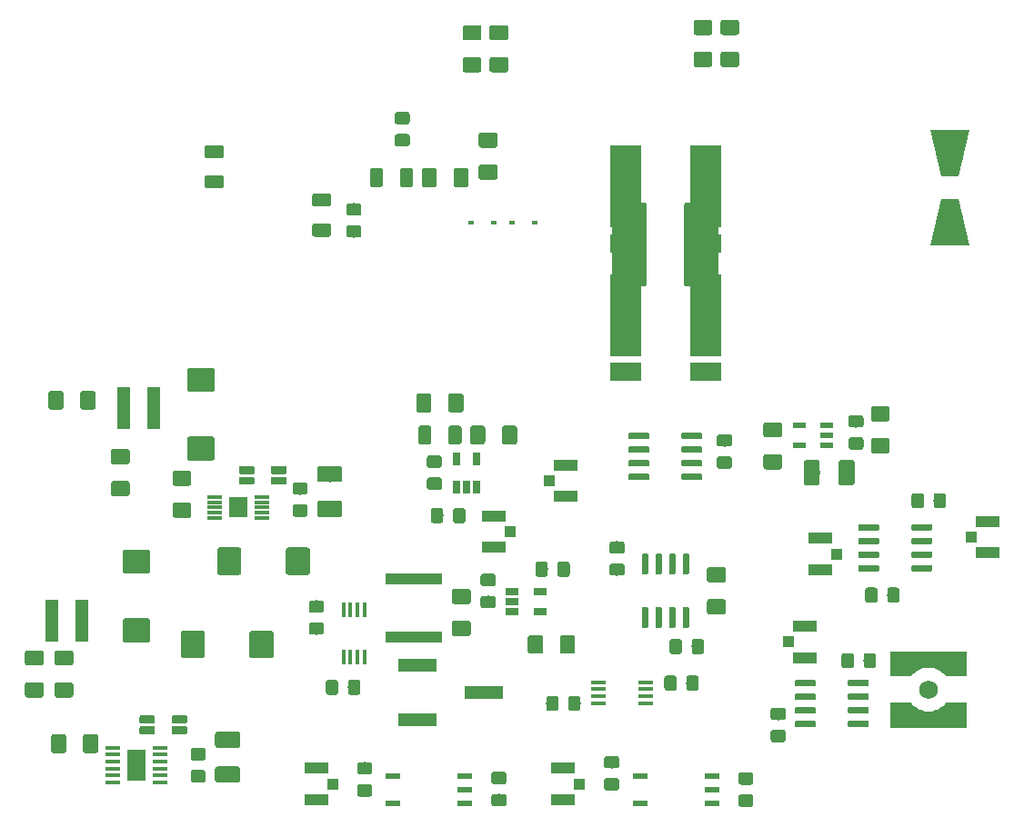
<source format=gtp>
G04 #@! TF.GenerationSoftware,KiCad,Pcbnew,(5.1.4)-1*
G04 #@! TF.CreationDate,2021-06-03T21:11:03-04:00*
G04 #@! TF.ProjectId,shunt_current_control_v2,7368756e-745f-4637-9572-72656e745f63,rev?*
G04 #@! TF.SameCoordinates,Original*
G04 #@! TF.FileFunction,Paste,Top*
G04 #@! TF.FilePolarity,Positive*
%FSLAX46Y46*%
G04 Gerber Fmt 4.6, Leading zero omitted, Abs format (unit mm)*
G04 Created by KiCad (PCBNEW (5.1.4)-1) date 2021-06-03 21:11:03*
%MOMM*%
%LPD*%
G04 APERTURE LIST*
%ADD10R,2.200000X1.050000*%
%ADD11R,1.050000X1.000000*%
%ADD12R,1.250000X0.600000*%
%ADD13R,0.450000X1.400000*%
%ADD14R,1.400000X0.600000*%
%ADD15R,1.400000X0.450000*%
%ADD16C,0.100000*%
%ADD17C,3.200000*%
%ADD18R,0.600000X0.450000*%
%ADD19C,1.500000*%
%ADD20C,2.532420*%
%ADD21C,1.150000*%
%ADD22C,0.750000*%
%ADD23C,1.250000*%
%ADD24C,1.425000*%
%ADD25R,1.220000X0.650000*%
%ADD26R,0.650000X1.220000*%
%ADD27C,0.600000*%
%ADD28R,3.550000X1.190000*%
%ADD29R,5.320000X1.020000*%
%ADD30R,1.200000X3.900000*%
%ADD31C,2.250000*%
%ADD32R,2.950000X1.680000*%
%ADD33R,2.950000X7.620000*%
%ADD34C,1.525000*%
%ADD35C,1.510000*%
%ADD36C,1.730000*%
%ADD37R,1.753000X2.947000*%
%ADD38R,1.425000X0.450000*%
%ADD39R,1.680000X1.880000*%
%ADD40R,1.425000X0.300000*%
G04 APERTURE END LIST*
D10*
X110000000Y-106025000D03*
X110000000Y-108975000D03*
D11*
X111525000Y-107500000D03*
D12*
X138500000Y-99450000D03*
X138500000Y-97550000D03*
X141000000Y-97550000D03*
X141000000Y-98500000D03*
X141000000Y-99450000D03*
D13*
X97975000Y-119200000D03*
X97325000Y-119200000D03*
X96675000Y-119200000D03*
X96025000Y-119200000D03*
X96025000Y-114800000D03*
X96675000Y-114800000D03*
X97325000Y-114800000D03*
X97975000Y-114800000D03*
D14*
X130350000Y-130230000D03*
X130350000Y-131500000D03*
X130350000Y-132770000D03*
X123650000Y-132770000D03*
X123650000Y-130230000D03*
X107350000Y-130230000D03*
X107350000Y-131500000D03*
X107350000Y-132770000D03*
X100650000Y-132770000D03*
X100650000Y-130230000D03*
D15*
X124200000Y-121525000D03*
X124200000Y-122175000D03*
X124200000Y-122825000D03*
X124200000Y-123475000D03*
X119800000Y-123475000D03*
X119800000Y-122825000D03*
X119800000Y-122175000D03*
X119800000Y-121525000D03*
D16*
G36*
X124024865Y-76826202D02*
G01*
X124049095Y-76829796D01*
X124072855Y-76835748D01*
X124095918Y-76844000D01*
X124118061Y-76854472D01*
X124139070Y-76867065D01*
X124158745Y-76881657D01*
X124176894Y-76898106D01*
X124193343Y-76916255D01*
X124207935Y-76935930D01*
X124220528Y-76956939D01*
X124231000Y-76979082D01*
X124239252Y-77002145D01*
X124245204Y-77025905D01*
X124248798Y-77050135D01*
X124250000Y-77074600D01*
X124250000Y-84425400D01*
X124248798Y-84449865D01*
X124245204Y-84474095D01*
X124239252Y-84497855D01*
X124231000Y-84520918D01*
X124220528Y-84543061D01*
X124207935Y-84564070D01*
X124193343Y-84583745D01*
X124176894Y-84601894D01*
X124158745Y-84618343D01*
X124139070Y-84632935D01*
X124118061Y-84645528D01*
X124095918Y-84656000D01*
X124072855Y-84664252D01*
X124049095Y-84670204D01*
X124024865Y-84673798D01*
X124000400Y-84675000D01*
X121299600Y-84675000D01*
X121275135Y-84673798D01*
X121250905Y-84670204D01*
X121227145Y-84664252D01*
X121204082Y-84656000D01*
X121181939Y-84645528D01*
X121160930Y-84632935D01*
X121141255Y-84618343D01*
X121123106Y-84601894D01*
X121106657Y-84583745D01*
X121092065Y-84564070D01*
X121079472Y-84543061D01*
X121069000Y-84520918D01*
X121060748Y-84497855D01*
X121054796Y-84474095D01*
X121051202Y-84449865D01*
X121050000Y-84425400D01*
X121050000Y-77074600D01*
X121051202Y-77050135D01*
X121054796Y-77025905D01*
X121060748Y-77002145D01*
X121069000Y-76979082D01*
X121079472Y-76956939D01*
X121092065Y-76935930D01*
X121106657Y-76916255D01*
X121123106Y-76898106D01*
X121141255Y-76881657D01*
X121160930Y-76867065D01*
X121181939Y-76854472D01*
X121204082Y-76844000D01*
X121227145Y-76835748D01*
X121250905Y-76829796D01*
X121275135Y-76826202D01*
X121299600Y-76825000D01*
X124000400Y-76825000D01*
X124024865Y-76826202D01*
X124024865Y-76826202D01*
G37*
D17*
X122650000Y-80750000D03*
D16*
G36*
X130724865Y-76826202D02*
G01*
X130749095Y-76829796D01*
X130772855Y-76835748D01*
X130795918Y-76844000D01*
X130818061Y-76854472D01*
X130839070Y-76867065D01*
X130858745Y-76881657D01*
X130876894Y-76898106D01*
X130893343Y-76916255D01*
X130907935Y-76935930D01*
X130920528Y-76956939D01*
X130931000Y-76979082D01*
X130939252Y-77002145D01*
X130945204Y-77025905D01*
X130948798Y-77050135D01*
X130950000Y-77074600D01*
X130950000Y-84425400D01*
X130948798Y-84449865D01*
X130945204Y-84474095D01*
X130939252Y-84497855D01*
X130931000Y-84520918D01*
X130920528Y-84543061D01*
X130907935Y-84564070D01*
X130893343Y-84583745D01*
X130876894Y-84601894D01*
X130858745Y-84618343D01*
X130839070Y-84632935D01*
X130818061Y-84645528D01*
X130795918Y-84656000D01*
X130772855Y-84664252D01*
X130749095Y-84670204D01*
X130724865Y-84673798D01*
X130700400Y-84675000D01*
X127999600Y-84675000D01*
X127975135Y-84673798D01*
X127950905Y-84670204D01*
X127927145Y-84664252D01*
X127904082Y-84656000D01*
X127881939Y-84645528D01*
X127860930Y-84632935D01*
X127841255Y-84618343D01*
X127823106Y-84601894D01*
X127806657Y-84583745D01*
X127792065Y-84564070D01*
X127779472Y-84543061D01*
X127769000Y-84520918D01*
X127760748Y-84497855D01*
X127754796Y-84474095D01*
X127751202Y-84449865D01*
X127750000Y-84425400D01*
X127750000Y-77074600D01*
X127751202Y-77050135D01*
X127754796Y-77025905D01*
X127760748Y-77002145D01*
X127769000Y-76979082D01*
X127779472Y-76956939D01*
X127792065Y-76935930D01*
X127806657Y-76916255D01*
X127823106Y-76898106D01*
X127841255Y-76881657D01*
X127860930Y-76867065D01*
X127881939Y-76854472D01*
X127904082Y-76844000D01*
X127927145Y-76835748D01*
X127950905Y-76829796D01*
X127975135Y-76826202D01*
X127999600Y-76825000D01*
X130700400Y-76825000D01*
X130724865Y-76826202D01*
X130724865Y-76826202D01*
G37*
D17*
X129350000Y-80750000D03*
D18*
X113800000Y-78750000D03*
X111700000Y-78750000D03*
X107950000Y-78750000D03*
X110050000Y-78750000D03*
D16*
G36*
X143399504Y-100826204D02*
G01*
X143423773Y-100829804D01*
X143447571Y-100835765D01*
X143470671Y-100844030D01*
X143492849Y-100854520D01*
X143513893Y-100867133D01*
X143533598Y-100881747D01*
X143551777Y-100898223D01*
X143568253Y-100916402D01*
X143582867Y-100936107D01*
X143595480Y-100957151D01*
X143605970Y-100979329D01*
X143614235Y-101002429D01*
X143620196Y-101026227D01*
X143623796Y-101050496D01*
X143625000Y-101075000D01*
X143625000Y-102925000D01*
X143623796Y-102949504D01*
X143620196Y-102973773D01*
X143614235Y-102997571D01*
X143605970Y-103020671D01*
X143595480Y-103042849D01*
X143582867Y-103063893D01*
X143568253Y-103083598D01*
X143551777Y-103101777D01*
X143533598Y-103118253D01*
X143513893Y-103132867D01*
X143492849Y-103145480D01*
X143470671Y-103155970D01*
X143447571Y-103164235D01*
X143423773Y-103170196D01*
X143399504Y-103173796D01*
X143375000Y-103175000D01*
X142375000Y-103175000D01*
X142350496Y-103173796D01*
X142326227Y-103170196D01*
X142302429Y-103164235D01*
X142279329Y-103155970D01*
X142257151Y-103145480D01*
X142236107Y-103132867D01*
X142216402Y-103118253D01*
X142198223Y-103101777D01*
X142181747Y-103083598D01*
X142167133Y-103063893D01*
X142154520Y-103042849D01*
X142144030Y-103020671D01*
X142135765Y-102997571D01*
X142129804Y-102973773D01*
X142126204Y-102949504D01*
X142125000Y-102925000D01*
X142125000Y-101075000D01*
X142126204Y-101050496D01*
X142129804Y-101026227D01*
X142135765Y-101002429D01*
X142144030Y-100979329D01*
X142154520Y-100957151D01*
X142167133Y-100936107D01*
X142181747Y-100916402D01*
X142198223Y-100898223D01*
X142216402Y-100881747D01*
X142236107Y-100867133D01*
X142257151Y-100854520D01*
X142279329Y-100844030D01*
X142302429Y-100835765D01*
X142326227Y-100829804D01*
X142350496Y-100826204D01*
X142375000Y-100825000D01*
X143375000Y-100825000D01*
X143399504Y-100826204D01*
X143399504Y-100826204D01*
G37*
D19*
X142875000Y-102000000D03*
D16*
G36*
X140149504Y-100826204D02*
G01*
X140173773Y-100829804D01*
X140197571Y-100835765D01*
X140220671Y-100844030D01*
X140242849Y-100854520D01*
X140263893Y-100867133D01*
X140283598Y-100881747D01*
X140301777Y-100898223D01*
X140318253Y-100916402D01*
X140332867Y-100936107D01*
X140345480Y-100957151D01*
X140355970Y-100979329D01*
X140364235Y-101002429D01*
X140370196Y-101026227D01*
X140373796Y-101050496D01*
X140375000Y-101075000D01*
X140375000Y-102925000D01*
X140373796Y-102949504D01*
X140370196Y-102973773D01*
X140364235Y-102997571D01*
X140355970Y-103020671D01*
X140345480Y-103042849D01*
X140332867Y-103063893D01*
X140318253Y-103083598D01*
X140301777Y-103101777D01*
X140283598Y-103118253D01*
X140263893Y-103132867D01*
X140242849Y-103145480D01*
X140220671Y-103155970D01*
X140197571Y-103164235D01*
X140173773Y-103170196D01*
X140149504Y-103173796D01*
X140125000Y-103175000D01*
X139125000Y-103175000D01*
X139100496Y-103173796D01*
X139076227Y-103170196D01*
X139052429Y-103164235D01*
X139029329Y-103155970D01*
X139007151Y-103145480D01*
X138986107Y-103132867D01*
X138966402Y-103118253D01*
X138948223Y-103101777D01*
X138931747Y-103083598D01*
X138917133Y-103063893D01*
X138904520Y-103042849D01*
X138894030Y-103020671D01*
X138885765Y-102997571D01*
X138879804Y-102973773D01*
X138876204Y-102949504D01*
X138875000Y-102925000D01*
X138875000Y-101075000D01*
X138876204Y-101050496D01*
X138879804Y-101026227D01*
X138885765Y-101002429D01*
X138894030Y-100979329D01*
X138904520Y-100957151D01*
X138917133Y-100936107D01*
X138931747Y-100916402D01*
X138948223Y-100898223D01*
X138966402Y-100881747D01*
X138986107Y-100867133D01*
X139007151Y-100854520D01*
X139029329Y-100844030D01*
X139052429Y-100835765D01*
X139076227Y-100829804D01*
X139100496Y-100826204D01*
X139125000Y-100825000D01*
X140125000Y-100825000D01*
X140149504Y-100826204D01*
X140149504Y-100826204D01*
G37*
D19*
X139625000Y-102000000D03*
D20*
X152500000Y-78650000D03*
D16*
G36*
X154300000Y-80800000D02*
G01*
X150700000Y-80800000D01*
X151700000Y-76500000D01*
X153300000Y-76500000D01*
X154300000Y-80800000D01*
X154300000Y-80800000D01*
G37*
D20*
X152500000Y-72250000D03*
D16*
G36*
X150700000Y-70100000D02*
G01*
X154300000Y-70100000D01*
X153300000Y-74400000D01*
X151700000Y-74400000D01*
X150700000Y-70100000D01*
X150700000Y-70100000D01*
G37*
G36*
X82974505Y-127651204D02*
G01*
X82998773Y-127654804D01*
X83022572Y-127660765D01*
X83045671Y-127669030D01*
X83067850Y-127679520D01*
X83088893Y-127692132D01*
X83108599Y-127706747D01*
X83126777Y-127723223D01*
X83143253Y-127741401D01*
X83157868Y-127761107D01*
X83170480Y-127782150D01*
X83180970Y-127804329D01*
X83189235Y-127827428D01*
X83195196Y-127851227D01*
X83198796Y-127875495D01*
X83200000Y-127899999D01*
X83200000Y-128550001D01*
X83198796Y-128574505D01*
X83195196Y-128598773D01*
X83189235Y-128622572D01*
X83180970Y-128645671D01*
X83170480Y-128667850D01*
X83157868Y-128688893D01*
X83143253Y-128708599D01*
X83126777Y-128726777D01*
X83108599Y-128743253D01*
X83088893Y-128757868D01*
X83067850Y-128770480D01*
X83045671Y-128780970D01*
X83022572Y-128789235D01*
X82998773Y-128795196D01*
X82974505Y-128798796D01*
X82950001Y-128800000D01*
X82049999Y-128800000D01*
X82025495Y-128798796D01*
X82001227Y-128795196D01*
X81977428Y-128789235D01*
X81954329Y-128780970D01*
X81932150Y-128770480D01*
X81911107Y-128757868D01*
X81891401Y-128743253D01*
X81873223Y-128726777D01*
X81856747Y-128708599D01*
X81842132Y-128688893D01*
X81829520Y-128667850D01*
X81819030Y-128645671D01*
X81810765Y-128622572D01*
X81804804Y-128598773D01*
X81801204Y-128574505D01*
X81800000Y-128550001D01*
X81800000Y-127899999D01*
X81801204Y-127875495D01*
X81804804Y-127851227D01*
X81810765Y-127827428D01*
X81819030Y-127804329D01*
X81829520Y-127782150D01*
X81842132Y-127761107D01*
X81856747Y-127741401D01*
X81873223Y-127723223D01*
X81891401Y-127706747D01*
X81911107Y-127692132D01*
X81932150Y-127679520D01*
X81954329Y-127669030D01*
X81977428Y-127660765D01*
X82001227Y-127654804D01*
X82025495Y-127651204D01*
X82049999Y-127650000D01*
X82950001Y-127650000D01*
X82974505Y-127651204D01*
X82974505Y-127651204D01*
G37*
D21*
X82500000Y-128225000D03*
D16*
G36*
X82974505Y-129701204D02*
G01*
X82998773Y-129704804D01*
X83022572Y-129710765D01*
X83045671Y-129719030D01*
X83067850Y-129729520D01*
X83088893Y-129742132D01*
X83108599Y-129756747D01*
X83126777Y-129773223D01*
X83143253Y-129791401D01*
X83157868Y-129811107D01*
X83170480Y-129832150D01*
X83180970Y-129854329D01*
X83189235Y-129877428D01*
X83195196Y-129901227D01*
X83198796Y-129925495D01*
X83200000Y-129949999D01*
X83200000Y-130600001D01*
X83198796Y-130624505D01*
X83195196Y-130648773D01*
X83189235Y-130672572D01*
X83180970Y-130695671D01*
X83170480Y-130717850D01*
X83157868Y-130738893D01*
X83143253Y-130758599D01*
X83126777Y-130776777D01*
X83108599Y-130793253D01*
X83088893Y-130807868D01*
X83067850Y-130820480D01*
X83045671Y-130830970D01*
X83022572Y-130839235D01*
X82998773Y-130845196D01*
X82974505Y-130848796D01*
X82950001Y-130850000D01*
X82049999Y-130850000D01*
X82025495Y-130848796D01*
X82001227Y-130845196D01*
X81977428Y-130839235D01*
X81954329Y-130830970D01*
X81932150Y-130820480D01*
X81911107Y-130807868D01*
X81891401Y-130793253D01*
X81873223Y-130776777D01*
X81856747Y-130758599D01*
X81842132Y-130738893D01*
X81829520Y-130717850D01*
X81819030Y-130695671D01*
X81810765Y-130672572D01*
X81804804Y-130648773D01*
X81801204Y-130624505D01*
X81800000Y-130600001D01*
X81800000Y-129949999D01*
X81801204Y-129925495D01*
X81804804Y-129901227D01*
X81810765Y-129877428D01*
X81819030Y-129854329D01*
X81829520Y-129832150D01*
X81842132Y-129811107D01*
X81856747Y-129791401D01*
X81873223Y-129773223D01*
X81891401Y-129756747D01*
X81911107Y-129742132D01*
X81932150Y-129729520D01*
X81954329Y-129719030D01*
X81977428Y-129710765D01*
X82001227Y-129704804D01*
X82025495Y-129701204D01*
X82049999Y-129700000D01*
X82950001Y-129700000D01*
X82974505Y-129701204D01*
X82974505Y-129701204D01*
G37*
D21*
X82500000Y-130275000D03*
D16*
G36*
X78356615Y-124625632D02*
G01*
X78369356Y-124627522D01*
X78381850Y-124630652D01*
X78393977Y-124634991D01*
X78405621Y-124640498D01*
X78416669Y-124647120D01*
X78427014Y-124654792D01*
X78436558Y-124663442D01*
X78445208Y-124672986D01*
X78452880Y-124683331D01*
X78459502Y-124694379D01*
X78465009Y-124706023D01*
X78469348Y-124718150D01*
X78472478Y-124730644D01*
X78474368Y-124743385D01*
X78475000Y-124756250D01*
X78475000Y-125243750D01*
X78474368Y-125256615D01*
X78472478Y-125269356D01*
X78469348Y-125281850D01*
X78465009Y-125293977D01*
X78459502Y-125305621D01*
X78452880Y-125316669D01*
X78445208Y-125327014D01*
X78436558Y-125336558D01*
X78427014Y-125345208D01*
X78416669Y-125352880D01*
X78405621Y-125359502D01*
X78393977Y-125365009D01*
X78381850Y-125369348D01*
X78369356Y-125372478D01*
X78356615Y-125374368D01*
X78343750Y-125375000D01*
X77181250Y-125375000D01*
X77168385Y-125374368D01*
X77155644Y-125372478D01*
X77143150Y-125369348D01*
X77131023Y-125365009D01*
X77119379Y-125359502D01*
X77108331Y-125352880D01*
X77097986Y-125345208D01*
X77088442Y-125336558D01*
X77079792Y-125327014D01*
X77072120Y-125316669D01*
X77065498Y-125305621D01*
X77059991Y-125293977D01*
X77055652Y-125281850D01*
X77052522Y-125269356D01*
X77050632Y-125256615D01*
X77050000Y-125243750D01*
X77050000Y-124756250D01*
X77050632Y-124743385D01*
X77052522Y-124730644D01*
X77055652Y-124718150D01*
X77059991Y-124706023D01*
X77065498Y-124694379D01*
X77072120Y-124683331D01*
X77079792Y-124672986D01*
X77088442Y-124663442D01*
X77097986Y-124654792D01*
X77108331Y-124647120D01*
X77119379Y-124640498D01*
X77131023Y-124634991D01*
X77143150Y-124630652D01*
X77155644Y-124627522D01*
X77168385Y-124625632D01*
X77181250Y-124625000D01*
X78343750Y-124625000D01*
X78356615Y-124625632D01*
X78356615Y-124625632D01*
G37*
D22*
X77762500Y-125000000D03*
D16*
G36*
X81344115Y-124625632D02*
G01*
X81356856Y-124627522D01*
X81369350Y-124630652D01*
X81381477Y-124634991D01*
X81393121Y-124640498D01*
X81404169Y-124647120D01*
X81414514Y-124654792D01*
X81424058Y-124663442D01*
X81432708Y-124672986D01*
X81440380Y-124683331D01*
X81447002Y-124694379D01*
X81452509Y-124706023D01*
X81456848Y-124718150D01*
X81459978Y-124730644D01*
X81461868Y-124743385D01*
X81462500Y-124756250D01*
X81462500Y-125243750D01*
X81461868Y-125256615D01*
X81459978Y-125269356D01*
X81456848Y-125281850D01*
X81452509Y-125293977D01*
X81447002Y-125305621D01*
X81440380Y-125316669D01*
X81432708Y-125327014D01*
X81424058Y-125336558D01*
X81414514Y-125345208D01*
X81404169Y-125352880D01*
X81393121Y-125359502D01*
X81381477Y-125365009D01*
X81369350Y-125369348D01*
X81356856Y-125372478D01*
X81344115Y-125374368D01*
X81331250Y-125375000D01*
X80168750Y-125375000D01*
X80155885Y-125374368D01*
X80143144Y-125372478D01*
X80130650Y-125369348D01*
X80118523Y-125365009D01*
X80106879Y-125359502D01*
X80095831Y-125352880D01*
X80085486Y-125345208D01*
X80075942Y-125336558D01*
X80067292Y-125327014D01*
X80059620Y-125316669D01*
X80052998Y-125305621D01*
X80047491Y-125293977D01*
X80043152Y-125281850D01*
X80040022Y-125269356D01*
X80038132Y-125256615D01*
X80037500Y-125243750D01*
X80037500Y-124756250D01*
X80038132Y-124743385D01*
X80040022Y-124730644D01*
X80043152Y-124718150D01*
X80047491Y-124706023D01*
X80052998Y-124694379D01*
X80059620Y-124683331D01*
X80067292Y-124672986D01*
X80075942Y-124663442D01*
X80085486Y-124654792D01*
X80095831Y-124647120D01*
X80106879Y-124640498D01*
X80118523Y-124634991D01*
X80130650Y-124630652D01*
X80143144Y-124627522D01*
X80155885Y-124625632D01*
X80168750Y-124625000D01*
X81331250Y-124625000D01*
X81344115Y-124625632D01*
X81344115Y-124625632D01*
G37*
D22*
X80750000Y-125000000D03*
D16*
G36*
X78356615Y-125625632D02*
G01*
X78369356Y-125627522D01*
X78381850Y-125630652D01*
X78393977Y-125634991D01*
X78405621Y-125640498D01*
X78416669Y-125647120D01*
X78427014Y-125654792D01*
X78436558Y-125663442D01*
X78445208Y-125672986D01*
X78452880Y-125683331D01*
X78459502Y-125694379D01*
X78465009Y-125706023D01*
X78469348Y-125718150D01*
X78472478Y-125730644D01*
X78474368Y-125743385D01*
X78475000Y-125756250D01*
X78475000Y-126243750D01*
X78474368Y-126256615D01*
X78472478Y-126269356D01*
X78469348Y-126281850D01*
X78465009Y-126293977D01*
X78459502Y-126305621D01*
X78452880Y-126316669D01*
X78445208Y-126327014D01*
X78436558Y-126336558D01*
X78427014Y-126345208D01*
X78416669Y-126352880D01*
X78405621Y-126359502D01*
X78393977Y-126365009D01*
X78381850Y-126369348D01*
X78369356Y-126372478D01*
X78356615Y-126374368D01*
X78343750Y-126375000D01*
X77181250Y-126375000D01*
X77168385Y-126374368D01*
X77155644Y-126372478D01*
X77143150Y-126369348D01*
X77131023Y-126365009D01*
X77119379Y-126359502D01*
X77108331Y-126352880D01*
X77097986Y-126345208D01*
X77088442Y-126336558D01*
X77079792Y-126327014D01*
X77072120Y-126316669D01*
X77065498Y-126305621D01*
X77059991Y-126293977D01*
X77055652Y-126281850D01*
X77052522Y-126269356D01*
X77050632Y-126256615D01*
X77050000Y-126243750D01*
X77050000Y-125756250D01*
X77050632Y-125743385D01*
X77052522Y-125730644D01*
X77055652Y-125718150D01*
X77059991Y-125706023D01*
X77065498Y-125694379D01*
X77072120Y-125683331D01*
X77079792Y-125672986D01*
X77088442Y-125663442D01*
X77097986Y-125654792D01*
X77108331Y-125647120D01*
X77119379Y-125640498D01*
X77131023Y-125634991D01*
X77143150Y-125630652D01*
X77155644Y-125627522D01*
X77168385Y-125625632D01*
X77181250Y-125625000D01*
X78343750Y-125625000D01*
X78356615Y-125625632D01*
X78356615Y-125625632D01*
G37*
D22*
X77762500Y-126000000D03*
D16*
G36*
X81344115Y-125625632D02*
G01*
X81356856Y-125627522D01*
X81369350Y-125630652D01*
X81381477Y-125634991D01*
X81393121Y-125640498D01*
X81404169Y-125647120D01*
X81414514Y-125654792D01*
X81424058Y-125663442D01*
X81432708Y-125672986D01*
X81440380Y-125683331D01*
X81447002Y-125694379D01*
X81452509Y-125706023D01*
X81456848Y-125718150D01*
X81459978Y-125730644D01*
X81461868Y-125743385D01*
X81462500Y-125756250D01*
X81462500Y-126243750D01*
X81461868Y-126256615D01*
X81459978Y-126269356D01*
X81456848Y-126281850D01*
X81452509Y-126293977D01*
X81447002Y-126305621D01*
X81440380Y-126316669D01*
X81432708Y-126327014D01*
X81424058Y-126336558D01*
X81414514Y-126345208D01*
X81404169Y-126352880D01*
X81393121Y-126359502D01*
X81381477Y-126365009D01*
X81369350Y-126369348D01*
X81356856Y-126372478D01*
X81344115Y-126374368D01*
X81331250Y-126375000D01*
X80168750Y-126375000D01*
X80155885Y-126374368D01*
X80143144Y-126372478D01*
X80130650Y-126369348D01*
X80118523Y-126365009D01*
X80106879Y-126359502D01*
X80095831Y-126352880D01*
X80085486Y-126345208D01*
X80075942Y-126336558D01*
X80067292Y-126327014D01*
X80059620Y-126316669D01*
X80052998Y-126305621D01*
X80047491Y-126293977D01*
X80043152Y-126281850D01*
X80040022Y-126269356D01*
X80038132Y-126256615D01*
X80037500Y-126243750D01*
X80037500Y-125756250D01*
X80038132Y-125743385D01*
X80040022Y-125730644D01*
X80043152Y-125718150D01*
X80047491Y-125706023D01*
X80052998Y-125694379D01*
X80059620Y-125683331D01*
X80067292Y-125672986D01*
X80075942Y-125663442D01*
X80085486Y-125654792D01*
X80095831Y-125647120D01*
X80106879Y-125640498D01*
X80118523Y-125634991D01*
X80130650Y-125630652D01*
X80143144Y-125627522D01*
X80155885Y-125625632D01*
X80168750Y-125625000D01*
X81331250Y-125625000D01*
X81344115Y-125625632D01*
X81344115Y-125625632D01*
G37*
D22*
X80750000Y-126000000D03*
D16*
G36*
X86199504Y-129376204D02*
G01*
X86223773Y-129379804D01*
X86247571Y-129385765D01*
X86270671Y-129394030D01*
X86292849Y-129404520D01*
X86313893Y-129417133D01*
X86333598Y-129431747D01*
X86351777Y-129448223D01*
X86368253Y-129466402D01*
X86382867Y-129486107D01*
X86395480Y-129507151D01*
X86405970Y-129529329D01*
X86414235Y-129552429D01*
X86420196Y-129576227D01*
X86423796Y-129600496D01*
X86425000Y-129625000D01*
X86425000Y-130625000D01*
X86423796Y-130649504D01*
X86420196Y-130673773D01*
X86414235Y-130697571D01*
X86405970Y-130720671D01*
X86395480Y-130742849D01*
X86382867Y-130763893D01*
X86368253Y-130783598D01*
X86351777Y-130801777D01*
X86333598Y-130818253D01*
X86313893Y-130832867D01*
X86292849Y-130845480D01*
X86270671Y-130855970D01*
X86247571Y-130864235D01*
X86223773Y-130870196D01*
X86199504Y-130873796D01*
X86175000Y-130875000D01*
X84325000Y-130875000D01*
X84300496Y-130873796D01*
X84276227Y-130870196D01*
X84252429Y-130864235D01*
X84229329Y-130855970D01*
X84207151Y-130845480D01*
X84186107Y-130832867D01*
X84166402Y-130818253D01*
X84148223Y-130801777D01*
X84131747Y-130783598D01*
X84117133Y-130763893D01*
X84104520Y-130742849D01*
X84094030Y-130720671D01*
X84085765Y-130697571D01*
X84079804Y-130673773D01*
X84076204Y-130649504D01*
X84075000Y-130625000D01*
X84075000Y-129625000D01*
X84076204Y-129600496D01*
X84079804Y-129576227D01*
X84085765Y-129552429D01*
X84094030Y-129529329D01*
X84104520Y-129507151D01*
X84117133Y-129486107D01*
X84131747Y-129466402D01*
X84148223Y-129448223D01*
X84166402Y-129431747D01*
X84186107Y-129417133D01*
X84207151Y-129404520D01*
X84229329Y-129394030D01*
X84252429Y-129385765D01*
X84276227Y-129379804D01*
X84300496Y-129376204D01*
X84325000Y-129375000D01*
X86175000Y-129375000D01*
X86199504Y-129376204D01*
X86199504Y-129376204D01*
G37*
D19*
X85250000Y-130125000D03*
D16*
G36*
X86199504Y-126126204D02*
G01*
X86223773Y-126129804D01*
X86247571Y-126135765D01*
X86270671Y-126144030D01*
X86292849Y-126154520D01*
X86313893Y-126167133D01*
X86333598Y-126181747D01*
X86351777Y-126198223D01*
X86368253Y-126216402D01*
X86382867Y-126236107D01*
X86395480Y-126257151D01*
X86405970Y-126279329D01*
X86414235Y-126302429D01*
X86420196Y-126326227D01*
X86423796Y-126350496D01*
X86425000Y-126375000D01*
X86425000Y-127375000D01*
X86423796Y-127399504D01*
X86420196Y-127423773D01*
X86414235Y-127447571D01*
X86405970Y-127470671D01*
X86395480Y-127492849D01*
X86382867Y-127513893D01*
X86368253Y-127533598D01*
X86351777Y-127551777D01*
X86333598Y-127568253D01*
X86313893Y-127582867D01*
X86292849Y-127595480D01*
X86270671Y-127605970D01*
X86247571Y-127614235D01*
X86223773Y-127620196D01*
X86199504Y-127623796D01*
X86175000Y-127625000D01*
X84325000Y-127625000D01*
X84300496Y-127623796D01*
X84276227Y-127620196D01*
X84252429Y-127614235D01*
X84229329Y-127605970D01*
X84207151Y-127595480D01*
X84186107Y-127582867D01*
X84166402Y-127568253D01*
X84148223Y-127551777D01*
X84131747Y-127533598D01*
X84117133Y-127513893D01*
X84104520Y-127492849D01*
X84094030Y-127470671D01*
X84085765Y-127447571D01*
X84079804Y-127423773D01*
X84076204Y-127399504D01*
X84075000Y-127375000D01*
X84075000Y-126375000D01*
X84076204Y-126350496D01*
X84079804Y-126326227D01*
X84085765Y-126302429D01*
X84094030Y-126279329D01*
X84104520Y-126257151D01*
X84117133Y-126236107D01*
X84131747Y-126216402D01*
X84148223Y-126198223D01*
X84166402Y-126181747D01*
X84186107Y-126167133D01*
X84207151Y-126154520D01*
X84229329Y-126144030D01*
X84252429Y-126135765D01*
X84276227Y-126129804D01*
X84300496Y-126126204D01*
X84325000Y-126125000D01*
X86175000Y-126125000D01*
X86199504Y-126126204D01*
X86199504Y-126126204D01*
G37*
D19*
X85250000Y-126875000D03*
D16*
G36*
X95699504Y-101376204D02*
G01*
X95723773Y-101379804D01*
X95747571Y-101385765D01*
X95770671Y-101394030D01*
X95792849Y-101404520D01*
X95813893Y-101417133D01*
X95833598Y-101431747D01*
X95851777Y-101448223D01*
X95868253Y-101466402D01*
X95882867Y-101486107D01*
X95895480Y-101507151D01*
X95905970Y-101529329D01*
X95914235Y-101552429D01*
X95920196Y-101576227D01*
X95923796Y-101600496D01*
X95925000Y-101625000D01*
X95925000Y-102625000D01*
X95923796Y-102649504D01*
X95920196Y-102673773D01*
X95914235Y-102697571D01*
X95905970Y-102720671D01*
X95895480Y-102742849D01*
X95882867Y-102763893D01*
X95868253Y-102783598D01*
X95851777Y-102801777D01*
X95833598Y-102818253D01*
X95813893Y-102832867D01*
X95792849Y-102845480D01*
X95770671Y-102855970D01*
X95747571Y-102864235D01*
X95723773Y-102870196D01*
X95699504Y-102873796D01*
X95675000Y-102875000D01*
X93825000Y-102875000D01*
X93800496Y-102873796D01*
X93776227Y-102870196D01*
X93752429Y-102864235D01*
X93729329Y-102855970D01*
X93707151Y-102845480D01*
X93686107Y-102832867D01*
X93666402Y-102818253D01*
X93648223Y-102801777D01*
X93631747Y-102783598D01*
X93617133Y-102763893D01*
X93604520Y-102742849D01*
X93594030Y-102720671D01*
X93585765Y-102697571D01*
X93579804Y-102673773D01*
X93576204Y-102649504D01*
X93575000Y-102625000D01*
X93575000Y-101625000D01*
X93576204Y-101600496D01*
X93579804Y-101576227D01*
X93585765Y-101552429D01*
X93594030Y-101529329D01*
X93604520Y-101507151D01*
X93617133Y-101486107D01*
X93631747Y-101466402D01*
X93648223Y-101448223D01*
X93666402Y-101431747D01*
X93686107Y-101417133D01*
X93707151Y-101404520D01*
X93729329Y-101394030D01*
X93752429Y-101385765D01*
X93776227Y-101379804D01*
X93800496Y-101376204D01*
X93825000Y-101375000D01*
X95675000Y-101375000D01*
X95699504Y-101376204D01*
X95699504Y-101376204D01*
G37*
D19*
X94750000Y-102125000D03*
D16*
G36*
X95699504Y-104626204D02*
G01*
X95723773Y-104629804D01*
X95747571Y-104635765D01*
X95770671Y-104644030D01*
X95792849Y-104654520D01*
X95813893Y-104667133D01*
X95833598Y-104681747D01*
X95851777Y-104698223D01*
X95868253Y-104716402D01*
X95882867Y-104736107D01*
X95895480Y-104757151D01*
X95905970Y-104779329D01*
X95914235Y-104802429D01*
X95920196Y-104826227D01*
X95923796Y-104850496D01*
X95925000Y-104875000D01*
X95925000Y-105875000D01*
X95923796Y-105899504D01*
X95920196Y-105923773D01*
X95914235Y-105947571D01*
X95905970Y-105970671D01*
X95895480Y-105992849D01*
X95882867Y-106013893D01*
X95868253Y-106033598D01*
X95851777Y-106051777D01*
X95833598Y-106068253D01*
X95813893Y-106082867D01*
X95792849Y-106095480D01*
X95770671Y-106105970D01*
X95747571Y-106114235D01*
X95723773Y-106120196D01*
X95699504Y-106123796D01*
X95675000Y-106125000D01*
X93825000Y-106125000D01*
X93800496Y-106123796D01*
X93776227Y-106120196D01*
X93752429Y-106114235D01*
X93729329Y-106105970D01*
X93707151Y-106095480D01*
X93686107Y-106082867D01*
X93666402Y-106068253D01*
X93648223Y-106051777D01*
X93631747Y-106033598D01*
X93617133Y-106013893D01*
X93604520Y-105992849D01*
X93594030Y-105970671D01*
X93585765Y-105947571D01*
X93579804Y-105923773D01*
X93576204Y-105899504D01*
X93575000Y-105875000D01*
X93575000Y-104875000D01*
X93576204Y-104850496D01*
X93579804Y-104826227D01*
X93585765Y-104802429D01*
X93594030Y-104779329D01*
X93604520Y-104757151D01*
X93617133Y-104736107D01*
X93631747Y-104716402D01*
X93648223Y-104698223D01*
X93666402Y-104681747D01*
X93686107Y-104667133D01*
X93707151Y-104654520D01*
X93729329Y-104644030D01*
X93752429Y-104635765D01*
X93776227Y-104629804D01*
X93800496Y-104626204D01*
X93825000Y-104625000D01*
X95675000Y-104625000D01*
X95699504Y-104626204D01*
X95699504Y-104626204D01*
G37*
D19*
X94750000Y-105375000D03*
D16*
G36*
X87606615Y-101375632D02*
G01*
X87619356Y-101377522D01*
X87631850Y-101380652D01*
X87643977Y-101384991D01*
X87655621Y-101390498D01*
X87666669Y-101397120D01*
X87677014Y-101404792D01*
X87686558Y-101413442D01*
X87695208Y-101422986D01*
X87702880Y-101433331D01*
X87709502Y-101444379D01*
X87715009Y-101456023D01*
X87719348Y-101468150D01*
X87722478Y-101480644D01*
X87724368Y-101493385D01*
X87725000Y-101506250D01*
X87725000Y-101993750D01*
X87724368Y-102006615D01*
X87722478Y-102019356D01*
X87719348Y-102031850D01*
X87715009Y-102043977D01*
X87709502Y-102055621D01*
X87702880Y-102066669D01*
X87695208Y-102077014D01*
X87686558Y-102086558D01*
X87677014Y-102095208D01*
X87666669Y-102102880D01*
X87655621Y-102109502D01*
X87643977Y-102115009D01*
X87631850Y-102119348D01*
X87619356Y-102122478D01*
X87606615Y-102124368D01*
X87593750Y-102125000D01*
X86431250Y-102125000D01*
X86418385Y-102124368D01*
X86405644Y-102122478D01*
X86393150Y-102119348D01*
X86381023Y-102115009D01*
X86369379Y-102109502D01*
X86358331Y-102102880D01*
X86347986Y-102095208D01*
X86338442Y-102086558D01*
X86329792Y-102077014D01*
X86322120Y-102066669D01*
X86315498Y-102055621D01*
X86309991Y-102043977D01*
X86305652Y-102031850D01*
X86302522Y-102019356D01*
X86300632Y-102006615D01*
X86300000Y-101993750D01*
X86300000Y-101506250D01*
X86300632Y-101493385D01*
X86302522Y-101480644D01*
X86305652Y-101468150D01*
X86309991Y-101456023D01*
X86315498Y-101444379D01*
X86322120Y-101433331D01*
X86329792Y-101422986D01*
X86338442Y-101413442D01*
X86347986Y-101404792D01*
X86358331Y-101397120D01*
X86369379Y-101390498D01*
X86381023Y-101384991D01*
X86393150Y-101380652D01*
X86405644Y-101377522D01*
X86418385Y-101375632D01*
X86431250Y-101375000D01*
X87593750Y-101375000D01*
X87606615Y-101375632D01*
X87606615Y-101375632D01*
G37*
D22*
X87012500Y-101750000D03*
D16*
G36*
X90594115Y-101375632D02*
G01*
X90606856Y-101377522D01*
X90619350Y-101380652D01*
X90631477Y-101384991D01*
X90643121Y-101390498D01*
X90654169Y-101397120D01*
X90664514Y-101404792D01*
X90674058Y-101413442D01*
X90682708Y-101422986D01*
X90690380Y-101433331D01*
X90697002Y-101444379D01*
X90702509Y-101456023D01*
X90706848Y-101468150D01*
X90709978Y-101480644D01*
X90711868Y-101493385D01*
X90712500Y-101506250D01*
X90712500Y-101993750D01*
X90711868Y-102006615D01*
X90709978Y-102019356D01*
X90706848Y-102031850D01*
X90702509Y-102043977D01*
X90697002Y-102055621D01*
X90690380Y-102066669D01*
X90682708Y-102077014D01*
X90674058Y-102086558D01*
X90664514Y-102095208D01*
X90654169Y-102102880D01*
X90643121Y-102109502D01*
X90631477Y-102115009D01*
X90619350Y-102119348D01*
X90606856Y-102122478D01*
X90594115Y-102124368D01*
X90581250Y-102125000D01*
X89418750Y-102125000D01*
X89405885Y-102124368D01*
X89393144Y-102122478D01*
X89380650Y-102119348D01*
X89368523Y-102115009D01*
X89356879Y-102109502D01*
X89345831Y-102102880D01*
X89335486Y-102095208D01*
X89325942Y-102086558D01*
X89317292Y-102077014D01*
X89309620Y-102066669D01*
X89302998Y-102055621D01*
X89297491Y-102043977D01*
X89293152Y-102031850D01*
X89290022Y-102019356D01*
X89288132Y-102006615D01*
X89287500Y-101993750D01*
X89287500Y-101506250D01*
X89288132Y-101493385D01*
X89290022Y-101480644D01*
X89293152Y-101468150D01*
X89297491Y-101456023D01*
X89302998Y-101444379D01*
X89309620Y-101433331D01*
X89317292Y-101422986D01*
X89325942Y-101413442D01*
X89335486Y-101404792D01*
X89345831Y-101397120D01*
X89356879Y-101390498D01*
X89368523Y-101384991D01*
X89380650Y-101380652D01*
X89393144Y-101377522D01*
X89405885Y-101375632D01*
X89418750Y-101375000D01*
X90581250Y-101375000D01*
X90594115Y-101375632D01*
X90594115Y-101375632D01*
G37*
D22*
X90000000Y-101750000D03*
D16*
G36*
X87606615Y-102375632D02*
G01*
X87619356Y-102377522D01*
X87631850Y-102380652D01*
X87643977Y-102384991D01*
X87655621Y-102390498D01*
X87666669Y-102397120D01*
X87677014Y-102404792D01*
X87686558Y-102413442D01*
X87695208Y-102422986D01*
X87702880Y-102433331D01*
X87709502Y-102444379D01*
X87715009Y-102456023D01*
X87719348Y-102468150D01*
X87722478Y-102480644D01*
X87724368Y-102493385D01*
X87725000Y-102506250D01*
X87725000Y-102993750D01*
X87724368Y-103006615D01*
X87722478Y-103019356D01*
X87719348Y-103031850D01*
X87715009Y-103043977D01*
X87709502Y-103055621D01*
X87702880Y-103066669D01*
X87695208Y-103077014D01*
X87686558Y-103086558D01*
X87677014Y-103095208D01*
X87666669Y-103102880D01*
X87655621Y-103109502D01*
X87643977Y-103115009D01*
X87631850Y-103119348D01*
X87619356Y-103122478D01*
X87606615Y-103124368D01*
X87593750Y-103125000D01*
X86431250Y-103125000D01*
X86418385Y-103124368D01*
X86405644Y-103122478D01*
X86393150Y-103119348D01*
X86381023Y-103115009D01*
X86369379Y-103109502D01*
X86358331Y-103102880D01*
X86347986Y-103095208D01*
X86338442Y-103086558D01*
X86329792Y-103077014D01*
X86322120Y-103066669D01*
X86315498Y-103055621D01*
X86309991Y-103043977D01*
X86305652Y-103031850D01*
X86302522Y-103019356D01*
X86300632Y-103006615D01*
X86300000Y-102993750D01*
X86300000Y-102506250D01*
X86300632Y-102493385D01*
X86302522Y-102480644D01*
X86305652Y-102468150D01*
X86309991Y-102456023D01*
X86315498Y-102444379D01*
X86322120Y-102433331D01*
X86329792Y-102422986D01*
X86338442Y-102413442D01*
X86347986Y-102404792D01*
X86358331Y-102397120D01*
X86369379Y-102390498D01*
X86381023Y-102384991D01*
X86393150Y-102380652D01*
X86405644Y-102377522D01*
X86418385Y-102375632D01*
X86431250Y-102375000D01*
X87593750Y-102375000D01*
X87606615Y-102375632D01*
X87606615Y-102375632D01*
G37*
D22*
X87012500Y-102750000D03*
D16*
G36*
X90594115Y-102375632D02*
G01*
X90606856Y-102377522D01*
X90619350Y-102380652D01*
X90631477Y-102384991D01*
X90643121Y-102390498D01*
X90654169Y-102397120D01*
X90664514Y-102404792D01*
X90674058Y-102413442D01*
X90682708Y-102422986D01*
X90690380Y-102433331D01*
X90697002Y-102444379D01*
X90702509Y-102456023D01*
X90706848Y-102468150D01*
X90709978Y-102480644D01*
X90711868Y-102493385D01*
X90712500Y-102506250D01*
X90712500Y-102993750D01*
X90711868Y-103006615D01*
X90709978Y-103019356D01*
X90706848Y-103031850D01*
X90702509Y-103043977D01*
X90697002Y-103055621D01*
X90690380Y-103066669D01*
X90682708Y-103077014D01*
X90674058Y-103086558D01*
X90664514Y-103095208D01*
X90654169Y-103102880D01*
X90643121Y-103109502D01*
X90631477Y-103115009D01*
X90619350Y-103119348D01*
X90606856Y-103122478D01*
X90594115Y-103124368D01*
X90581250Y-103125000D01*
X89418750Y-103125000D01*
X89405885Y-103124368D01*
X89393144Y-103122478D01*
X89380650Y-103119348D01*
X89368523Y-103115009D01*
X89356879Y-103109502D01*
X89345831Y-103102880D01*
X89335486Y-103095208D01*
X89325942Y-103086558D01*
X89317292Y-103077014D01*
X89309620Y-103066669D01*
X89302998Y-103055621D01*
X89297491Y-103043977D01*
X89293152Y-103031850D01*
X89290022Y-103019356D01*
X89288132Y-103006615D01*
X89287500Y-102993750D01*
X89287500Y-102506250D01*
X89288132Y-102493385D01*
X89290022Y-102480644D01*
X89293152Y-102468150D01*
X89297491Y-102456023D01*
X89302998Y-102444379D01*
X89309620Y-102433331D01*
X89317292Y-102422986D01*
X89325942Y-102413442D01*
X89335486Y-102404792D01*
X89345831Y-102397120D01*
X89356879Y-102390498D01*
X89368523Y-102384991D01*
X89380650Y-102380652D01*
X89393144Y-102377522D01*
X89405885Y-102375632D01*
X89418750Y-102375000D01*
X90581250Y-102375000D01*
X90594115Y-102375632D01*
X90594115Y-102375632D01*
G37*
D22*
X90000000Y-102750000D03*
D16*
G36*
X92474505Y-102901204D02*
G01*
X92498773Y-102904804D01*
X92522572Y-102910765D01*
X92545671Y-102919030D01*
X92567850Y-102929520D01*
X92588893Y-102942132D01*
X92608599Y-102956747D01*
X92626777Y-102973223D01*
X92643253Y-102991401D01*
X92657868Y-103011107D01*
X92670480Y-103032150D01*
X92680970Y-103054329D01*
X92689235Y-103077428D01*
X92695196Y-103101227D01*
X92698796Y-103125495D01*
X92700000Y-103149999D01*
X92700000Y-103800001D01*
X92698796Y-103824505D01*
X92695196Y-103848773D01*
X92689235Y-103872572D01*
X92680970Y-103895671D01*
X92670480Y-103917850D01*
X92657868Y-103938893D01*
X92643253Y-103958599D01*
X92626777Y-103976777D01*
X92608599Y-103993253D01*
X92588893Y-104007868D01*
X92567850Y-104020480D01*
X92545671Y-104030970D01*
X92522572Y-104039235D01*
X92498773Y-104045196D01*
X92474505Y-104048796D01*
X92450001Y-104050000D01*
X91549999Y-104050000D01*
X91525495Y-104048796D01*
X91501227Y-104045196D01*
X91477428Y-104039235D01*
X91454329Y-104030970D01*
X91432150Y-104020480D01*
X91411107Y-104007868D01*
X91391401Y-103993253D01*
X91373223Y-103976777D01*
X91356747Y-103958599D01*
X91342132Y-103938893D01*
X91329520Y-103917850D01*
X91319030Y-103895671D01*
X91310765Y-103872572D01*
X91304804Y-103848773D01*
X91301204Y-103824505D01*
X91300000Y-103800001D01*
X91300000Y-103149999D01*
X91301204Y-103125495D01*
X91304804Y-103101227D01*
X91310765Y-103077428D01*
X91319030Y-103054329D01*
X91329520Y-103032150D01*
X91342132Y-103011107D01*
X91356747Y-102991401D01*
X91373223Y-102973223D01*
X91391401Y-102956747D01*
X91411107Y-102942132D01*
X91432150Y-102929520D01*
X91454329Y-102919030D01*
X91477428Y-102910765D01*
X91501227Y-102904804D01*
X91525495Y-102901204D01*
X91549999Y-102900000D01*
X92450001Y-102900000D01*
X92474505Y-102901204D01*
X92474505Y-102901204D01*
G37*
D21*
X92000000Y-103475000D03*
D16*
G36*
X92474505Y-104951204D02*
G01*
X92498773Y-104954804D01*
X92522572Y-104960765D01*
X92545671Y-104969030D01*
X92567850Y-104979520D01*
X92588893Y-104992132D01*
X92608599Y-105006747D01*
X92626777Y-105023223D01*
X92643253Y-105041401D01*
X92657868Y-105061107D01*
X92670480Y-105082150D01*
X92680970Y-105104329D01*
X92689235Y-105127428D01*
X92695196Y-105151227D01*
X92698796Y-105175495D01*
X92700000Y-105199999D01*
X92700000Y-105850001D01*
X92698796Y-105874505D01*
X92695196Y-105898773D01*
X92689235Y-105922572D01*
X92680970Y-105945671D01*
X92670480Y-105967850D01*
X92657868Y-105988893D01*
X92643253Y-106008599D01*
X92626777Y-106026777D01*
X92608599Y-106043253D01*
X92588893Y-106057868D01*
X92567850Y-106070480D01*
X92545671Y-106080970D01*
X92522572Y-106089235D01*
X92498773Y-106095196D01*
X92474505Y-106098796D01*
X92450001Y-106100000D01*
X91549999Y-106100000D01*
X91525495Y-106098796D01*
X91501227Y-106095196D01*
X91477428Y-106089235D01*
X91454329Y-106080970D01*
X91432150Y-106070480D01*
X91411107Y-106057868D01*
X91391401Y-106043253D01*
X91373223Y-106026777D01*
X91356747Y-106008599D01*
X91342132Y-105988893D01*
X91329520Y-105967850D01*
X91319030Y-105945671D01*
X91310765Y-105922572D01*
X91304804Y-105898773D01*
X91301204Y-105874505D01*
X91300000Y-105850001D01*
X91300000Y-105199999D01*
X91301204Y-105175495D01*
X91304804Y-105151227D01*
X91310765Y-105127428D01*
X91319030Y-105104329D01*
X91329520Y-105082150D01*
X91342132Y-105061107D01*
X91356747Y-105041401D01*
X91373223Y-105023223D01*
X91391401Y-105006747D01*
X91411107Y-104992132D01*
X91432150Y-104979520D01*
X91454329Y-104969030D01*
X91477428Y-104960765D01*
X91501227Y-104954804D01*
X91525495Y-104951204D01*
X91549999Y-104950000D01*
X92450001Y-104950000D01*
X92474505Y-104951204D01*
X92474505Y-104951204D01*
G37*
D21*
X92000000Y-105525000D03*
D16*
G36*
X101974505Y-68401204D02*
G01*
X101998773Y-68404804D01*
X102022572Y-68410765D01*
X102045671Y-68419030D01*
X102067850Y-68429520D01*
X102088893Y-68442132D01*
X102108599Y-68456747D01*
X102126777Y-68473223D01*
X102143253Y-68491401D01*
X102157868Y-68511107D01*
X102170480Y-68532150D01*
X102180970Y-68554329D01*
X102189235Y-68577428D01*
X102195196Y-68601227D01*
X102198796Y-68625495D01*
X102200000Y-68649999D01*
X102200000Y-69300001D01*
X102198796Y-69324505D01*
X102195196Y-69348773D01*
X102189235Y-69372572D01*
X102180970Y-69395671D01*
X102170480Y-69417850D01*
X102157868Y-69438893D01*
X102143253Y-69458599D01*
X102126777Y-69476777D01*
X102108599Y-69493253D01*
X102088893Y-69507868D01*
X102067850Y-69520480D01*
X102045671Y-69530970D01*
X102022572Y-69539235D01*
X101998773Y-69545196D01*
X101974505Y-69548796D01*
X101950001Y-69550000D01*
X101049999Y-69550000D01*
X101025495Y-69548796D01*
X101001227Y-69545196D01*
X100977428Y-69539235D01*
X100954329Y-69530970D01*
X100932150Y-69520480D01*
X100911107Y-69507868D01*
X100891401Y-69493253D01*
X100873223Y-69476777D01*
X100856747Y-69458599D01*
X100842132Y-69438893D01*
X100829520Y-69417850D01*
X100819030Y-69395671D01*
X100810765Y-69372572D01*
X100804804Y-69348773D01*
X100801204Y-69324505D01*
X100800000Y-69300001D01*
X100800000Y-68649999D01*
X100801204Y-68625495D01*
X100804804Y-68601227D01*
X100810765Y-68577428D01*
X100819030Y-68554329D01*
X100829520Y-68532150D01*
X100842132Y-68511107D01*
X100856747Y-68491401D01*
X100873223Y-68473223D01*
X100891401Y-68456747D01*
X100911107Y-68442132D01*
X100932150Y-68429520D01*
X100954329Y-68419030D01*
X100977428Y-68410765D01*
X101001227Y-68404804D01*
X101025495Y-68401204D01*
X101049999Y-68400000D01*
X101950001Y-68400000D01*
X101974505Y-68401204D01*
X101974505Y-68401204D01*
G37*
D21*
X101500000Y-68975000D03*
D16*
G36*
X101974505Y-70451204D02*
G01*
X101998773Y-70454804D01*
X102022572Y-70460765D01*
X102045671Y-70469030D01*
X102067850Y-70479520D01*
X102088893Y-70492132D01*
X102108599Y-70506747D01*
X102126777Y-70523223D01*
X102143253Y-70541401D01*
X102157868Y-70561107D01*
X102170480Y-70582150D01*
X102180970Y-70604329D01*
X102189235Y-70627428D01*
X102195196Y-70651227D01*
X102198796Y-70675495D01*
X102200000Y-70699999D01*
X102200000Y-71350001D01*
X102198796Y-71374505D01*
X102195196Y-71398773D01*
X102189235Y-71422572D01*
X102180970Y-71445671D01*
X102170480Y-71467850D01*
X102157868Y-71488893D01*
X102143253Y-71508599D01*
X102126777Y-71526777D01*
X102108599Y-71543253D01*
X102088893Y-71557868D01*
X102067850Y-71570480D01*
X102045671Y-71580970D01*
X102022572Y-71589235D01*
X101998773Y-71595196D01*
X101974505Y-71598796D01*
X101950001Y-71600000D01*
X101049999Y-71600000D01*
X101025495Y-71598796D01*
X101001227Y-71595196D01*
X100977428Y-71589235D01*
X100954329Y-71580970D01*
X100932150Y-71570480D01*
X100911107Y-71557868D01*
X100891401Y-71543253D01*
X100873223Y-71526777D01*
X100856747Y-71508599D01*
X100842132Y-71488893D01*
X100829520Y-71467850D01*
X100819030Y-71445671D01*
X100810765Y-71422572D01*
X100804804Y-71398773D01*
X100801204Y-71374505D01*
X100800000Y-71350001D01*
X100800000Y-70699999D01*
X100801204Y-70675495D01*
X100804804Y-70651227D01*
X100810765Y-70627428D01*
X100819030Y-70604329D01*
X100829520Y-70582150D01*
X100842132Y-70561107D01*
X100856747Y-70541401D01*
X100873223Y-70523223D01*
X100891401Y-70506747D01*
X100911107Y-70492132D01*
X100932150Y-70479520D01*
X100954329Y-70469030D01*
X100977428Y-70460765D01*
X101001227Y-70454804D01*
X101025495Y-70451204D01*
X101049999Y-70450000D01*
X101950001Y-70450000D01*
X101974505Y-70451204D01*
X101974505Y-70451204D01*
G37*
D21*
X101500000Y-71025000D03*
D16*
G36*
X84649504Y-71476204D02*
G01*
X84673773Y-71479804D01*
X84697571Y-71485765D01*
X84720671Y-71494030D01*
X84742849Y-71504520D01*
X84763893Y-71517133D01*
X84783598Y-71531747D01*
X84801777Y-71548223D01*
X84818253Y-71566402D01*
X84832867Y-71586107D01*
X84845480Y-71607151D01*
X84855970Y-71629329D01*
X84864235Y-71652429D01*
X84870196Y-71676227D01*
X84873796Y-71700496D01*
X84875000Y-71725000D01*
X84875000Y-72475000D01*
X84873796Y-72499504D01*
X84870196Y-72523773D01*
X84864235Y-72547571D01*
X84855970Y-72570671D01*
X84845480Y-72592849D01*
X84832867Y-72613893D01*
X84818253Y-72633598D01*
X84801777Y-72651777D01*
X84783598Y-72668253D01*
X84763893Y-72682867D01*
X84742849Y-72695480D01*
X84720671Y-72705970D01*
X84697571Y-72714235D01*
X84673773Y-72720196D01*
X84649504Y-72723796D01*
X84625000Y-72725000D01*
X83375000Y-72725000D01*
X83350496Y-72723796D01*
X83326227Y-72720196D01*
X83302429Y-72714235D01*
X83279329Y-72705970D01*
X83257151Y-72695480D01*
X83236107Y-72682867D01*
X83216402Y-72668253D01*
X83198223Y-72651777D01*
X83181747Y-72633598D01*
X83167133Y-72613893D01*
X83154520Y-72592849D01*
X83144030Y-72570671D01*
X83135765Y-72547571D01*
X83129804Y-72523773D01*
X83126204Y-72499504D01*
X83125000Y-72475000D01*
X83125000Y-71725000D01*
X83126204Y-71700496D01*
X83129804Y-71676227D01*
X83135765Y-71652429D01*
X83144030Y-71629329D01*
X83154520Y-71607151D01*
X83167133Y-71586107D01*
X83181747Y-71566402D01*
X83198223Y-71548223D01*
X83216402Y-71531747D01*
X83236107Y-71517133D01*
X83257151Y-71504520D01*
X83279329Y-71494030D01*
X83302429Y-71485765D01*
X83326227Y-71479804D01*
X83350496Y-71476204D01*
X83375000Y-71475000D01*
X84625000Y-71475000D01*
X84649504Y-71476204D01*
X84649504Y-71476204D01*
G37*
D23*
X84000000Y-72100000D03*
D16*
G36*
X84649504Y-74276204D02*
G01*
X84673773Y-74279804D01*
X84697571Y-74285765D01*
X84720671Y-74294030D01*
X84742849Y-74304520D01*
X84763893Y-74317133D01*
X84783598Y-74331747D01*
X84801777Y-74348223D01*
X84818253Y-74366402D01*
X84832867Y-74386107D01*
X84845480Y-74407151D01*
X84855970Y-74429329D01*
X84864235Y-74452429D01*
X84870196Y-74476227D01*
X84873796Y-74500496D01*
X84875000Y-74525000D01*
X84875000Y-75275000D01*
X84873796Y-75299504D01*
X84870196Y-75323773D01*
X84864235Y-75347571D01*
X84855970Y-75370671D01*
X84845480Y-75392849D01*
X84832867Y-75413893D01*
X84818253Y-75433598D01*
X84801777Y-75451777D01*
X84783598Y-75468253D01*
X84763893Y-75482867D01*
X84742849Y-75495480D01*
X84720671Y-75505970D01*
X84697571Y-75514235D01*
X84673773Y-75520196D01*
X84649504Y-75523796D01*
X84625000Y-75525000D01*
X83375000Y-75525000D01*
X83350496Y-75523796D01*
X83326227Y-75520196D01*
X83302429Y-75514235D01*
X83279329Y-75505970D01*
X83257151Y-75495480D01*
X83236107Y-75482867D01*
X83216402Y-75468253D01*
X83198223Y-75451777D01*
X83181747Y-75433598D01*
X83167133Y-75413893D01*
X83154520Y-75392849D01*
X83144030Y-75370671D01*
X83135765Y-75347571D01*
X83129804Y-75323773D01*
X83126204Y-75299504D01*
X83125000Y-75275000D01*
X83125000Y-74525000D01*
X83126204Y-74500496D01*
X83129804Y-74476227D01*
X83135765Y-74452429D01*
X83144030Y-74429329D01*
X83154520Y-74407151D01*
X83167133Y-74386107D01*
X83181747Y-74366402D01*
X83198223Y-74348223D01*
X83216402Y-74331747D01*
X83236107Y-74317133D01*
X83257151Y-74304520D01*
X83279329Y-74294030D01*
X83302429Y-74285765D01*
X83326227Y-74279804D01*
X83350496Y-74276204D01*
X83375000Y-74275000D01*
X84625000Y-74275000D01*
X84649504Y-74276204D01*
X84649504Y-74276204D01*
G37*
D23*
X84000000Y-74900000D03*
D16*
G36*
X121474505Y-130451204D02*
G01*
X121498773Y-130454804D01*
X121522572Y-130460765D01*
X121545671Y-130469030D01*
X121567850Y-130479520D01*
X121588893Y-130492132D01*
X121608599Y-130506747D01*
X121626777Y-130523223D01*
X121643253Y-130541401D01*
X121657868Y-130561107D01*
X121670480Y-130582150D01*
X121680970Y-130604329D01*
X121689235Y-130627428D01*
X121695196Y-130651227D01*
X121698796Y-130675495D01*
X121700000Y-130699999D01*
X121700000Y-131350001D01*
X121698796Y-131374505D01*
X121695196Y-131398773D01*
X121689235Y-131422572D01*
X121680970Y-131445671D01*
X121670480Y-131467850D01*
X121657868Y-131488893D01*
X121643253Y-131508599D01*
X121626777Y-131526777D01*
X121608599Y-131543253D01*
X121588893Y-131557868D01*
X121567850Y-131570480D01*
X121545671Y-131580970D01*
X121522572Y-131589235D01*
X121498773Y-131595196D01*
X121474505Y-131598796D01*
X121450001Y-131600000D01*
X120549999Y-131600000D01*
X120525495Y-131598796D01*
X120501227Y-131595196D01*
X120477428Y-131589235D01*
X120454329Y-131580970D01*
X120432150Y-131570480D01*
X120411107Y-131557868D01*
X120391401Y-131543253D01*
X120373223Y-131526777D01*
X120356747Y-131508599D01*
X120342132Y-131488893D01*
X120329520Y-131467850D01*
X120319030Y-131445671D01*
X120310765Y-131422572D01*
X120304804Y-131398773D01*
X120301204Y-131374505D01*
X120300000Y-131350001D01*
X120300000Y-130699999D01*
X120301204Y-130675495D01*
X120304804Y-130651227D01*
X120310765Y-130627428D01*
X120319030Y-130604329D01*
X120329520Y-130582150D01*
X120342132Y-130561107D01*
X120356747Y-130541401D01*
X120373223Y-130523223D01*
X120391401Y-130506747D01*
X120411107Y-130492132D01*
X120432150Y-130479520D01*
X120454329Y-130469030D01*
X120477428Y-130460765D01*
X120501227Y-130454804D01*
X120525495Y-130451204D01*
X120549999Y-130450000D01*
X121450001Y-130450000D01*
X121474505Y-130451204D01*
X121474505Y-130451204D01*
G37*
D21*
X121000000Y-131025000D03*
D16*
G36*
X121474505Y-128401204D02*
G01*
X121498773Y-128404804D01*
X121522572Y-128410765D01*
X121545671Y-128419030D01*
X121567850Y-128429520D01*
X121588893Y-128442132D01*
X121608599Y-128456747D01*
X121626777Y-128473223D01*
X121643253Y-128491401D01*
X121657868Y-128511107D01*
X121670480Y-128532150D01*
X121680970Y-128554329D01*
X121689235Y-128577428D01*
X121695196Y-128601227D01*
X121698796Y-128625495D01*
X121700000Y-128649999D01*
X121700000Y-129300001D01*
X121698796Y-129324505D01*
X121695196Y-129348773D01*
X121689235Y-129372572D01*
X121680970Y-129395671D01*
X121670480Y-129417850D01*
X121657868Y-129438893D01*
X121643253Y-129458599D01*
X121626777Y-129476777D01*
X121608599Y-129493253D01*
X121588893Y-129507868D01*
X121567850Y-129520480D01*
X121545671Y-129530970D01*
X121522572Y-129539235D01*
X121498773Y-129545196D01*
X121474505Y-129548796D01*
X121450001Y-129550000D01*
X120549999Y-129550000D01*
X120525495Y-129548796D01*
X120501227Y-129545196D01*
X120477428Y-129539235D01*
X120454329Y-129530970D01*
X120432150Y-129520480D01*
X120411107Y-129507868D01*
X120391401Y-129493253D01*
X120373223Y-129476777D01*
X120356747Y-129458599D01*
X120342132Y-129438893D01*
X120329520Y-129417850D01*
X120319030Y-129395671D01*
X120310765Y-129372572D01*
X120304804Y-129348773D01*
X120301204Y-129324505D01*
X120300000Y-129300001D01*
X120300000Y-128649999D01*
X120301204Y-128625495D01*
X120304804Y-128601227D01*
X120310765Y-128577428D01*
X120319030Y-128554329D01*
X120329520Y-128532150D01*
X120342132Y-128511107D01*
X120356747Y-128491401D01*
X120373223Y-128473223D01*
X120391401Y-128456747D01*
X120411107Y-128442132D01*
X120432150Y-128429520D01*
X120454329Y-128419030D01*
X120477428Y-128410765D01*
X120501227Y-128404804D01*
X120525495Y-128401204D01*
X120549999Y-128400000D01*
X121450001Y-128400000D01*
X121474505Y-128401204D01*
X121474505Y-128401204D01*
G37*
D21*
X121000000Y-128975000D03*
D16*
G36*
X98474505Y-131026204D02*
G01*
X98498773Y-131029804D01*
X98522572Y-131035765D01*
X98545671Y-131044030D01*
X98567850Y-131054520D01*
X98588893Y-131067132D01*
X98608599Y-131081747D01*
X98626777Y-131098223D01*
X98643253Y-131116401D01*
X98657868Y-131136107D01*
X98670480Y-131157150D01*
X98680970Y-131179329D01*
X98689235Y-131202428D01*
X98695196Y-131226227D01*
X98698796Y-131250495D01*
X98700000Y-131274999D01*
X98700000Y-131925001D01*
X98698796Y-131949505D01*
X98695196Y-131973773D01*
X98689235Y-131997572D01*
X98680970Y-132020671D01*
X98670480Y-132042850D01*
X98657868Y-132063893D01*
X98643253Y-132083599D01*
X98626777Y-132101777D01*
X98608599Y-132118253D01*
X98588893Y-132132868D01*
X98567850Y-132145480D01*
X98545671Y-132155970D01*
X98522572Y-132164235D01*
X98498773Y-132170196D01*
X98474505Y-132173796D01*
X98450001Y-132175000D01*
X97549999Y-132175000D01*
X97525495Y-132173796D01*
X97501227Y-132170196D01*
X97477428Y-132164235D01*
X97454329Y-132155970D01*
X97432150Y-132145480D01*
X97411107Y-132132868D01*
X97391401Y-132118253D01*
X97373223Y-132101777D01*
X97356747Y-132083599D01*
X97342132Y-132063893D01*
X97329520Y-132042850D01*
X97319030Y-132020671D01*
X97310765Y-131997572D01*
X97304804Y-131973773D01*
X97301204Y-131949505D01*
X97300000Y-131925001D01*
X97300000Y-131274999D01*
X97301204Y-131250495D01*
X97304804Y-131226227D01*
X97310765Y-131202428D01*
X97319030Y-131179329D01*
X97329520Y-131157150D01*
X97342132Y-131136107D01*
X97356747Y-131116401D01*
X97373223Y-131098223D01*
X97391401Y-131081747D01*
X97411107Y-131067132D01*
X97432150Y-131054520D01*
X97454329Y-131044030D01*
X97477428Y-131035765D01*
X97501227Y-131029804D01*
X97525495Y-131026204D01*
X97549999Y-131025000D01*
X98450001Y-131025000D01*
X98474505Y-131026204D01*
X98474505Y-131026204D01*
G37*
D21*
X98000000Y-131600000D03*
D16*
G36*
X98474505Y-128976204D02*
G01*
X98498773Y-128979804D01*
X98522572Y-128985765D01*
X98545671Y-128994030D01*
X98567850Y-129004520D01*
X98588893Y-129017132D01*
X98608599Y-129031747D01*
X98626777Y-129048223D01*
X98643253Y-129066401D01*
X98657868Y-129086107D01*
X98670480Y-129107150D01*
X98680970Y-129129329D01*
X98689235Y-129152428D01*
X98695196Y-129176227D01*
X98698796Y-129200495D01*
X98700000Y-129224999D01*
X98700000Y-129875001D01*
X98698796Y-129899505D01*
X98695196Y-129923773D01*
X98689235Y-129947572D01*
X98680970Y-129970671D01*
X98670480Y-129992850D01*
X98657868Y-130013893D01*
X98643253Y-130033599D01*
X98626777Y-130051777D01*
X98608599Y-130068253D01*
X98588893Y-130082868D01*
X98567850Y-130095480D01*
X98545671Y-130105970D01*
X98522572Y-130114235D01*
X98498773Y-130120196D01*
X98474505Y-130123796D01*
X98450001Y-130125000D01*
X97549999Y-130125000D01*
X97525495Y-130123796D01*
X97501227Y-130120196D01*
X97477428Y-130114235D01*
X97454329Y-130105970D01*
X97432150Y-130095480D01*
X97411107Y-130082868D01*
X97391401Y-130068253D01*
X97373223Y-130051777D01*
X97356747Y-130033599D01*
X97342132Y-130013893D01*
X97329520Y-129992850D01*
X97319030Y-129970671D01*
X97310765Y-129947572D01*
X97304804Y-129923773D01*
X97301204Y-129899505D01*
X97300000Y-129875001D01*
X97300000Y-129224999D01*
X97301204Y-129200495D01*
X97304804Y-129176227D01*
X97310765Y-129152428D01*
X97319030Y-129129329D01*
X97329520Y-129107150D01*
X97342132Y-129086107D01*
X97356747Y-129066401D01*
X97373223Y-129048223D01*
X97391401Y-129031747D01*
X97411107Y-129017132D01*
X97432150Y-129004520D01*
X97454329Y-128994030D01*
X97477428Y-128985765D01*
X97501227Y-128979804D01*
X97525495Y-128976204D01*
X97549999Y-128975000D01*
X98450001Y-128975000D01*
X98474505Y-128976204D01*
X98474505Y-128976204D01*
G37*
D21*
X98000000Y-129550000D03*
D10*
X116500000Y-129525000D03*
X116500000Y-132475000D03*
D11*
X118025000Y-131000000D03*
D10*
X93500000Y-129525000D03*
X93500000Y-132475000D03*
D11*
X95025000Y-131000000D03*
D16*
G36*
X144224505Y-96651204D02*
G01*
X144248773Y-96654804D01*
X144272572Y-96660765D01*
X144295671Y-96669030D01*
X144317850Y-96679520D01*
X144338893Y-96692132D01*
X144358599Y-96706747D01*
X144376777Y-96723223D01*
X144393253Y-96741401D01*
X144407868Y-96761107D01*
X144420480Y-96782150D01*
X144430970Y-96804329D01*
X144439235Y-96827428D01*
X144445196Y-96851227D01*
X144448796Y-96875495D01*
X144450000Y-96899999D01*
X144450000Y-97550001D01*
X144448796Y-97574505D01*
X144445196Y-97598773D01*
X144439235Y-97622572D01*
X144430970Y-97645671D01*
X144420480Y-97667850D01*
X144407868Y-97688893D01*
X144393253Y-97708599D01*
X144376777Y-97726777D01*
X144358599Y-97743253D01*
X144338893Y-97757868D01*
X144317850Y-97770480D01*
X144295671Y-97780970D01*
X144272572Y-97789235D01*
X144248773Y-97795196D01*
X144224505Y-97798796D01*
X144200001Y-97800000D01*
X143299999Y-97800000D01*
X143275495Y-97798796D01*
X143251227Y-97795196D01*
X143227428Y-97789235D01*
X143204329Y-97780970D01*
X143182150Y-97770480D01*
X143161107Y-97757868D01*
X143141401Y-97743253D01*
X143123223Y-97726777D01*
X143106747Y-97708599D01*
X143092132Y-97688893D01*
X143079520Y-97667850D01*
X143069030Y-97645671D01*
X143060765Y-97622572D01*
X143054804Y-97598773D01*
X143051204Y-97574505D01*
X143050000Y-97550001D01*
X143050000Y-96899999D01*
X143051204Y-96875495D01*
X143054804Y-96851227D01*
X143060765Y-96827428D01*
X143069030Y-96804329D01*
X143079520Y-96782150D01*
X143092132Y-96761107D01*
X143106747Y-96741401D01*
X143123223Y-96723223D01*
X143141401Y-96706747D01*
X143161107Y-96692132D01*
X143182150Y-96679520D01*
X143204329Y-96669030D01*
X143227428Y-96660765D01*
X143251227Y-96654804D01*
X143275495Y-96651204D01*
X143299999Y-96650000D01*
X144200001Y-96650000D01*
X144224505Y-96651204D01*
X144224505Y-96651204D01*
G37*
D21*
X143750000Y-97225000D03*
D16*
G36*
X144224505Y-98701204D02*
G01*
X144248773Y-98704804D01*
X144272572Y-98710765D01*
X144295671Y-98719030D01*
X144317850Y-98729520D01*
X144338893Y-98742132D01*
X144358599Y-98756747D01*
X144376777Y-98773223D01*
X144393253Y-98791401D01*
X144407868Y-98811107D01*
X144420480Y-98832150D01*
X144430970Y-98854329D01*
X144439235Y-98877428D01*
X144445196Y-98901227D01*
X144448796Y-98925495D01*
X144450000Y-98949999D01*
X144450000Y-99600001D01*
X144448796Y-99624505D01*
X144445196Y-99648773D01*
X144439235Y-99672572D01*
X144430970Y-99695671D01*
X144420480Y-99717850D01*
X144407868Y-99738893D01*
X144393253Y-99758599D01*
X144376777Y-99776777D01*
X144358599Y-99793253D01*
X144338893Y-99807868D01*
X144317850Y-99820480D01*
X144295671Y-99830970D01*
X144272572Y-99839235D01*
X144248773Y-99845196D01*
X144224505Y-99848796D01*
X144200001Y-99850000D01*
X143299999Y-99850000D01*
X143275495Y-99848796D01*
X143251227Y-99845196D01*
X143227428Y-99839235D01*
X143204329Y-99830970D01*
X143182150Y-99820480D01*
X143161107Y-99807868D01*
X143141401Y-99793253D01*
X143123223Y-99776777D01*
X143106747Y-99758599D01*
X143092132Y-99738893D01*
X143079520Y-99717850D01*
X143069030Y-99695671D01*
X143060765Y-99672572D01*
X143054804Y-99648773D01*
X143051204Y-99624505D01*
X143050000Y-99600001D01*
X143050000Y-98949999D01*
X143051204Y-98925495D01*
X143054804Y-98901227D01*
X143060765Y-98877428D01*
X143069030Y-98854329D01*
X143079520Y-98832150D01*
X143092132Y-98811107D01*
X143106747Y-98791401D01*
X143123223Y-98773223D01*
X143141401Y-98756747D01*
X143161107Y-98742132D01*
X143182150Y-98729520D01*
X143204329Y-98719030D01*
X143227428Y-98710765D01*
X143251227Y-98704804D01*
X143275495Y-98701204D01*
X143299999Y-98700000D01*
X144200001Y-98700000D01*
X144224505Y-98701204D01*
X144224505Y-98701204D01*
G37*
D21*
X143750000Y-99275000D03*
D16*
G36*
X136649504Y-97301204D02*
G01*
X136673773Y-97304804D01*
X136697571Y-97310765D01*
X136720671Y-97319030D01*
X136742849Y-97329520D01*
X136763893Y-97342133D01*
X136783598Y-97356747D01*
X136801777Y-97373223D01*
X136818253Y-97391402D01*
X136832867Y-97411107D01*
X136845480Y-97432151D01*
X136855970Y-97454329D01*
X136864235Y-97477429D01*
X136870196Y-97501227D01*
X136873796Y-97525496D01*
X136875000Y-97550000D01*
X136875000Y-98475000D01*
X136873796Y-98499504D01*
X136870196Y-98523773D01*
X136864235Y-98547571D01*
X136855970Y-98570671D01*
X136845480Y-98592849D01*
X136832867Y-98613893D01*
X136818253Y-98633598D01*
X136801777Y-98651777D01*
X136783598Y-98668253D01*
X136763893Y-98682867D01*
X136742849Y-98695480D01*
X136720671Y-98705970D01*
X136697571Y-98714235D01*
X136673773Y-98720196D01*
X136649504Y-98723796D01*
X136625000Y-98725000D01*
X135375000Y-98725000D01*
X135350496Y-98723796D01*
X135326227Y-98720196D01*
X135302429Y-98714235D01*
X135279329Y-98705970D01*
X135257151Y-98695480D01*
X135236107Y-98682867D01*
X135216402Y-98668253D01*
X135198223Y-98651777D01*
X135181747Y-98633598D01*
X135167133Y-98613893D01*
X135154520Y-98592849D01*
X135144030Y-98570671D01*
X135135765Y-98547571D01*
X135129804Y-98523773D01*
X135126204Y-98499504D01*
X135125000Y-98475000D01*
X135125000Y-97550000D01*
X135126204Y-97525496D01*
X135129804Y-97501227D01*
X135135765Y-97477429D01*
X135144030Y-97454329D01*
X135154520Y-97432151D01*
X135167133Y-97411107D01*
X135181747Y-97391402D01*
X135198223Y-97373223D01*
X135216402Y-97356747D01*
X135236107Y-97342133D01*
X135257151Y-97329520D01*
X135279329Y-97319030D01*
X135302429Y-97310765D01*
X135326227Y-97304804D01*
X135350496Y-97301204D01*
X135375000Y-97300000D01*
X136625000Y-97300000D01*
X136649504Y-97301204D01*
X136649504Y-97301204D01*
G37*
D24*
X136000000Y-98012500D03*
D16*
G36*
X136649504Y-100276204D02*
G01*
X136673773Y-100279804D01*
X136697571Y-100285765D01*
X136720671Y-100294030D01*
X136742849Y-100304520D01*
X136763893Y-100317133D01*
X136783598Y-100331747D01*
X136801777Y-100348223D01*
X136818253Y-100366402D01*
X136832867Y-100386107D01*
X136845480Y-100407151D01*
X136855970Y-100429329D01*
X136864235Y-100452429D01*
X136870196Y-100476227D01*
X136873796Y-100500496D01*
X136875000Y-100525000D01*
X136875000Y-101450000D01*
X136873796Y-101474504D01*
X136870196Y-101498773D01*
X136864235Y-101522571D01*
X136855970Y-101545671D01*
X136845480Y-101567849D01*
X136832867Y-101588893D01*
X136818253Y-101608598D01*
X136801777Y-101626777D01*
X136783598Y-101643253D01*
X136763893Y-101657867D01*
X136742849Y-101670480D01*
X136720671Y-101680970D01*
X136697571Y-101689235D01*
X136673773Y-101695196D01*
X136649504Y-101698796D01*
X136625000Y-101700000D01*
X135375000Y-101700000D01*
X135350496Y-101698796D01*
X135326227Y-101695196D01*
X135302429Y-101689235D01*
X135279329Y-101680970D01*
X135257151Y-101670480D01*
X135236107Y-101657867D01*
X135216402Y-101643253D01*
X135198223Y-101626777D01*
X135181747Y-101608598D01*
X135167133Y-101588893D01*
X135154520Y-101567849D01*
X135144030Y-101545671D01*
X135135765Y-101522571D01*
X135129804Y-101498773D01*
X135126204Y-101474504D01*
X135125000Y-101450000D01*
X135125000Y-100525000D01*
X135126204Y-100500496D01*
X135129804Y-100476227D01*
X135135765Y-100452429D01*
X135144030Y-100429329D01*
X135154520Y-100407151D01*
X135167133Y-100386107D01*
X135181747Y-100366402D01*
X135198223Y-100348223D01*
X135216402Y-100331747D01*
X135236107Y-100317133D01*
X135257151Y-100304520D01*
X135279329Y-100294030D01*
X135302429Y-100285765D01*
X135326227Y-100279804D01*
X135350496Y-100276204D01*
X135375000Y-100275000D01*
X136625000Y-100275000D01*
X136649504Y-100276204D01*
X136649504Y-100276204D01*
G37*
D24*
X136000000Y-100987500D03*
D16*
G36*
X146649504Y-95801204D02*
G01*
X146673773Y-95804804D01*
X146697571Y-95810765D01*
X146720671Y-95819030D01*
X146742849Y-95829520D01*
X146763893Y-95842133D01*
X146783598Y-95856747D01*
X146801777Y-95873223D01*
X146818253Y-95891402D01*
X146832867Y-95911107D01*
X146845480Y-95932151D01*
X146855970Y-95954329D01*
X146864235Y-95977429D01*
X146870196Y-96001227D01*
X146873796Y-96025496D01*
X146875000Y-96050000D01*
X146875000Y-96975000D01*
X146873796Y-96999504D01*
X146870196Y-97023773D01*
X146864235Y-97047571D01*
X146855970Y-97070671D01*
X146845480Y-97092849D01*
X146832867Y-97113893D01*
X146818253Y-97133598D01*
X146801777Y-97151777D01*
X146783598Y-97168253D01*
X146763893Y-97182867D01*
X146742849Y-97195480D01*
X146720671Y-97205970D01*
X146697571Y-97214235D01*
X146673773Y-97220196D01*
X146649504Y-97223796D01*
X146625000Y-97225000D01*
X145375000Y-97225000D01*
X145350496Y-97223796D01*
X145326227Y-97220196D01*
X145302429Y-97214235D01*
X145279329Y-97205970D01*
X145257151Y-97195480D01*
X145236107Y-97182867D01*
X145216402Y-97168253D01*
X145198223Y-97151777D01*
X145181747Y-97133598D01*
X145167133Y-97113893D01*
X145154520Y-97092849D01*
X145144030Y-97070671D01*
X145135765Y-97047571D01*
X145129804Y-97023773D01*
X145126204Y-96999504D01*
X145125000Y-96975000D01*
X145125000Y-96050000D01*
X145126204Y-96025496D01*
X145129804Y-96001227D01*
X145135765Y-95977429D01*
X145144030Y-95954329D01*
X145154520Y-95932151D01*
X145167133Y-95911107D01*
X145181747Y-95891402D01*
X145198223Y-95873223D01*
X145216402Y-95856747D01*
X145236107Y-95842133D01*
X145257151Y-95829520D01*
X145279329Y-95819030D01*
X145302429Y-95810765D01*
X145326227Y-95804804D01*
X145350496Y-95801204D01*
X145375000Y-95800000D01*
X146625000Y-95800000D01*
X146649504Y-95801204D01*
X146649504Y-95801204D01*
G37*
D24*
X146000000Y-96512500D03*
D16*
G36*
X146649504Y-98776204D02*
G01*
X146673773Y-98779804D01*
X146697571Y-98785765D01*
X146720671Y-98794030D01*
X146742849Y-98804520D01*
X146763893Y-98817133D01*
X146783598Y-98831747D01*
X146801777Y-98848223D01*
X146818253Y-98866402D01*
X146832867Y-98886107D01*
X146845480Y-98907151D01*
X146855970Y-98929329D01*
X146864235Y-98952429D01*
X146870196Y-98976227D01*
X146873796Y-99000496D01*
X146875000Y-99025000D01*
X146875000Y-99950000D01*
X146873796Y-99974504D01*
X146870196Y-99998773D01*
X146864235Y-100022571D01*
X146855970Y-100045671D01*
X146845480Y-100067849D01*
X146832867Y-100088893D01*
X146818253Y-100108598D01*
X146801777Y-100126777D01*
X146783598Y-100143253D01*
X146763893Y-100157867D01*
X146742849Y-100170480D01*
X146720671Y-100180970D01*
X146697571Y-100189235D01*
X146673773Y-100195196D01*
X146649504Y-100198796D01*
X146625000Y-100200000D01*
X145375000Y-100200000D01*
X145350496Y-100198796D01*
X145326227Y-100195196D01*
X145302429Y-100189235D01*
X145279329Y-100180970D01*
X145257151Y-100170480D01*
X145236107Y-100157867D01*
X145216402Y-100143253D01*
X145198223Y-100126777D01*
X145181747Y-100108598D01*
X145167133Y-100088893D01*
X145154520Y-100067849D01*
X145144030Y-100045671D01*
X145135765Y-100022571D01*
X145129804Y-99998773D01*
X145126204Y-99974504D01*
X145125000Y-99950000D01*
X145125000Y-99025000D01*
X145126204Y-99000496D01*
X145129804Y-98976227D01*
X145135765Y-98952429D01*
X145144030Y-98929329D01*
X145154520Y-98907151D01*
X145167133Y-98886107D01*
X145181747Y-98866402D01*
X145198223Y-98848223D01*
X145216402Y-98831747D01*
X145236107Y-98817133D01*
X145257151Y-98804520D01*
X145279329Y-98794030D01*
X145302429Y-98785765D01*
X145326227Y-98779804D01*
X145350496Y-98776204D01*
X145375000Y-98775000D01*
X146625000Y-98775000D01*
X146649504Y-98776204D01*
X146649504Y-98776204D01*
G37*
D24*
X146000000Y-99487500D03*
D25*
X114310000Y-113050000D03*
X114310000Y-114950000D03*
X111690000Y-114950000D03*
X111690000Y-114000000D03*
X111690000Y-113050000D03*
D16*
G36*
X117374504Y-117126204D02*
G01*
X117398773Y-117129804D01*
X117422571Y-117135765D01*
X117445671Y-117144030D01*
X117467849Y-117154520D01*
X117488893Y-117167133D01*
X117508598Y-117181747D01*
X117526777Y-117198223D01*
X117543253Y-117216402D01*
X117557867Y-117236107D01*
X117570480Y-117257151D01*
X117580970Y-117279329D01*
X117589235Y-117302429D01*
X117595196Y-117326227D01*
X117598796Y-117350496D01*
X117600000Y-117375000D01*
X117600000Y-118625000D01*
X117598796Y-118649504D01*
X117595196Y-118673773D01*
X117589235Y-118697571D01*
X117580970Y-118720671D01*
X117570480Y-118742849D01*
X117557867Y-118763893D01*
X117543253Y-118783598D01*
X117526777Y-118801777D01*
X117508598Y-118818253D01*
X117488893Y-118832867D01*
X117467849Y-118845480D01*
X117445671Y-118855970D01*
X117422571Y-118864235D01*
X117398773Y-118870196D01*
X117374504Y-118873796D01*
X117350000Y-118875000D01*
X116425000Y-118875000D01*
X116400496Y-118873796D01*
X116376227Y-118870196D01*
X116352429Y-118864235D01*
X116329329Y-118855970D01*
X116307151Y-118845480D01*
X116286107Y-118832867D01*
X116266402Y-118818253D01*
X116248223Y-118801777D01*
X116231747Y-118783598D01*
X116217133Y-118763893D01*
X116204520Y-118742849D01*
X116194030Y-118720671D01*
X116185765Y-118697571D01*
X116179804Y-118673773D01*
X116176204Y-118649504D01*
X116175000Y-118625000D01*
X116175000Y-117375000D01*
X116176204Y-117350496D01*
X116179804Y-117326227D01*
X116185765Y-117302429D01*
X116194030Y-117279329D01*
X116204520Y-117257151D01*
X116217133Y-117236107D01*
X116231747Y-117216402D01*
X116248223Y-117198223D01*
X116266402Y-117181747D01*
X116286107Y-117167133D01*
X116307151Y-117154520D01*
X116329329Y-117144030D01*
X116352429Y-117135765D01*
X116376227Y-117129804D01*
X116400496Y-117126204D01*
X116425000Y-117125000D01*
X117350000Y-117125000D01*
X117374504Y-117126204D01*
X117374504Y-117126204D01*
G37*
D24*
X116887500Y-118000000D03*
D16*
G36*
X114399504Y-117126204D02*
G01*
X114423773Y-117129804D01*
X114447571Y-117135765D01*
X114470671Y-117144030D01*
X114492849Y-117154520D01*
X114513893Y-117167133D01*
X114533598Y-117181747D01*
X114551777Y-117198223D01*
X114568253Y-117216402D01*
X114582867Y-117236107D01*
X114595480Y-117257151D01*
X114605970Y-117279329D01*
X114614235Y-117302429D01*
X114620196Y-117326227D01*
X114623796Y-117350496D01*
X114625000Y-117375000D01*
X114625000Y-118625000D01*
X114623796Y-118649504D01*
X114620196Y-118673773D01*
X114614235Y-118697571D01*
X114605970Y-118720671D01*
X114595480Y-118742849D01*
X114582867Y-118763893D01*
X114568253Y-118783598D01*
X114551777Y-118801777D01*
X114533598Y-118818253D01*
X114513893Y-118832867D01*
X114492849Y-118845480D01*
X114470671Y-118855970D01*
X114447571Y-118864235D01*
X114423773Y-118870196D01*
X114399504Y-118873796D01*
X114375000Y-118875000D01*
X113450000Y-118875000D01*
X113425496Y-118873796D01*
X113401227Y-118870196D01*
X113377429Y-118864235D01*
X113354329Y-118855970D01*
X113332151Y-118845480D01*
X113311107Y-118832867D01*
X113291402Y-118818253D01*
X113273223Y-118801777D01*
X113256747Y-118783598D01*
X113242133Y-118763893D01*
X113229520Y-118742849D01*
X113219030Y-118720671D01*
X113210765Y-118697571D01*
X113204804Y-118673773D01*
X113201204Y-118649504D01*
X113200000Y-118625000D01*
X113200000Y-117375000D01*
X113201204Y-117350496D01*
X113204804Y-117326227D01*
X113210765Y-117302429D01*
X113219030Y-117279329D01*
X113229520Y-117257151D01*
X113242133Y-117236107D01*
X113256747Y-117216402D01*
X113273223Y-117198223D01*
X113291402Y-117181747D01*
X113311107Y-117167133D01*
X113332151Y-117154520D01*
X113354329Y-117144030D01*
X113377429Y-117135765D01*
X113401227Y-117129804D01*
X113425496Y-117126204D01*
X113450000Y-117125000D01*
X114375000Y-117125000D01*
X114399504Y-117126204D01*
X114399504Y-117126204D01*
G37*
D24*
X113912500Y-118000000D03*
D16*
G36*
X95324505Y-121301204D02*
G01*
X95348773Y-121304804D01*
X95372572Y-121310765D01*
X95395671Y-121319030D01*
X95417850Y-121329520D01*
X95438893Y-121342132D01*
X95458599Y-121356747D01*
X95476777Y-121373223D01*
X95493253Y-121391401D01*
X95507868Y-121411107D01*
X95520480Y-121432150D01*
X95530970Y-121454329D01*
X95539235Y-121477428D01*
X95545196Y-121501227D01*
X95548796Y-121525495D01*
X95550000Y-121549999D01*
X95550000Y-122450001D01*
X95548796Y-122474505D01*
X95545196Y-122498773D01*
X95539235Y-122522572D01*
X95530970Y-122545671D01*
X95520480Y-122567850D01*
X95507868Y-122588893D01*
X95493253Y-122608599D01*
X95476777Y-122626777D01*
X95458599Y-122643253D01*
X95438893Y-122657868D01*
X95417850Y-122670480D01*
X95395671Y-122680970D01*
X95372572Y-122689235D01*
X95348773Y-122695196D01*
X95324505Y-122698796D01*
X95300001Y-122700000D01*
X94649999Y-122700000D01*
X94625495Y-122698796D01*
X94601227Y-122695196D01*
X94577428Y-122689235D01*
X94554329Y-122680970D01*
X94532150Y-122670480D01*
X94511107Y-122657868D01*
X94491401Y-122643253D01*
X94473223Y-122626777D01*
X94456747Y-122608599D01*
X94442132Y-122588893D01*
X94429520Y-122567850D01*
X94419030Y-122545671D01*
X94410765Y-122522572D01*
X94404804Y-122498773D01*
X94401204Y-122474505D01*
X94400000Y-122450001D01*
X94400000Y-121549999D01*
X94401204Y-121525495D01*
X94404804Y-121501227D01*
X94410765Y-121477428D01*
X94419030Y-121454329D01*
X94429520Y-121432150D01*
X94442132Y-121411107D01*
X94456747Y-121391401D01*
X94473223Y-121373223D01*
X94491401Y-121356747D01*
X94511107Y-121342132D01*
X94532150Y-121329520D01*
X94554329Y-121319030D01*
X94577428Y-121310765D01*
X94601227Y-121304804D01*
X94625495Y-121301204D01*
X94649999Y-121300000D01*
X95300001Y-121300000D01*
X95324505Y-121301204D01*
X95324505Y-121301204D01*
G37*
D21*
X94975000Y-122000000D03*
D16*
G36*
X97374505Y-121301204D02*
G01*
X97398773Y-121304804D01*
X97422572Y-121310765D01*
X97445671Y-121319030D01*
X97467850Y-121329520D01*
X97488893Y-121342132D01*
X97508599Y-121356747D01*
X97526777Y-121373223D01*
X97543253Y-121391401D01*
X97557868Y-121411107D01*
X97570480Y-121432150D01*
X97580970Y-121454329D01*
X97589235Y-121477428D01*
X97595196Y-121501227D01*
X97598796Y-121525495D01*
X97600000Y-121549999D01*
X97600000Y-122450001D01*
X97598796Y-122474505D01*
X97595196Y-122498773D01*
X97589235Y-122522572D01*
X97580970Y-122545671D01*
X97570480Y-122567850D01*
X97557868Y-122588893D01*
X97543253Y-122608599D01*
X97526777Y-122626777D01*
X97508599Y-122643253D01*
X97488893Y-122657868D01*
X97467850Y-122670480D01*
X97445671Y-122680970D01*
X97422572Y-122689235D01*
X97398773Y-122695196D01*
X97374505Y-122698796D01*
X97350001Y-122700000D01*
X96699999Y-122700000D01*
X96675495Y-122698796D01*
X96651227Y-122695196D01*
X96627428Y-122689235D01*
X96604329Y-122680970D01*
X96582150Y-122670480D01*
X96561107Y-122657868D01*
X96541401Y-122643253D01*
X96523223Y-122626777D01*
X96506747Y-122608599D01*
X96492132Y-122588893D01*
X96479520Y-122567850D01*
X96469030Y-122545671D01*
X96460765Y-122522572D01*
X96454804Y-122498773D01*
X96451204Y-122474505D01*
X96450000Y-122450001D01*
X96450000Y-121549999D01*
X96451204Y-121525495D01*
X96454804Y-121501227D01*
X96460765Y-121477428D01*
X96469030Y-121454329D01*
X96479520Y-121432150D01*
X96492132Y-121411107D01*
X96506747Y-121391401D01*
X96523223Y-121373223D01*
X96541401Y-121356747D01*
X96561107Y-121342132D01*
X96582150Y-121329520D01*
X96604329Y-121319030D01*
X96627428Y-121310765D01*
X96651227Y-121304804D01*
X96675495Y-121301204D01*
X96699999Y-121300000D01*
X97350001Y-121300000D01*
X97374505Y-121301204D01*
X97374505Y-121301204D01*
G37*
D21*
X97025000Y-122000000D03*
D16*
G36*
X93974505Y-113901204D02*
G01*
X93998773Y-113904804D01*
X94022572Y-113910765D01*
X94045671Y-113919030D01*
X94067850Y-113929520D01*
X94088893Y-113942132D01*
X94108599Y-113956747D01*
X94126777Y-113973223D01*
X94143253Y-113991401D01*
X94157868Y-114011107D01*
X94170480Y-114032150D01*
X94180970Y-114054329D01*
X94189235Y-114077428D01*
X94195196Y-114101227D01*
X94198796Y-114125495D01*
X94200000Y-114149999D01*
X94200000Y-114800001D01*
X94198796Y-114824505D01*
X94195196Y-114848773D01*
X94189235Y-114872572D01*
X94180970Y-114895671D01*
X94170480Y-114917850D01*
X94157868Y-114938893D01*
X94143253Y-114958599D01*
X94126777Y-114976777D01*
X94108599Y-114993253D01*
X94088893Y-115007868D01*
X94067850Y-115020480D01*
X94045671Y-115030970D01*
X94022572Y-115039235D01*
X93998773Y-115045196D01*
X93974505Y-115048796D01*
X93950001Y-115050000D01*
X93049999Y-115050000D01*
X93025495Y-115048796D01*
X93001227Y-115045196D01*
X92977428Y-115039235D01*
X92954329Y-115030970D01*
X92932150Y-115020480D01*
X92911107Y-115007868D01*
X92891401Y-114993253D01*
X92873223Y-114976777D01*
X92856747Y-114958599D01*
X92842132Y-114938893D01*
X92829520Y-114917850D01*
X92819030Y-114895671D01*
X92810765Y-114872572D01*
X92804804Y-114848773D01*
X92801204Y-114824505D01*
X92800000Y-114800001D01*
X92800000Y-114149999D01*
X92801204Y-114125495D01*
X92804804Y-114101227D01*
X92810765Y-114077428D01*
X92819030Y-114054329D01*
X92829520Y-114032150D01*
X92842132Y-114011107D01*
X92856747Y-113991401D01*
X92873223Y-113973223D01*
X92891401Y-113956747D01*
X92911107Y-113942132D01*
X92932150Y-113929520D01*
X92954329Y-113919030D01*
X92977428Y-113910765D01*
X93001227Y-113904804D01*
X93025495Y-113901204D01*
X93049999Y-113900000D01*
X93950001Y-113900000D01*
X93974505Y-113901204D01*
X93974505Y-113901204D01*
G37*
D21*
X93500000Y-114475000D03*
D16*
G36*
X93974505Y-115951204D02*
G01*
X93998773Y-115954804D01*
X94022572Y-115960765D01*
X94045671Y-115969030D01*
X94067850Y-115979520D01*
X94088893Y-115992132D01*
X94108599Y-116006747D01*
X94126777Y-116023223D01*
X94143253Y-116041401D01*
X94157868Y-116061107D01*
X94170480Y-116082150D01*
X94180970Y-116104329D01*
X94189235Y-116127428D01*
X94195196Y-116151227D01*
X94198796Y-116175495D01*
X94200000Y-116199999D01*
X94200000Y-116850001D01*
X94198796Y-116874505D01*
X94195196Y-116898773D01*
X94189235Y-116922572D01*
X94180970Y-116945671D01*
X94170480Y-116967850D01*
X94157868Y-116988893D01*
X94143253Y-117008599D01*
X94126777Y-117026777D01*
X94108599Y-117043253D01*
X94088893Y-117057868D01*
X94067850Y-117070480D01*
X94045671Y-117080970D01*
X94022572Y-117089235D01*
X93998773Y-117095196D01*
X93974505Y-117098796D01*
X93950001Y-117100000D01*
X93049999Y-117100000D01*
X93025495Y-117098796D01*
X93001227Y-117095196D01*
X92977428Y-117089235D01*
X92954329Y-117080970D01*
X92932150Y-117070480D01*
X92911107Y-117057868D01*
X92891401Y-117043253D01*
X92873223Y-117026777D01*
X92856747Y-117008599D01*
X92842132Y-116988893D01*
X92829520Y-116967850D01*
X92819030Y-116945671D01*
X92810765Y-116922572D01*
X92804804Y-116898773D01*
X92801204Y-116874505D01*
X92800000Y-116850001D01*
X92800000Y-116199999D01*
X92801204Y-116175495D01*
X92804804Y-116151227D01*
X92810765Y-116127428D01*
X92819030Y-116104329D01*
X92829520Y-116082150D01*
X92842132Y-116061107D01*
X92856747Y-116041401D01*
X92873223Y-116023223D01*
X92891401Y-116006747D01*
X92911107Y-115992132D01*
X92932150Y-115979520D01*
X92954329Y-115969030D01*
X92977428Y-115960765D01*
X93001227Y-115954804D01*
X93025495Y-115951204D01*
X93049999Y-115950000D01*
X93950001Y-115950000D01*
X93974505Y-115951204D01*
X93974505Y-115951204D01*
G37*
D21*
X93500000Y-116525000D03*
D16*
G36*
X114824505Y-110301204D02*
G01*
X114848773Y-110304804D01*
X114872572Y-110310765D01*
X114895671Y-110319030D01*
X114917850Y-110329520D01*
X114938893Y-110342132D01*
X114958599Y-110356747D01*
X114976777Y-110373223D01*
X114993253Y-110391401D01*
X115007868Y-110411107D01*
X115020480Y-110432150D01*
X115030970Y-110454329D01*
X115039235Y-110477428D01*
X115045196Y-110501227D01*
X115048796Y-110525495D01*
X115050000Y-110549999D01*
X115050000Y-111450001D01*
X115048796Y-111474505D01*
X115045196Y-111498773D01*
X115039235Y-111522572D01*
X115030970Y-111545671D01*
X115020480Y-111567850D01*
X115007868Y-111588893D01*
X114993253Y-111608599D01*
X114976777Y-111626777D01*
X114958599Y-111643253D01*
X114938893Y-111657868D01*
X114917850Y-111670480D01*
X114895671Y-111680970D01*
X114872572Y-111689235D01*
X114848773Y-111695196D01*
X114824505Y-111698796D01*
X114800001Y-111700000D01*
X114149999Y-111700000D01*
X114125495Y-111698796D01*
X114101227Y-111695196D01*
X114077428Y-111689235D01*
X114054329Y-111680970D01*
X114032150Y-111670480D01*
X114011107Y-111657868D01*
X113991401Y-111643253D01*
X113973223Y-111626777D01*
X113956747Y-111608599D01*
X113942132Y-111588893D01*
X113929520Y-111567850D01*
X113919030Y-111545671D01*
X113910765Y-111522572D01*
X113904804Y-111498773D01*
X113901204Y-111474505D01*
X113900000Y-111450001D01*
X113900000Y-110549999D01*
X113901204Y-110525495D01*
X113904804Y-110501227D01*
X113910765Y-110477428D01*
X113919030Y-110454329D01*
X113929520Y-110432150D01*
X113942132Y-110411107D01*
X113956747Y-110391401D01*
X113973223Y-110373223D01*
X113991401Y-110356747D01*
X114011107Y-110342132D01*
X114032150Y-110329520D01*
X114054329Y-110319030D01*
X114077428Y-110310765D01*
X114101227Y-110304804D01*
X114125495Y-110301204D01*
X114149999Y-110300000D01*
X114800001Y-110300000D01*
X114824505Y-110301204D01*
X114824505Y-110301204D01*
G37*
D21*
X114475000Y-111000000D03*
D16*
G36*
X116874505Y-110301204D02*
G01*
X116898773Y-110304804D01*
X116922572Y-110310765D01*
X116945671Y-110319030D01*
X116967850Y-110329520D01*
X116988893Y-110342132D01*
X117008599Y-110356747D01*
X117026777Y-110373223D01*
X117043253Y-110391401D01*
X117057868Y-110411107D01*
X117070480Y-110432150D01*
X117080970Y-110454329D01*
X117089235Y-110477428D01*
X117095196Y-110501227D01*
X117098796Y-110525495D01*
X117100000Y-110549999D01*
X117100000Y-111450001D01*
X117098796Y-111474505D01*
X117095196Y-111498773D01*
X117089235Y-111522572D01*
X117080970Y-111545671D01*
X117070480Y-111567850D01*
X117057868Y-111588893D01*
X117043253Y-111608599D01*
X117026777Y-111626777D01*
X117008599Y-111643253D01*
X116988893Y-111657868D01*
X116967850Y-111670480D01*
X116945671Y-111680970D01*
X116922572Y-111689235D01*
X116898773Y-111695196D01*
X116874505Y-111698796D01*
X116850001Y-111700000D01*
X116199999Y-111700000D01*
X116175495Y-111698796D01*
X116151227Y-111695196D01*
X116127428Y-111689235D01*
X116104329Y-111680970D01*
X116082150Y-111670480D01*
X116061107Y-111657868D01*
X116041401Y-111643253D01*
X116023223Y-111626777D01*
X116006747Y-111608599D01*
X115992132Y-111588893D01*
X115979520Y-111567850D01*
X115969030Y-111545671D01*
X115960765Y-111522572D01*
X115954804Y-111498773D01*
X115951204Y-111474505D01*
X115950000Y-111450001D01*
X115950000Y-110549999D01*
X115951204Y-110525495D01*
X115954804Y-110501227D01*
X115960765Y-110477428D01*
X115969030Y-110454329D01*
X115979520Y-110432150D01*
X115992132Y-110411107D01*
X116006747Y-110391401D01*
X116023223Y-110373223D01*
X116041401Y-110356747D01*
X116061107Y-110342132D01*
X116082150Y-110329520D01*
X116104329Y-110319030D01*
X116127428Y-110310765D01*
X116151227Y-110304804D01*
X116175495Y-110301204D01*
X116199999Y-110300000D01*
X116850001Y-110300000D01*
X116874505Y-110301204D01*
X116874505Y-110301204D01*
G37*
D21*
X116525000Y-111000000D03*
D16*
G36*
X109974505Y-113476204D02*
G01*
X109998773Y-113479804D01*
X110022572Y-113485765D01*
X110045671Y-113494030D01*
X110067850Y-113504520D01*
X110088893Y-113517132D01*
X110108599Y-113531747D01*
X110126777Y-113548223D01*
X110143253Y-113566401D01*
X110157868Y-113586107D01*
X110170480Y-113607150D01*
X110180970Y-113629329D01*
X110189235Y-113652428D01*
X110195196Y-113676227D01*
X110198796Y-113700495D01*
X110200000Y-113724999D01*
X110200000Y-114375001D01*
X110198796Y-114399505D01*
X110195196Y-114423773D01*
X110189235Y-114447572D01*
X110180970Y-114470671D01*
X110170480Y-114492850D01*
X110157868Y-114513893D01*
X110143253Y-114533599D01*
X110126777Y-114551777D01*
X110108599Y-114568253D01*
X110088893Y-114582868D01*
X110067850Y-114595480D01*
X110045671Y-114605970D01*
X110022572Y-114614235D01*
X109998773Y-114620196D01*
X109974505Y-114623796D01*
X109950001Y-114625000D01*
X109049999Y-114625000D01*
X109025495Y-114623796D01*
X109001227Y-114620196D01*
X108977428Y-114614235D01*
X108954329Y-114605970D01*
X108932150Y-114595480D01*
X108911107Y-114582868D01*
X108891401Y-114568253D01*
X108873223Y-114551777D01*
X108856747Y-114533599D01*
X108842132Y-114513893D01*
X108829520Y-114492850D01*
X108819030Y-114470671D01*
X108810765Y-114447572D01*
X108804804Y-114423773D01*
X108801204Y-114399505D01*
X108800000Y-114375001D01*
X108800000Y-113724999D01*
X108801204Y-113700495D01*
X108804804Y-113676227D01*
X108810765Y-113652428D01*
X108819030Y-113629329D01*
X108829520Y-113607150D01*
X108842132Y-113586107D01*
X108856747Y-113566401D01*
X108873223Y-113548223D01*
X108891401Y-113531747D01*
X108911107Y-113517132D01*
X108932150Y-113504520D01*
X108954329Y-113494030D01*
X108977428Y-113485765D01*
X109001227Y-113479804D01*
X109025495Y-113476204D01*
X109049999Y-113475000D01*
X109950001Y-113475000D01*
X109974505Y-113476204D01*
X109974505Y-113476204D01*
G37*
D21*
X109500000Y-114050000D03*
D16*
G36*
X109974505Y-111426204D02*
G01*
X109998773Y-111429804D01*
X110022572Y-111435765D01*
X110045671Y-111444030D01*
X110067850Y-111454520D01*
X110088893Y-111467132D01*
X110108599Y-111481747D01*
X110126777Y-111498223D01*
X110143253Y-111516401D01*
X110157868Y-111536107D01*
X110170480Y-111557150D01*
X110180970Y-111579329D01*
X110189235Y-111602428D01*
X110195196Y-111626227D01*
X110198796Y-111650495D01*
X110200000Y-111674999D01*
X110200000Y-112325001D01*
X110198796Y-112349505D01*
X110195196Y-112373773D01*
X110189235Y-112397572D01*
X110180970Y-112420671D01*
X110170480Y-112442850D01*
X110157868Y-112463893D01*
X110143253Y-112483599D01*
X110126777Y-112501777D01*
X110108599Y-112518253D01*
X110088893Y-112532868D01*
X110067850Y-112545480D01*
X110045671Y-112555970D01*
X110022572Y-112564235D01*
X109998773Y-112570196D01*
X109974505Y-112573796D01*
X109950001Y-112575000D01*
X109049999Y-112575000D01*
X109025495Y-112573796D01*
X109001227Y-112570196D01*
X108977428Y-112564235D01*
X108954329Y-112555970D01*
X108932150Y-112545480D01*
X108911107Y-112532868D01*
X108891401Y-112518253D01*
X108873223Y-112501777D01*
X108856747Y-112483599D01*
X108842132Y-112463893D01*
X108829520Y-112442850D01*
X108819030Y-112420671D01*
X108810765Y-112397572D01*
X108804804Y-112373773D01*
X108801204Y-112349505D01*
X108800000Y-112325001D01*
X108800000Y-111674999D01*
X108801204Y-111650495D01*
X108804804Y-111626227D01*
X108810765Y-111602428D01*
X108819030Y-111579329D01*
X108829520Y-111557150D01*
X108842132Y-111536107D01*
X108856747Y-111516401D01*
X108873223Y-111498223D01*
X108891401Y-111481747D01*
X108911107Y-111467132D01*
X108932150Y-111454520D01*
X108954329Y-111444030D01*
X108977428Y-111435765D01*
X109001227Y-111429804D01*
X109025495Y-111426204D01*
X109049999Y-111425000D01*
X109950001Y-111425000D01*
X109974505Y-111426204D01*
X109974505Y-111426204D01*
G37*
D21*
X109500000Y-112000000D03*
D16*
G36*
X128874505Y-120901204D02*
G01*
X128898773Y-120904804D01*
X128922572Y-120910765D01*
X128945671Y-120919030D01*
X128967850Y-120929520D01*
X128988893Y-120942132D01*
X129008599Y-120956747D01*
X129026777Y-120973223D01*
X129043253Y-120991401D01*
X129057868Y-121011107D01*
X129070480Y-121032150D01*
X129080970Y-121054329D01*
X129089235Y-121077428D01*
X129095196Y-121101227D01*
X129098796Y-121125495D01*
X129100000Y-121149999D01*
X129100000Y-122050001D01*
X129098796Y-122074505D01*
X129095196Y-122098773D01*
X129089235Y-122122572D01*
X129080970Y-122145671D01*
X129070480Y-122167850D01*
X129057868Y-122188893D01*
X129043253Y-122208599D01*
X129026777Y-122226777D01*
X129008599Y-122243253D01*
X128988893Y-122257868D01*
X128967850Y-122270480D01*
X128945671Y-122280970D01*
X128922572Y-122289235D01*
X128898773Y-122295196D01*
X128874505Y-122298796D01*
X128850001Y-122300000D01*
X128199999Y-122300000D01*
X128175495Y-122298796D01*
X128151227Y-122295196D01*
X128127428Y-122289235D01*
X128104329Y-122280970D01*
X128082150Y-122270480D01*
X128061107Y-122257868D01*
X128041401Y-122243253D01*
X128023223Y-122226777D01*
X128006747Y-122208599D01*
X127992132Y-122188893D01*
X127979520Y-122167850D01*
X127969030Y-122145671D01*
X127960765Y-122122572D01*
X127954804Y-122098773D01*
X127951204Y-122074505D01*
X127950000Y-122050001D01*
X127950000Y-121149999D01*
X127951204Y-121125495D01*
X127954804Y-121101227D01*
X127960765Y-121077428D01*
X127969030Y-121054329D01*
X127979520Y-121032150D01*
X127992132Y-121011107D01*
X128006747Y-120991401D01*
X128023223Y-120973223D01*
X128041401Y-120956747D01*
X128061107Y-120942132D01*
X128082150Y-120929520D01*
X128104329Y-120919030D01*
X128127428Y-120910765D01*
X128151227Y-120904804D01*
X128175495Y-120901204D01*
X128199999Y-120900000D01*
X128850001Y-120900000D01*
X128874505Y-120901204D01*
X128874505Y-120901204D01*
G37*
D21*
X128525000Y-121600000D03*
D16*
G36*
X126824505Y-120901204D02*
G01*
X126848773Y-120904804D01*
X126872572Y-120910765D01*
X126895671Y-120919030D01*
X126917850Y-120929520D01*
X126938893Y-120942132D01*
X126958599Y-120956747D01*
X126976777Y-120973223D01*
X126993253Y-120991401D01*
X127007868Y-121011107D01*
X127020480Y-121032150D01*
X127030970Y-121054329D01*
X127039235Y-121077428D01*
X127045196Y-121101227D01*
X127048796Y-121125495D01*
X127050000Y-121149999D01*
X127050000Y-122050001D01*
X127048796Y-122074505D01*
X127045196Y-122098773D01*
X127039235Y-122122572D01*
X127030970Y-122145671D01*
X127020480Y-122167850D01*
X127007868Y-122188893D01*
X126993253Y-122208599D01*
X126976777Y-122226777D01*
X126958599Y-122243253D01*
X126938893Y-122257868D01*
X126917850Y-122270480D01*
X126895671Y-122280970D01*
X126872572Y-122289235D01*
X126848773Y-122295196D01*
X126824505Y-122298796D01*
X126800001Y-122300000D01*
X126149999Y-122300000D01*
X126125495Y-122298796D01*
X126101227Y-122295196D01*
X126077428Y-122289235D01*
X126054329Y-122280970D01*
X126032150Y-122270480D01*
X126011107Y-122257868D01*
X125991401Y-122243253D01*
X125973223Y-122226777D01*
X125956747Y-122208599D01*
X125942132Y-122188893D01*
X125929520Y-122167850D01*
X125919030Y-122145671D01*
X125910765Y-122122572D01*
X125904804Y-122098773D01*
X125901204Y-122074505D01*
X125900000Y-122050001D01*
X125900000Y-121149999D01*
X125901204Y-121125495D01*
X125904804Y-121101227D01*
X125910765Y-121077428D01*
X125919030Y-121054329D01*
X125929520Y-121032150D01*
X125942132Y-121011107D01*
X125956747Y-120991401D01*
X125973223Y-120973223D01*
X125991401Y-120956747D01*
X126011107Y-120942132D01*
X126032150Y-120929520D01*
X126054329Y-120919030D01*
X126077428Y-120910765D01*
X126101227Y-120904804D01*
X126125495Y-120901204D01*
X126149999Y-120900000D01*
X126800001Y-120900000D01*
X126824505Y-120901204D01*
X126824505Y-120901204D01*
G37*
D21*
X126475000Y-121600000D03*
D16*
G36*
X117874505Y-122801204D02*
G01*
X117898773Y-122804804D01*
X117922572Y-122810765D01*
X117945671Y-122819030D01*
X117967850Y-122829520D01*
X117988893Y-122842132D01*
X118008599Y-122856747D01*
X118026777Y-122873223D01*
X118043253Y-122891401D01*
X118057868Y-122911107D01*
X118070480Y-122932150D01*
X118080970Y-122954329D01*
X118089235Y-122977428D01*
X118095196Y-123001227D01*
X118098796Y-123025495D01*
X118100000Y-123049999D01*
X118100000Y-123950001D01*
X118098796Y-123974505D01*
X118095196Y-123998773D01*
X118089235Y-124022572D01*
X118080970Y-124045671D01*
X118070480Y-124067850D01*
X118057868Y-124088893D01*
X118043253Y-124108599D01*
X118026777Y-124126777D01*
X118008599Y-124143253D01*
X117988893Y-124157868D01*
X117967850Y-124170480D01*
X117945671Y-124180970D01*
X117922572Y-124189235D01*
X117898773Y-124195196D01*
X117874505Y-124198796D01*
X117850001Y-124200000D01*
X117199999Y-124200000D01*
X117175495Y-124198796D01*
X117151227Y-124195196D01*
X117127428Y-124189235D01*
X117104329Y-124180970D01*
X117082150Y-124170480D01*
X117061107Y-124157868D01*
X117041401Y-124143253D01*
X117023223Y-124126777D01*
X117006747Y-124108599D01*
X116992132Y-124088893D01*
X116979520Y-124067850D01*
X116969030Y-124045671D01*
X116960765Y-124022572D01*
X116954804Y-123998773D01*
X116951204Y-123974505D01*
X116950000Y-123950001D01*
X116950000Y-123049999D01*
X116951204Y-123025495D01*
X116954804Y-123001227D01*
X116960765Y-122977428D01*
X116969030Y-122954329D01*
X116979520Y-122932150D01*
X116992132Y-122911107D01*
X117006747Y-122891401D01*
X117023223Y-122873223D01*
X117041401Y-122856747D01*
X117061107Y-122842132D01*
X117082150Y-122829520D01*
X117104329Y-122819030D01*
X117127428Y-122810765D01*
X117151227Y-122804804D01*
X117175495Y-122801204D01*
X117199999Y-122800000D01*
X117850001Y-122800000D01*
X117874505Y-122801204D01*
X117874505Y-122801204D01*
G37*
D21*
X117525000Y-123500000D03*
D16*
G36*
X115824505Y-122801204D02*
G01*
X115848773Y-122804804D01*
X115872572Y-122810765D01*
X115895671Y-122819030D01*
X115917850Y-122829520D01*
X115938893Y-122842132D01*
X115958599Y-122856747D01*
X115976777Y-122873223D01*
X115993253Y-122891401D01*
X116007868Y-122911107D01*
X116020480Y-122932150D01*
X116030970Y-122954329D01*
X116039235Y-122977428D01*
X116045196Y-123001227D01*
X116048796Y-123025495D01*
X116050000Y-123049999D01*
X116050000Y-123950001D01*
X116048796Y-123974505D01*
X116045196Y-123998773D01*
X116039235Y-124022572D01*
X116030970Y-124045671D01*
X116020480Y-124067850D01*
X116007868Y-124088893D01*
X115993253Y-124108599D01*
X115976777Y-124126777D01*
X115958599Y-124143253D01*
X115938893Y-124157868D01*
X115917850Y-124170480D01*
X115895671Y-124180970D01*
X115872572Y-124189235D01*
X115848773Y-124195196D01*
X115824505Y-124198796D01*
X115800001Y-124200000D01*
X115149999Y-124200000D01*
X115125495Y-124198796D01*
X115101227Y-124195196D01*
X115077428Y-124189235D01*
X115054329Y-124180970D01*
X115032150Y-124170480D01*
X115011107Y-124157868D01*
X114991401Y-124143253D01*
X114973223Y-124126777D01*
X114956747Y-124108599D01*
X114942132Y-124088893D01*
X114929520Y-124067850D01*
X114919030Y-124045671D01*
X114910765Y-124022572D01*
X114904804Y-123998773D01*
X114901204Y-123974505D01*
X114900000Y-123950001D01*
X114900000Y-123049999D01*
X114901204Y-123025495D01*
X114904804Y-123001227D01*
X114910765Y-122977428D01*
X114919030Y-122954329D01*
X114929520Y-122932150D01*
X114942132Y-122911107D01*
X114956747Y-122891401D01*
X114973223Y-122873223D01*
X114991401Y-122856747D01*
X115011107Y-122842132D01*
X115032150Y-122829520D01*
X115054329Y-122819030D01*
X115077428Y-122810765D01*
X115101227Y-122804804D01*
X115125495Y-122801204D01*
X115149999Y-122800000D01*
X115800001Y-122800000D01*
X115824505Y-122801204D01*
X115824505Y-122801204D01*
G37*
D21*
X115475000Y-123500000D03*
D16*
G36*
X110974505Y-129876204D02*
G01*
X110998773Y-129879804D01*
X111022572Y-129885765D01*
X111045671Y-129894030D01*
X111067850Y-129904520D01*
X111088893Y-129917132D01*
X111108599Y-129931747D01*
X111126777Y-129948223D01*
X111143253Y-129966401D01*
X111157868Y-129986107D01*
X111170480Y-130007150D01*
X111180970Y-130029329D01*
X111189235Y-130052428D01*
X111195196Y-130076227D01*
X111198796Y-130100495D01*
X111200000Y-130124999D01*
X111200000Y-130775001D01*
X111198796Y-130799505D01*
X111195196Y-130823773D01*
X111189235Y-130847572D01*
X111180970Y-130870671D01*
X111170480Y-130892850D01*
X111157868Y-130913893D01*
X111143253Y-130933599D01*
X111126777Y-130951777D01*
X111108599Y-130968253D01*
X111088893Y-130982868D01*
X111067850Y-130995480D01*
X111045671Y-131005970D01*
X111022572Y-131014235D01*
X110998773Y-131020196D01*
X110974505Y-131023796D01*
X110950001Y-131025000D01*
X110049999Y-131025000D01*
X110025495Y-131023796D01*
X110001227Y-131020196D01*
X109977428Y-131014235D01*
X109954329Y-131005970D01*
X109932150Y-130995480D01*
X109911107Y-130982868D01*
X109891401Y-130968253D01*
X109873223Y-130951777D01*
X109856747Y-130933599D01*
X109842132Y-130913893D01*
X109829520Y-130892850D01*
X109819030Y-130870671D01*
X109810765Y-130847572D01*
X109804804Y-130823773D01*
X109801204Y-130799505D01*
X109800000Y-130775001D01*
X109800000Y-130124999D01*
X109801204Y-130100495D01*
X109804804Y-130076227D01*
X109810765Y-130052428D01*
X109819030Y-130029329D01*
X109829520Y-130007150D01*
X109842132Y-129986107D01*
X109856747Y-129966401D01*
X109873223Y-129948223D01*
X109891401Y-129931747D01*
X109911107Y-129917132D01*
X109932150Y-129904520D01*
X109954329Y-129894030D01*
X109977428Y-129885765D01*
X110001227Y-129879804D01*
X110025495Y-129876204D01*
X110049999Y-129875000D01*
X110950001Y-129875000D01*
X110974505Y-129876204D01*
X110974505Y-129876204D01*
G37*
D21*
X110500000Y-130450000D03*
D16*
G36*
X110974505Y-131926204D02*
G01*
X110998773Y-131929804D01*
X111022572Y-131935765D01*
X111045671Y-131944030D01*
X111067850Y-131954520D01*
X111088893Y-131967132D01*
X111108599Y-131981747D01*
X111126777Y-131998223D01*
X111143253Y-132016401D01*
X111157868Y-132036107D01*
X111170480Y-132057150D01*
X111180970Y-132079329D01*
X111189235Y-132102428D01*
X111195196Y-132126227D01*
X111198796Y-132150495D01*
X111200000Y-132174999D01*
X111200000Y-132825001D01*
X111198796Y-132849505D01*
X111195196Y-132873773D01*
X111189235Y-132897572D01*
X111180970Y-132920671D01*
X111170480Y-132942850D01*
X111157868Y-132963893D01*
X111143253Y-132983599D01*
X111126777Y-133001777D01*
X111108599Y-133018253D01*
X111088893Y-133032868D01*
X111067850Y-133045480D01*
X111045671Y-133055970D01*
X111022572Y-133064235D01*
X110998773Y-133070196D01*
X110974505Y-133073796D01*
X110950001Y-133075000D01*
X110049999Y-133075000D01*
X110025495Y-133073796D01*
X110001227Y-133070196D01*
X109977428Y-133064235D01*
X109954329Y-133055970D01*
X109932150Y-133045480D01*
X109911107Y-133032868D01*
X109891401Y-133018253D01*
X109873223Y-133001777D01*
X109856747Y-132983599D01*
X109842132Y-132963893D01*
X109829520Y-132942850D01*
X109819030Y-132920671D01*
X109810765Y-132897572D01*
X109804804Y-132873773D01*
X109801204Y-132849505D01*
X109800000Y-132825001D01*
X109800000Y-132174999D01*
X109801204Y-132150495D01*
X109804804Y-132126227D01*
X109810765Y-132102428D01*
X109819030Y-132079329D01*
X109829520Y-132057150D01*
X109842132Y-132036107D01*
X109856747Y-132016401D01*
X109873223Y-131998223D01*
X109891401Y-131981747D01*
X109911107Y-131967132D01*
X109932150Y-131954520D01*
X109954329Y-131944030D01*
X109977428Y-131935765D01*
X110001227Y-131929804D01*
X110025495Y-131926204D01*
X110049999Y-131925000D01*
X110950001Y-131925000D01*
X110974505Y-131926204D01*
X110974505Y-131926204D01*
G37*
D21*
X110500000Y-132500000D03*
D16*
G36*
X133974505Y-129926204D02*
G01*
X133998773Y-129929804D01*
X134022572Y-129935765D01*
X134045671Y-129944030D01*
X134067850Y-129954520D01*
X134088893Y-129967132D01*
X134108599Y-129981747D01*
X134126777Y-129998223D01*
X134143253Y-130016401D01*
X134157868Y-130036107D01*
X134170480Y-130057150D01*
X134180970Y-130079329D01*
X134189235Y-130102428D01*
X134195196Y-130126227D01*
X134198796Y-130150495D01*
X134200000Y-130174999D01*
X134200000Y-130825001D01*
X134198796Y-130849505D01*
X134195196Y-130873773D01*
X134189235Y-130897572D01*
X134180970Y-130920671D01*
X134170480Y-130942850D01*
X134157868Y-130963893D01*
X134143253Y-130983599D01*
X134126777Y-131001777D01*
X134108599Y-131018253D01*
X134088893Y-131032868D01*
X134067850Y-131045480D01*
X134045671Y-131055970D01*
X134022572Y-131064235D01*
X133998773Y-131070196D01*
X133974505Y-131073796D01*
X133950001Y-131075000D01*
X133049999Y-131075000D01*
X133025495Y-131073796D01*
X133001227Y-131070196D01*
X132977428Y-131064235D01*
X132954329Y-131055970D01*
X132932150Y-131045480D01*
X132911107Y-131032868D01*
X132891401Y-131018253D01*
X132873223Y-131001777D01*
X132856747Y-130983599D01*
X132842132Y-130963893D01*
X132829520Y-130942850D01*
X132819030Y-130920671D01*
X132810765Y-130897572D01*
X132804804Y-130873773D01*
X132801204Y-130849505D01*
X132800000Y-130825001D01*
X132800000Y-130174999D01*
X132801204Y-130150495D01*
X132804804Y-130126227D01*
X132810765Y-130102428D01*
X132819030Y-130079329D01*
X132829520Y-130057150D01*
X132842132Y-130036107D01*
X132856747Y-130016401D01*
X132873223Y-129998223D01*
X132891401Y-129981747D01*
X132911107Y-129967132D01*
X132932150Y-129954520D01*
X132954329Y-129944030D01*
X132977428Y-129935765D01*
X133001227Y-129929804D01*
X133025495Y-129926204D01*
X133049999Y-129925000D01*
X133950001Y-129925000D01*
X133974505Y-129926204D01*
X133974505Y-129926204D01*
G37*
D21*
X133500000Y-130500000D03*
D16*
G36*
X133974505Y-131976204D02*
G01*
X133998773Y-131979804D01*
X134022572Y-131985765D01*
X134045671Y-131994030D01*
X134067850Y-132004520D01*
X134088893Y-132017132D01*
X134108599Y-132031747D01*
X134126777Y-132048223D01*
X134143253Y-132066401D01*
X134157868Y-132086107D01*
X134170480Y-132107150D01*
X134180970Y-132129329D01*
X134189235Y-132152428D01*
X134195196Y-132176227D01*
X134198796Y-132200495D01*
X134200000Y-132224999D01*
X134200000Y-132875001D01*
X134198796Y-132899505D01*
X134195196Y-132923773D01*
X134189235Y-132947572D01*
X134180970Y-132970671D01*
X134170480Y-132992850D01*
X134157868Y-133013893D01*
X134143253Y-133033599D01*
X134126777Y-133051777D01*
X134108599Y-133068253D01*
X134088893Y-133082868D01*
X134067850Y-133095480D01*
X134045671Y-133105970D01*
X134022572Y-133114235D01*
X133998773Y-133120196D01*
X133974505Y-133123796D01*
X133950001Y-133125000D01*
X133049999Y-133125000D01*
X133025495Y-133123796D01*
X133001227Y-133120196D01*
X132977428Y-133114235D01*
X132954329Y-133105970D01*
X132932150Y-133095480D01*
X132911107Y-133082868D01*
X132891401Y-133068253D01*
X132873223Y-133051777D01*
X132856747Y-133033599D01*
X132842132Y-133013893D01*
X132829520Y-132992850D01*
X132819030Y-132970671D01*
X132810765Y-132947572D01*
X132804804Y-132923773D01*
X132801204Y-132899505D01*
X132800000Y-132875001D01*
X132800000Y-132224999D01*
X132801204Y-132200495D01*
X132804804Y-132176227D01*
X132810765Y-132152428D01*
X132819030Y-132129329D01*
X132829520Y-132107150D01*
X132842132Y-132086107D01*
X132856747Y-132066401D01*
X132873223Y-132048223D01*
X132891401Y-132031747D01*
X132911107Y-132017132D01*
X132932150Y-132004520D01*
X132954329Y-131994030D01*
X132977428Y-131985765D01*
X133001227Y-131979804D01*
X133025495Y-131976204D01*
X133049999Y-131975000D01*
X133950001Y-131975000D01*
X133974505Y-131976204D01*
X133974505Y-131976204D01*
G37*
D21*
X133500000Y-132550000D03*
D11*
X115225000Y-102750000D03*
D10*
X116750000Y-101275000D03*
X116750000Y-104225000D03*
X156000000Y-109475000D03*
X156000000Y-106525000D03*
D11*
X154475000Y-108000000D03*
D10*
X139000000Y-119225000D03*
X139000000Y-116275000D03*
D11*
X137475000Y-117750000D03*
D10*
X140400000Y-108125000D03*
X140400000Y-111075000D03*
D11*
X141925000Y-109600000D03*
D26*
X106550000Y-100690000D03*
X108450000Y-100690000D03*
X108450000Y-103310000D03*
X107500000Y-103310000D03*
X106550000Y-103310000D03*
D16*
G36*
X103999504Y-94626204D02*
G01*
X104023773Y-94629804D01*
X104047571Y-94635765D01*
X104070671Y-94644030D01*
X104092849Y-94654520D01*
X104113893Y-94667133D01*
X104133598Y-94681747D01*
X104151777Y-94698223D01*
X104168253Y-94716402D01*
X104182867Y-94736107D01*
X104195480Y-94757151D01*
X104205970Y-94779329D01*
X104214235Y-94802429D01*
X104220196Y-94826227D01*
X104223796Y-94850496D01*
X104225000Y-94875000D01*
X104225000Y-96125000D01*
X104223796Y-96149504D01*
X104220196Y-96173773D01*
X104214235Y-96197571D01*
X104205970Y-96220671D01*
X104195480Y-96242849D01*
X104182867Y-96263893D01*
X104168253Y-96283598D01*
X104151777Y-96301777D01*
X104133598Y-96318253D01*
X104113893Y-96332867D01*
X104092849Y-96345480D01*
X104070671Y-96355970D01*
X104047571Y-96364235D01*
X104023773Y-96370196D01*
X103999504Y-96373796D01*
X103975000Y-96375000D01*
X103050000Y-96375000D01*
X103025496Y-96373796D01*
X103001227Y-96370196D01*
X102977429Y-96364235D01*
X102954329Y-96355970D01*
X102932151Y-96345480D01*
X102911107Y-96332867D01*
X102891402Y-96318253D01*
X102873223Y-96301777D01*
X102856747Y-96283598D01*
X102842133Y-96263893D01*
X102829520Y-96242849D01*
X102819030Y-96220671D01*
X102810765Y-96197571D01*
X102804804Y-96173773D01*
X102801204Y-96149504D01*
X102800000Y-96125000D01*
X102800000Y-94875000D01*
X102801204Y-94850496D01*
X102804804Y-94826227D01*
X102810765Y-94802429D01*
X102819030Y-94779329D01*
X102829520Y-94757151D01*
X102842133Y-94736107D01*
X102856747Y-94716402D01*
X102873223Y-94698223D01*
X102891402Y-94681747D01*
X102911107Y-94667133D01*
X102932151Y-94654520D01*
X102954329Y-94644030D01*
X102977429Y-94635765D01*
X103001227Y-94629804D01*
X103025496Y-94626204D01*
X103050000Y-94625000D01*
X103975000Y-94625000D01*
X103999504Y-94626204D01*
X103999504Y-94626204D01*
G37*
D24*
X103512500Y-95500000D03*
D16*
G36*
X106974504Y-94626204D02*
G01*
X106998773Y-94629804D01*
X107022571Y-94635765D01*
X107045671Y-94644030D01*
X107067849Y-94654520D01*
X107088893Y-94667133D01*
X107108598Y-94681747D01*
X107126777Y-94698223D01*
X107143253Y-94716402D01*
X107157867Y-94736107D01*
X107170480Y-94757151D01*
X107180970Y-94779329D01*
X107189235Y-94802429D01*
X107195196Y-94826227D01*
X107198796Y-94850496D01*
X107200000Y-94875000D01*
X107200000Y-96125000D01*
X107198796Y-96149504D01*
X107195196Y-96173773D01*
X107189235Y-96197571D01*
X107180970Y-96220671D01*
X107170480Y-96242849D01*
X107157867Y-96263893D01*
X107143253Y-96283598D01*
X107126777Y-96301777D01*
X107108598Y-96318253D01*
X107088893Y-96332867D01*
X107067849Y-96345480D01*
X107045671Y-96355970D01*
X107022571Y-96364235D01*
X106998773Y-96370196D01*
X106974504Y-96373796D01*
X106950000Y-96375000D01*
X106025000Y-96375000D01*
X106000496Y-96373796D01*
X105976227Y-96370196D01*
X105952429Y-96364235D01*
X105929329Y-96355970D01*
X105907151Y-96345480D01*
X105886107Y-96332867D01*
X105866402Y-96318253D01*
X105848223Y-96301777D01*
X105831747Y-96283598D01*
X105817133Y-96263893D01*
X105804520Y-96242849D01*
X105794030Y-96220671D01*
X105785765Y-96197571D01*
X105779804Y-96173773D01*
X105776204Y-96149504D01*
X105775000Y-96125000D01*
X105775000Y-94875000D01*
X105776204Y-94850496D01*
X105779804Y-94826227D01*
X105785765Y-94802429D01*
X105794030Y-94779329D01*
X105804520Y-94757151D01*
X105817133Y-94736107D01*
X105831747Y-94716402D01*
X105848223Y-94698223D01*
X105866402Y-94681747D01*
X105886107Y-94667133D01*
X105907151Y-94654520D01*
X105929329Y-94644030D01*
X105952429Y-94635765D01*
X105976227Y-94629804D01*
X106000496Y-94626204D01*
X106025000Y-94625000D01*
X106950000Y-94625000D01*
X106974504Y-94626204D01*
X106974504Y-94626204D01*
G37*
D24*
X106487500Y-95500000D03*
D16*
G36*
X111974504Y-97626204D02*
G01*
X111998773Y-97629804D01*
X112022571Y-97635765D01*
X112045671Y-97644030D01*
X112067849Y-97654520D01*
X112088893Y-97667133D01*
X112108598Y-97681747D01*
X112126777Y-97698223D01*
X112143253Y-97716402D01*
X112157867Y-97736107D01*
X112170480Y-97757151D01*
X112180970Y-97779329D01*
X112189235Y-97802429D01*
X112195196Y-97826227D01*
X112198796Y-97850496D01*
X112200000Y-97875000D01*
X112200000Y-99125000D01*
X112198796Y-99149504D01*
X112195196Y-99173773D01*
X112189235Y-99197571D01*
X112180970Y-99220671D01*
X112170480Y-99242849D01*
X112157867Y-99263893D01*
X112143253Y-99283598D01*
X112126777Y-99301777D01*
X112108598Y-99318253D01*
X112088893Y-99332867D01*
X112067849Y-99345480D01*
X112045671Y-99355970D01*
X112022571Y-99364235D01*
X111998773Y-99370196D01*
X111974504Y-99373796D01*
X111950000Y-99375000D01*
X111025000Y-99375000D01*
X111000496Y-99373796D01*
X110976227Y-99370196D01*
X110952429Y-99364235D01*
X110929329Y-99355970D01*
X110907151Y-99345480D01*
X110886107Y-99332867D01*
X110866402Y-99318253D01*
X110848223Y-99301777D01*
X110831747Y-99283598D01*
X110817133Y-99263893D01*
X110804520Y-99242849D01*
X110794030Y-99220671D01*
X110785765Y-99197571D01*
X110779804Y-99173773D01*
X110776204Y-99149504D01*
X110775000Y-99125000D01*
X110775000Y-97875000D01*
X110776204Y-97850496D01*
X110779804Y-97826227D01*
X110785765Y-97802429D01*
X110794030Y-97779329D01*
X110804520Y-97757151D01*
X110817133Y-97736107D01*
X110831747Y-97716402D01*
X110848223Y-97698223D01*
X110866402Y-97681747D01*
X110886107Y-97667133D01*
X110907151Y-97654520D01*
X110929329Y-97644030D01*
X110952429Y-97635765D01*
X110976227Y-97629804D01*
X111000496Y-97626204D01*
X111025000Y-97625000D01*
X111950000Y-97625000D01*
X111974504Y-97626204D01*
X111974504Y-97626204D01*
G37*
D24*
X111487500Y-98500000D03*
D16*
G36*
X108999504Y-97626204D02*
G01*
X109023773Y-97629804D01*
X109047571Y-97635765D01*
X109070671Y-97644030D01*
X109092849Y-97654520D01*
X109113893Y-97667133D01*
X109133598Y-97681747D01*
X109151777Y-97698223D01*
X109168253Y-97716402D01*
X109182867Y-97736107D01*
X109195480Y-97757151D01*
X109205970Y-97779329D01*
X109214235Y-97802429D01*
X109220196Y-97826227D01*
X109223796Y-97850496D01*
X109225000Y-97875000D01*
X109225000Y-99125000D01*
X109223796Y-99149504D01*
X109220196Y-99173773D01*
X109214235Y-99197571D01*
X109205970Y-99220671D01*
X109195480Y-99242849D01*
X109182867Y-99263893D01*
X109168253Y-99283598D01*
X109151777Y-99301777D01*
X109133598Y-99318253D01*
X109113893Y-99332867D01*
X109092849Y-99345480D01*
X109070671Y-99355970D01*
X109047571Y-99364235D01*
X109023773Y-99370196D01*
X108999504Y-99373796D01*
X108975000Y-99375000D01*
X108050000Y-99375000D01*
X108025496Y-99373796D01*
X108001227Y-99370196D01*
X107977429Y-99364235D01*
X107954329Y-99355970D01*
X107932151Y-99345480D01*
X107911107Y-99332867D01*
X107891402Y-99318253D01*
X107873223Y-99301777D01*
X107856747Y-99283598D01*
X107842133Y-99263893D01*
X107829520Y-99242849D01*
X107819030Y-99220671D01*
X107810765Y-99197571D01*
X107804804Y-99173773D01*
X107801204Y-99149504D01*
X107800000Y-99125000D01*
X107800000Y-97875000D01*
X107801204Y-97850496D01*
X107804804Y-97826227D01*
X107810765Y-97802429D01*
X107819030Y-97779329D01*
X107829520Y-97757151D01*
X107842133Y-97736107D01*
X107856747Y-97716402D01*
X107873223Y-97698223D01*
X107891402Y-97681747D01*
X107911107Y-97667133D01*
X107932151Y-97654520D01*
X107954329Y-97644030D01*
X107977429Y-97635765D01*
X108001227Y-97629804D01*
X108025496Y-97626204D01*
X108050000Y-97625000D01*
X108975000Y-97625000D01*
X108999504Y-97626204D01*
X108999504Y-97626204D01*
G37*
D24*
X108512500Y-98500000D03*
D16*
G36*
X103999504Y-97626204D02*
G01*
X104023773Y-97629804D01*
X104047571Y-97635765D01*
X104070671Y-97644030D01*
X104092849Y-97654520D01*
X104113893Y-97667133D01*
X104133598Y-97681747D01*
X104151777Y-97698223D01*
X104168253Y-97716402D01*
X104182867Y-97736107D01*
X104195480Y-97757151D01*
X104205970Y-97779329D01*
X104214235Y-97802429D01*
X104220196Y-97826227D01*
X104223796Y-97850496D01*
X104225000Y-97875000D01*
X104225000Y-99125000D01*
X104223796Y-99149504D01*
X104220196Y-99173773D01*
X104214235Y-99197571D01*
X104205970Y-99220671D01*
X104195480Y-99242849D01*
X104182867Y-99263893D01*
X104168253Y-99283598D01*
X104151777Y-99301777D01*
X104133598Y-99318253D01*
X104113893Y-99332867D01*
X104092849Y-99345480D01*
X104070671Y-99355970D01*
X104047571Y-99364235D01*
X104023773Y-99370196D01*
X103999504Y-99373796D01*
X103975000Y-99375000D01*
X103225000Y-99375000D01*
X103200496Y-99373796D01*
X103176227Y-99370196D01*
X103152429Y-99364235D01*
X103129329Y-99355970D01*
X103107151Y-99345480D01*
X103086107Y-99332867D01*
X103066402Y-99318253D01*
X103048223Y-99301777D01*
X103031747Y-99283598D01*
X103017133Y-99263893D01*
X103004520Y-99242849D01*
X102994030Y-99220671D01*
X102985765Y-99197571D01*
X102979804Y-99173773D01*
X102976204Y-99149504D01*
X102975000Y-99125000D01*
X102975000Y-97875000D01*
X102976204Y-97850496D01*
X102979804Y-97826227D01*
X102985765Y-97802429D01*
X102994030Y-97779329D01*
X103004520Y-97757151D01*
X103017133Y-97736107D01*
X103031747Y-97716402D01*
X103048223Y-97698223D01*
X103066402Y-97681747D01*
X103086107Y-97667133D01*
X103107151Y-97654520D01*
X103129329Y-97644030D01*
X103152429Y-97635765D01*
X103176227Y-97629804D01*
X103200496Y-97626204D01*
X103225000Y-97625000D01*
X103975000Y-97625000D01*
X103999504Y-97626204D01*
X103999504Y-97626204D01*
G37*
D23*
X103600000Y-98500000D03*
D16*
G36*
X106799504Y-97626204D02*
G01*
X106823773Y-97629804D01*
X106847571Y-97635765D01*
X106870671Y-97644030D01*
X106892849Y-97654520D01*
X106913893Y-97667133D01*
X106933598Y-97681747D01*
X106951777Y-97698223D01*
X106968253Y-97716402D01*
X106982867Y-97736107D01*
X106995480Y-97757151D01*
X107005970Y-97779329D01*
X107014235Y-97802429D01*
X107020196Y-97826227D01*
X107023796Y-97850496D01*
X107025000Y-97875000D01*
X107025000Y-99125000D01*
X107023796Y-99149504D01*
X107020196Y-99173773D01*
X107014235Y-99197571D01*
X107005970Y-99220671D01*
X106995480Y-99242849D01*
X106982867Y-99263893D01*
X106968253Y-99283598D01*
X106951777Y-99301777D01*
X106933598Y-99318253D01*
X106913893Y-99332867D01*
X106892849Y-99345480D01*
X106870671Y-99355970D01*
X106847571Y-99364235D01*
X106823773Y-99370196D01*
X106799504Y-99373796D01*
X106775000Y-99375000D01*
X106025000Y-99375000D01*
X106000496Y-99373796D01*
X105976227Y-99370196D01*
X105952429Y-99364235D01*
X105929329Y-99355970D01*
X105907151Y-99345480D01*
X105886107Y-99332867D01*
X105866402Y-99318253D01*
X105848223Y-99301777D01*
X105831747Y-99283598D01*
X105817133Y-99263893D01*
X105804520Y-99242849D01*
X105794030Y-99220671D01*
X105785765Y-99197571D01*
X105779804Y-99173773D01*
X105776204Y-99149504D01*
X105775000Y-99125000D01*
X105775000Y-97875000D01*
X105776204Y-97850496D01*
X105779804Y-97826227D01*
X105785765Y-97802429D01*
X105794030Y-97779329D01*
X105804520Y-97757151D01*
X105817133Y-97736107D01*
X105831747Y-97716402D01*
X105848223Y-97698223D01*
X105866402Y-97681747D01*
X105886107Y-97667133D01*
X105907151Y-97654520D01*
X105929329Y-97644030D01*
X105952429Y-97635765D01*
X105976227Y-97629804D01*
X106000496Y-97626204D01*
X106025000Y-97625000D01*
X106775000Y-97625000D01*
X106799504Y-97626204D01*
X106799504Y-97626204D01*
G37*
D23*
X106400000Y-98500000D03*
D16*
G36*
X107149505Y-105301204D02*
G01*
X107173773Y-105304804D01*
X107197572Y-105310765D01*
X107220671Y-105319030D01*
X107242850Y-105329520D01*
X107263893Y-105342132D01*
X107283599Y-105356747D01*
X107301777Y-105373223D01*
X107318253Y-105391401D01*
X107332868Y-105411107D01*
X107345480Y-105432150D01*
X107355970Y-105454329D01*
X107364235Y-105477428D01*
X107370196Y-105501227D01*
X107373796Y-105525495D01*
X107375000Y-105549999D01*
X107375000Y-106450001D01*
X107373796Y-106474505D01*
X107370196Y-106498773D01*
X107364235Y-106522572D01*
X107355970Y-106545671D01*
X107345480Y-106567850D01*
X107332868Y-106588893D01*
X107318253Y-106608599D01*
X107301777Y-106626777D01*
X107283599Y-106643253D01*
X107263893Y-106657868D01*
X107242850Y-106670480D01*
X107220671Y-106680970D01*
X107197572Y-106689235D01*
X107173773Y-106695196D01*
X107149505Y-106698796D01*
X107125001Y-106700000D01*
X106474999Y-106700000D01*
X106450495Y-106698796D01*
X106426227Y-106695196D01*
X106402428Y-106689235D01*
X106379329Y-106680970D01*
X106357150Y-106670480D01*
X106336107Y-106657868D01*
X106316401Y-106643253D01*
X106298223Y-106626777D01*
X106281747Y-106608599D01*
X106267132Y-106588893D01*
X106254520Y-106567850D01*
X106244030Y-106545671D01*
X106235765Y-106522572D01*
X106229804Y-106498773D01*
X106226204Y-106474505D01*
X106225000Y-106450001D01*
X106225000Y-105549999D01*
X106226204Y-105525495D01*
X106229804Y-105501227D01*
X106235765Y-105477428D01*
X106244030Y-105454329D01*
X106254520Y-105432150D01*
X106267132Y-105411107D01*
X106281747Y-105391401D01*
X106298223Y-105373223D01*
X106316401Y-105356747D01*
X106336107Y-105342132D01*
X106357150Y-105329520D01*
X106379329Y-105319030D01*
X106402428Y-105310765D01*
X106426227Y-105304804D01*
X106450495Y-105301204D01*
X106474999Y-105300000D01*
X107125001Y-105300000D01*
X107149505Y-105301204D01*
X107149505Y-105301204D01*
G37*
D21*
X106800000Y-106000000D03*
D16*
G36*
X105099505Y-105301204D02*
G01*
X105123773Y-105304804D01*
X105147572Y-105310765D01*
X105170671Y-105319030D01*
X105192850Y-105329520D01*
X105213893Y-105342132D01*
X105233599Y-105356747D01*
X105251777Y-105373223D01*
X105268253Y-105391401D01*
X105282868Y-105411107D01*
X105295480Y-105432150D01*
X105305970Y-105454329D01*
X105314235Y-105477428D01*
X105320196Y-105501227D01*
X105323796Y-105525495D01*
X105325000Y-105549999D01*
X105325000Y-106450001D01*
X105323796Y-106474505D01*
X105320196Y-106498773D01*
X105314235Y-106522572D01*
X105305970Y-106545671D01*
X105295480Y-106567850D01*
X105282868Y-106588893D01*
X105268253Y-106608599D01*
X105251777Y-106626777D01*
X105233599Y-106643253D01*
X105213893Y-106657868D01*
X105192850Y-106670480D01*
X105170671Y-106680970D01*
X105147572Y-106689235D01*
X105123773Y-106695196D01*
X105099505Y-106698796D01*
X105075001Y-106700000D01*
X104424999Y-106700000D01*
X104400495Y-106698796D01*
X104376227Y-106695196D01*
X104352428Y-106689235D01*
X104329329Y-106680970D01*
X104307150Y-106670480D01*
X104286107Y-106657868D01*
X104266401Y-106643253D01*
X104248223Y-106626777D01*
X104231747Y-106608599D01*
X104217132Y-106588893D01*
X104204520Y-106567850D01*
X104194030Y-106545671D01*
X104185765Y-106522572D01*
X104179804Y-106498773D01*
X104176204Y-106474505D01*
X104175000Y-106450001D01*
X104175000Y-105549999D01*
X104176204Y-105525495D01*
X104179804Y-105501227D01*
X104185765Y-105477428D01*
X104194030Y-105454329D01*
X104204520Y-105432150D01*
X104217132Y-105411107D01*
X104231747Y-105391401D01*
X104248223Y-105373223D01*
X104266401Y-105356747D01*
X104286107Y-105342132D01*
X104307150Y-105329520D01*
X104329329Y-105319030D01*
X104352428Y-105310765D01*
X104376227Y-105304804D01*
X104400495Y-105301204D01*
X104424999Y-105300000D01*
X105075001Y-105300000D01*
X105099505Y-105301204D01*
X105099505Y-105301204D01*
G37*
D21*
X104750000Y-106000000D03*
D16*
G36*
X104974505Y-100401204D02*
G01*
X104998773Y-100404804D01*
X105022572Y-100410765D01*
X105045671Y-100419030D01*
X105067850Y-100429520D01*
X105088893Y-100442132D01*
X105108599Y-100456747D01*
X105126777Y-100473223D01*
X105143253Y-100491401D01*
X105157868Y-100511107D01*
X105170480Y-100532150D01*
X105180970Y-100554329D01*
X105189235Y-100577428D01*
X105195196Y-100601227D01*
X105198796Y-100625495D01*
X105200000Y-100649999D01*
X105200000Y-101300001D01*
X105198796Y-101324505D01*
X105195196Y-101348773D01*
X105189235Y-101372572D01*
X105180970Y-101395671D01*
X105170480Y-101417850D01*
X105157868Y-101438893D01*
X105143253Y-101458599D01*
X105126777Y-101476777D01*
X105108599Y-101493253D01*
X105088893Y-101507868D01*
X105067850Y-101520480D01*
X105045671Y-101530970D01*
X105022572Y-101539235D01*
X104998773Y-101545196D01*
X104974505Y-101548796D01*
X104950001Y-101550000D01*
X104049999Y-101550000D01*
X104025495Y-101548796D01*
X104001227Y-101545196D01*
X103977428Y-101539235D01*
X103954329Y-101530970D01*
X103932150Y-101520480D01*
X103911107Y-101507868D01*
X103891401Y-101493253D01*
X103873223Y-101476777D01*
X103856747Y-101458599D01*
X103842132Y-101438893D01*
X103829520Y-101417850D01*
X103819030Y-101395671D01*
X103810765Y-101372572D01*
X103804804Y-101348773D01*
X103801204Y-101324505D01*
X103800000Y-101300001D01*
X103800000Y-100649999D01*
X103801204Y-100625495D01*
X103804804Y-100601227D01*
X103810765Y-100577428D01*
X103819030Y-100554329D01*
X103829520Y-100532150D01*
X103842132Y-100511107D01*
X103856747Y-100491401D01*
X103873223Y-100473223D01*
X103891401Y-100456747D01*
X103911107Y-100442132D01*
X103932150Y-100429520D01*
X103954329Y-100419030D01*
X103977428Y-100410765D01*
X104001227Y-100404804D01*
X104025495Y-100401204D01*
X104049999Y-100400000D01*
X104950001Y-100400000D01*
X104974505Y-100401204D01*
X104974505Y-100401204D01*
G37*
D21*
X104500000Y-100975000D03*
D16*
G36*
X104974505Y-102451204D02*
G01*
X104998773Y-102454804D01*
X105022572Y-102460765D01*
X105045671Y-102469030D01*
X105067850Y-102479520D01*
X105088893Y-102492132D01*
X105108599Y-102506747D01*
X105126777Y-102523223D01*
X105143253Y-102541401D01*
X105157868Y-102561107D01*
X105170480Y-102582150D01*
X105180970Y-102604329D01*
X105189235Y-102627428D01*
X105195196Y-102651227D01*
X105198796Y-102675495D01*
X105200000Y-102699999D01*
X105200000Y-103350001D01*
X105198796Y-103374505D01*
X105195196Y-103398773D01*
X105189235Y-103422572D01*
X105180970Y-103445671D01*
X105170480Y-103467850D01*
X105157868Y-103488893D01*
X105143253Y-103508599D01*
X105126777Y-103526777D01*
X105108599Y-103543253D01*
X105088893Y-103557868D01*
X105067850Y-103570480D01*
X105045671Y-103580970D01*
X105022572Y-103589235D01*
X104998773Y-103595196D01*
X104974505Y-103598796D01*
X104950001Y-103600000D01*
X104049999Y-103600000D01*
X104025495Y-103598796D01*
X104001227Y-103595196D01*
X103977428Y-103589235D01*
X103954329Y-103580970D01*
X103932150Y-103570480D01*
X103911107Y-103557868D01*
X103891401Y-103543253D01*
X103873223Y-103526777D01*
X103856747Y-103508599D01*
X103842132Y-103488893D01*
X103829520Y-103467850D01*
X103819030Y-103445671D01*
X103810765Y-103422572D01*
X103804804Y-103398773D01*
X103801204Y-103374505D01*
X103800000Y-103350001D01*
X103800000Y-102699999D01*
X103801204Y-102675495D01*
X103804804Y-102651227D01*
X103810765Y-102627428D01*
X103819030Y-102604329D01*
X103829520Y-102582150D01*
X103842132Y-102561107D01*
X103856747Y-102541401D01*
X103873223Y-102523223D01*
X103891401Y-102506747D01*
X103911107Y-102492132D01*
X103932150Y-102479520D01*
X103954329Y-102469030D01*
X103977428Y-102460765D01*
X104001227Y-102454804D01*
X104025495Y-102451204D01*
X104049999Y-102450000D01*
X104950001Y-102450000D01*
X104974505Y-102451204D01*
X104974505Y-102451204D01*
G37*
D21*
X104500000Y-103025000D03*
D16*
G36*
X150714703Y-106795722D02*
G01*
X150729264Y-106797882D01*
X150743543Y-106801459D01*
X150757403Y-106806418D01*
X150770710Y-106812712D01*
X150783336Y-106820280D01*
X150795159Y-106829048D01*
X150806066Y-106838934D01*
X150815952Y-106849841D01*
X150824720Y-106861664D01*
X150832288Y-106874290D01*
X150838582Y-106887597D01*
X150843541Y-106901457D01*
X150847118Y-106915736D01*
X150849278Y-106930297D01*
X150850000Y-106945000D01*
X150850000Y-107245000D01*
X150849278Y-107259703D01*
X150847118Y-107274264D01*
X150843541Y-107288543D01*
X150838582Y-107302403D01*
X150832288Y-107315710D01*
X150824720Y-107328336D01*
X150815952Y-107340159D01*
X150806066Y-107351066D01*
X150795159Y-107360952D01*
X150783336Y-107369720D01*
X150770710Y-107377288D01*
X150757403Y-107383582D01*
X150743543Y-107388541D01*
X150729264Y-107392118D01*
X150714703Y-107394278D01*
X150700000Y-107395000D01*
X149050000Y-107395000D01*
X149035297Y-107394278D01*
X149020736Y-107392118D01*
X149006457Y-107388541D01*
X148992597Y-107383582D01*
X148979290Y-107377288D01*
X148966664Y-107369720D01*
X148954841Y-107360952D01*
X148943934Y-107351066D01*
X148934048Y-107340159D01*
X148925280Y-107328336D01*
X148917712Y-107315710D01*
X148911418Y-107302403D01*
X148906459Y-107288543D01*
X148902882Y-107274264D01*
X148900722Y-107259703D01*
X148900000Y-107245000D01*
X148900000Y-106945000D01*
X148900722Y-106930297D01*
X148902882Y-106915736D01*
X148906459Y-106901457D01*
X148911418Y-106887597D01*
X148917712Y-106874290D01*
X148925280Y-106861664D01*
X148934048Y-106849841D01*
X148943934Y-106838934D01*
X148954841Y-106829048D01*
X148966664Y-106820280D01*
X148979290Y-106812712D01*
X148992597Y-106806418D01*
X149006457Y-106801459D01*
X149020736Y-106797882D01*
X149035297Y-106795722D01*
X149050000Y-106795000D01*
X150700000Y-106795000D01*
X150714703Y-106795722D01*
X150714703Y-106795722D01*
G37*
D27*
X149875000Y-107095000D03*
D16*
G36*
X150714703Y-108065722D02*
G01*
X150729264Y-108067882D01*
X150743543Y-108071459D01*
X150757403Y-108076418D01*
X150770710Y-108082712D01*
X150783336Y-108090280D01*
X150795159Y-108099048D01*
X150806066Y-108108934D01*
X150815952Y-108119841D01*
X150824720Y-108131664D01*
X150832288Y-108144290D01*
X150838582Y-108157597D01*
X150843541Y-108171457D01*
X150847118Y-108185736D01*
X150849278Y-108200297D01*
X150850000Y-108215000D01*
X150850000Y-108515000D01*
X150849278Y-108529703D01*
X150847118Y-108544264D01*
X150843541Y-108558543D01*
X150838582Y-108572403D01*
X150832288Y-108585710D01*
X150824720Y-108598336D01*
X150815952Y-108610159D01*
X150806066Y-108621066D01*
X150795159Y-108630952D01*
X150783336Y-108639720D01*
X150770710Y-108647288D01*
X150757403Y-108653582D01*
X150743543Y-108658541D01*
X150729264Y-108662118D01*
X150714703Y-108664278D01*
X150700000Y-108665000D01*
X149050000Y-108665000D01*
X149035297Y-108664278D01*
X149020736Y-108662118D01*
X149006457Y-108658541D01*
X148992597Y-108653582D01*
X148979290Y-108647288D01*
X148966664Y-108639720D01*
X148954841Y-108630952D01*
X148943934Y-108621066D01*
X148934048Y-108610159D01*
X148925280Y-108598336D01*
X148917712Y-108585710D01*
X148911418Y-108572403D01*
X148906459Y-108558543D01*
X148902882Y-108544264D01*
X148900722Y-108529703D01*
X148900000Y-108515000D01*
X148900000Y-108215000D01*
X148900722Y-108200297D01*
X148902882Y-108185736D01*
X148906459Y-108171457D01*
X148911418Y-108157597D01*
X148917712Y-108144290D01*
X148925280Y-108131664D01*
X148934048Y-108119841D01*
X148943934Y-108108934D01*
X148954841Y-108099048D01*
X148966664Y-108090280D01*
X148979290Y-108082712D01*
X148992597Y-108076418D01*
X149006457Y-108071459D01*
X149020736Y-108067882D01*
X149035297Y-108065722D01*
X149050000Y-108065000D01*
X150700000Y-108065000D01*
X150714703Y-108065722D01*
X150714703Y-108065722D01*
G37*
D27*
X149875000Y-108365000D03*
D16*
G36*
X150714703Y-109335722D02*
G01*
X150729264Y-109337882D01*
X150743543Y-109341459D01*
X150757403Y-109346418D01*
X150770710Y-109352712D01*
X150783336Y-109360280D01*
X150795159Y-109369048D01*
X150806066Y-109378934D01*
X150815952Y-109389841D01*
X150824720Y-109401664D01*
X150832288Y-109414290D01*
X150838582Y-109427597D01*
X150843541Y-109441457D01*
X150847118Y-109455736D01*
X150849278Y-109470297D01*
X150850000Y-109485000D01*
X150850000Y-109785000D01*
X150849278Y-109799703D01*
X150847118Y-109814264D01*
X150843541Y-109828543D01*
X150838582Y-109842403D01*
X150832288Y-109855710D01*
X150824720Y-109868336D01*
X150815952Y-109880159D01*
X150806066Y-109891066D01*
X150795159Y-109900952D01*
X150783336Y-109909720D01*
X150770710Y-109917288D01*
X150757403Y-109923582D01*
X150743543Y-109928541D01*
X150729264Y-109932118D01*
X150714703Y-109934278D01*
X150700000Y-109935000D01*
X149050000Y-109935000D01*
X149035297Y-109934278D01*
X149020736Y-109932118D01*
X149006457Y-109928541D01*
X148992597Y-109923582D01*
X148979290Y-109917288D01*
X148966664Y-109909720D01*
X148954841Y-109900952D01*
X148943934Y-109891066D01*
X148934048Y-109880159D01*
X148925280Y-109868336D01*
X148917712Y-109855710D01*
X148911418Y-109842403D01*
X148906459Y-109828543D01*
X148902882Y-109814264D01*
X148900722Y-109799703D01*
X148900000Y-109785000D01*
X148900000Y-109485000D01*
X148900722Y-109470297D01*
X148902882Y-109455736D01*
X148906459Y-109441457D01*
X148911418Y-109427597D01*
X148917712Y-109414290D01*
X148925280Y-109401664D01*
X148934048Y-109389841D01*
X148943934Y-109378934D01*
X148954841Y-109369048D01*
X148966664Y-109360280D01*
X148979290Y-109352712D01*
X148992597Y-109346418D01*
X149006457Y-109341459D01*
X149020736Y-109337882D01*
X149035297Y-109335722D01*
X149050000Y-109335000D01*
X150700000Y-109335000D01*
X150714703Y-109335722D01*
X150714703Y-109335722D01*
G37*
D27*
X149875000Y-109635000D03*
D16*
G36*
X150714703Y-110605722D02*
G01*
X150729264Y-110607882D01*
X150743543Y-110611459D01*
X150757403Y-110616418D01*
X150770710Y-110622712D01*
X150783336Y-110630280D01*
X150795159Y-110639048D01*
X150806066Y-110648934D01*
X150815952Y-110659841D01*
X150824720Y-110671664D01*
X150832288Y-110684290D01*
X150838582Y-110697597D01*
X150843541Y-110711457D01*
X150847118Y-110725736D01*
X150849278Y-110740297D01*
X150850000Y-110755000D01*
X150850000Y-111055000D01*
X150849278Y-111069703D01*
X150847118Y-111084264D01*
X150843541Y-111098543D01*
X150838582Y-111112403D01*
X150832288Y-111125710D01*
X150824720Y-111138336D01*
X150815952Y-111150159D01*
X150806066Y-111161066D01*
X150795159Y-111170952D01*
X150783336Y-111179720D01*
X150770710Y-111187288D01*
X150757403Y-111193582D01*
X150743543Y-111198541D01*
X150729264Y-111202118D01*
X150714703Y-111204278D01*
X150700000Y-111205000D01*
X149050000Y-111205000D01*
X149035297Y-111204278D01*
X149020736Y-111202118D01*
X149006457Y-111198541D01*
X148992597Y-111193582D01*
X148979290Y-111187288D01*
X148966664Y-111179720D01*
X148954841Y-111170952D01*
X148943934Y-111161066D01*
X148934048Y-111150159D01*
X148925280Y-111138336D01*
X148917712Y-111125710D01*
X148911418Y-111112403D01*
X148906459Y-111098543D01*
X148902882Y-111084264D01*
X148900722Y-111069703D01*
X148900000Y-111055000D01*
X148900000Y-110755000D01*
X148900722Y-110740297D01*
X148902882Y-110725736D01*
X148906459Y-110711457D01*
X148911418Y-110697597D01*
X148917712Y-110684290D01*
X148925280Y-110671664D01*
X148934048Y-110659841D01*
X148943934Y-110648934D01*
X148954841Y-110639048D01*
X148966664Y-110630280D01*
X148979290Y-110622712D01*
X148992597Y-110616418D01*
X149006457Y-110611459D01*
X149020736Y-110607882D01*
X149035297Y-110605722D01*
X149050000Y-110605000D01*
X150700000Y-110605000D01*
X150714703Y-110605722D01*
X150714703Y-110605722D01*
G37*
D27*
X149875000Y-110905000D03*
D16*
G36*
X145764703Y-110605722D02*
G01*
X145779264Y-110607882D01*
X145793543Y-110611459D01*
X145807403Y-110616418D01*
X145820710Y-110622712D01*
X145833336Y-110630280D01*
X145845159Y-110639048D01*
X145856066Y-110648934D01*
X145865952Y-110659841D01*
X145874720Y-110671664D01*
X145882288Y-110684290D01*
X145888582Y-110697597D01*
X145893541Y-110711457D01*
X145897118Y-110725736D01*
X145899278Y-110740297D01*
X145900000Y-110755000D01*
X145900000Y-111055000D01*
X145899278Y-111069703D01*
X145897118Y-111084264D01*
X145893541Y-111098543D01*
X145888582Y-111112403D01*
X145882288Y-111125710D01*
X145874720Y-111138336D01*
X145865952Y-111150159D01*
X145856066Y-111161066D01*
X145845159Y-111170952D01*
X145833336Y-111179720D01*
X145820710Y-111187288D01*
X145807403Y-111193582D01*
X145793543Y-111198541D01*
X145779264Y-111202118D01*
X145764703Y-111204278D01*
X145750000Y-111205000D01*
X144100000Y-111205000D01*
X144085297Y-111204278D01*
X144070736Y-111202118D01*
X144056457Y-111198541D01*
X144042597Y-111193582D01*
X144029290Y-111187288D01*
X144016664Y-111179720D01*
X144004841Y-111170952D01*
X143993934Y-111161066D01*
X143984048Y-111150159D01*
X143975280Y-111138336D01*
X143967712Y-111125710D01*
X143961418Y-111112403D01*
X143956459Y-111098543D01*
X143952882Y-111084264D01*
X143950722Y-111069703D01*
X143950000Y-111055000D01*
X143950000Y-110755000D01*
X143950722Y-110740297D01*
X143952882Y-110725736D01*
X143956459Y-110711457D01*
X143961418Y-110697597D01*
X143967712Y-110684290D01*
X143975280Y-110671664D01*
X143984048Y-110659841D01*
X143993934Y-110648934D01*
X144004841Y-110639048D01*
X144016664Y-110630280D01*
X144029290Y-110622712D01*
X144042597Y-110616418D01*
X144056457Y-110611459D01*
X144070736Y-110607882D01*
X144085297Y-110605722D01*
X144100000Y-110605000D01*
X145750000Y-110605000D01*
X145764703Y-110605722D01*
X145764703Y-110605722D01*
G37*
D27*
X144925000Y-110905000D03*
D16*
G36*
X145764703Y-109335722D02*
G01*
X145779264Y-109337882D01*
X145793543Y-109341459D01*
X145807403Y-109346418D01*
X145820710Y-109352712D01*
X145833336Y-109360280D01*
X145845159Y-109369048D01*
X145856066Y-109378934D01*
X145865952Y-109389841D01*
X145874720Y-109401664D01*
X145882288Y-109414290D01*
X145888582Y-109427597D01*
X145893541Y-109441457D01*
X145897118Y-109455736D01*
X145899278Y-109470297D01*
X145900000Y-109485000D01*
X145900000Y-109785000D01*
X145899278Y-109799703D01*
X145897118Y-109814264D01*
X145893541Y-109828543D01*
X145888582Y-109842403D01*
X145882288Y-109855710D01*
X145874720Y-109868336D01*
X145865952Y-109880159D01*
X145856066Y-109891066D01*
X145845159Y-109900952D01*
X145833336Y-109909720D01*
X145820710Y-109917288D01*
X145807403Y-109923582D01*
X145793543Y-109928541D01*
X145779264Y-109932118D01*
X145764703Y-109934278D01*
X145750000Y-109935000D01*
X144100000Y-109935000D01*
X144085297Y-109934278D01*
X144070736Y-109932118D01*
X144056457Y-109928541D01*
X144042597Y-109923582D01*
X144029290Y-109917288D01*
X144016664Y-109909720D01*
X144004841Y-109900952D01*
X143993934Y-109891066D01*
X143984048Y-109880159D01*
X143975280Y-109868336D01*
X143967712Y-109855710D01*
X143961418Y-109842403D01*
X143956459Y-109828543D01*
X143952882Y-109814264D01*
X143950722Y-109799703D01*
X143950000Y-109785000D01*
X143950000Y-109485000D01*
X143950722Y-109470297D01*
X143952882Y-109455736D01*
X143956459Y-109441457D01*
X143961418Y-109427597D01*
X143967712Y-109414290D01*
X143975280Y-109401664D01*
X143984048Y-109389841D01*
X143993934Y-109378934D01*
X144004841Y-109369048D01*
X144016664Y-109360280D01*
X144029290Y-109352712D01*
X144042597Y-109346418D01*
X144056457Y-109341459D01*
X144070736Y-109337882D01*
X144085297Y-109335722D01*
X144100000Y-109335000D01*
X145750000Y-109335000D01*
X145764703Y-109335722D01*
X145764703Y-109335722D01*
G37*
D27*
X144925000Y-109635000D03*
D16*
G36*
X145764703Y-108065722D02*
G01*
X145779264Y-108067882D01*
X145793543Y-108071459D01*
X145807403Y-108076418D01*
X145820710Y-108082712D01*
X145833336Y-108090280D01*
X145845159Y-108099048D01*
X145856066Y-108108934D01*
X145865952Y-108119841D01*
X145874720Y-108131664D01*
X145882288Y-108144290D01*
X145888582Y-108157597D01*
X145893541Y-108171457D01*
X145897118Y-108185736D01*
X145899278Y-108200297D01*
X145900000Y-108215000D01*
X145900000Y-108515000D01*
X145899278Y-108529703D01*
X145897118Y-108544264D01*
X145893541Y-108558543D01*
X145888582Y-108572403D01*
X145882288Y-108585710D01*
X145874720Y-108598336D01*
X145865952Y-108610159D01*
X145856066Y-108621066D01*
X145845159Y-108630952D01*
X145833336Y-108639720D01*
X145820710Y-108647288D01*
X145807403Y-108653582D01*
X145793543Y-108658541D01*
X145779264Y-108662118D01*
X145764703Y-108664278D01*
X145750000Y-108665000D01*
X144100000Y-108665000D01*
X144085297Y-108664278D01*
X144070736Y-108662118D01*
X144056457Y-108658541D01*
X144042597Y-108653582D01*
X144029290Y-108647288D01*
X144016664Y-108639720D01*
X144004841Y-108630952D01*
X143993934Y-108621066D01*
X143984048Y-108610159D01*
X143975280Y-108598336D01*
X143967712Y-108585710D01*
X143961418Y-108572403D01*
X143956459Y-108558543D01*
X143952882Y-108544264D01*
X143950722Y-108529703D01*
X143950000Y-108515000D01*
X143950000Y-108215000D01*
X143950722Y-108200297D01*
X143952882Y-108185736D01*
X143956459Y-108171457D01*
X143961418Y-108157597D01*
X143967712Y-108144290D01*
X143975280Y-108131664D01*
X143984048Y-108119841D01*
X143993934Y-108108934D01*
X144004841Y-108099048D01*
X144016664Y-108090280D01*
X144029290Y-108082712D01*
X144042597Y-108076418D01*
X144056457Y-108071459D01*
X144070736Y-108067882D01*
X144085297Y-108065722D01*
X144100000Y-108065000D01*
X145750000Y-108065000D01*
X145764703Y-108065722D01*
X145764703Y-108065722D01*
G37*
D27*
X144925000Y-108365000D03*
D16*
G36*
X145764703Y-106795722D02*
G01*
X145779264Y-106797882D01*
X145793543Y-106801459D01*
X145807403Y-106806418D01*
X145820710Y-106812712D01*
X145833336Y-106820280D01*
X145845159Y-106829048D01*
X145856066Y-106838934D01*
X145865952Y-106849841D01*
X145874720Y-106861664D01*
X145882288Y-106874290D01*
X145888582Y-106887597D01*
X145893541Y-106901457D01*
X145897118Y-106915736D01*
X145899278Y-106930297D01*
X145900000Y-106945000D01*
X145900000Y-107245000D01*
X145899278Y-107259703D01*
X145897118Y-107274264D01*
X145893541Y-107288543D01*
X145888582Y-107302403D01*
X145882288Y-107315710D01*
X145874720Y-107328336D01*
X145865952Y-107340159D01*
X145856066Y-107351066D01*
X145845159Y-107360952D01*
X145833336Y-107369720D01*
X145820710Y-107377288D01*
X145807403Y-107383582D01*
X145793543Y-107388541D01*
X145779264Y-107392118D01*
X145764703Y-107394278D01*
X145750000Y-107395000D01*
X144100000Y-107395000D01*
X144085297Y-107394278D01*
X144070736Y-107392118D01*
X144056457Y-107388541D01*
X144042597Y-107383582D01*
X144029290Y-107377288D01*
X144016664Y-107369720D01*
X144004841Y-107360952D01*
X143993934Y-107351066D01*
X143984048Y-107340159D01*
X143975280Y-107328336D01*
X143967712Y-107315710D01*
X143961418Y-107302403D01*
X143956459Y-107288543D01*
X143952882Y-107274264D01*
X143950722Y-107259703D01*
X143950000Y-107245000D01*
X143950000Y-106945000D01*
X143950722Y-106930297D01*
X143952882Y-106915736D01*
X143956459Y-106901457D01*
X143961418Y-106887597D01*
X143967712Y-106874290D01*
X143975280Y-106861664D01*
X143984048Y-106849841D01*
X143993934Y-106838934D01*
X144004841Y-106829048D01*
X144016664Y-106820280D01*
X144029290Y-106812712D01*
X144042597Y-106806418D01*
X144056457Y-106801459D01*
X144070736Y-106797882D01*
X144085297Y-106795722D01*
X144100000Y-106795000D01*
X145750000Y-106795000D01*
X145764703Y-106795722D01*
X145764703Y-106795722D01*
G37*
D27*
X144925000Y-107095000D03*
D16*
G36*
X145524505Y-112701204D02*
G01*
X145548773Y-112704804D01*
X145572572Y-112710765D01*
X145595671Y-112719030D01*
X145617850Y-112729520D01*
X145638893Y-112742132D01*
X145658599Y-112756747D01*
X145676777Y-112773223D01*
X145693253Y-112791401D01*
X145707868Y-112811107D01*
X145720480Y-112832150D01*
X145730970Y-112854329D01*
X145739235Y-112877428D01*
X145745196Y-112901227D01*
X145748796Y-112925495D01*
X145750000Y-112949999D01*
X145750000Y-113850001D01*
X145748796Y-113874505D01*
X145745196Y-113898773D01*
X145739235Y-113922572D01*
X145730970Y-113945671D01*
X145720480Y-113967850D01*
X145707868Y-113988893D01*
X145693253Y-114008599D01*
X145676777Y-114026777D01*
X145658599Y-114043253D01*
X145638893Y-114057868D01*
X145617850Y-114070480D01*
X145595671Y-114080970D01*
X145572572Y-114089235D01*
X145548773Y-114095196D01*
X145524505Y-114098796D01*
X145500001Y-114100000D01*
X144849999Y-114100000D01*
X144825495Y-114098796D01*
X144801227Y-114095196D01*
X144777428Y-114089235D01*
X144754329Y-114080970D01*
X144732150Y-114070480D01*
X144711107Y-114057868D01*
X144691401Y-114043253D01*
X144673223Y-114026777D01*
X144656747Y-114008599D01*
X144642132Y-113988893D01*
X144629520Y-113967850D01*
X144619030Y-113945671D01*
X144610765Y-113922572D01*
X144604804Y-113898773D01*
X144601204Y-113874505D01*
X144600000Y-113850001D01*
X144600000Y-112949999D01*
X144601204Y-112925495D01*
X144604804Y-112901227D01*
X144610765Y-112877428D01*
X144619030Y-112854329D01*
X144629520Y-112832150D01*
X144642132Y-112811107D01*
X144656747Y-112791401D01*
X144673223Y-112773223D01*
X144691401Y-112756747D01*
X144711107Y-112742132D01*
X144732150Y-112729520D01*
X144754329Y-112719030D01*
X144777428Y-112710765D01*
X144801227Y-112704804D01*
X144825495Y-112701204D01*
X144849999Y-112700000D01*
X145500001Y-112700000D01*
X145524505Y-112701204D01*
X145524505Y-112701204D01*
G37*
D21*
X145175000Y-113400000D03*
D16*
G36*
X147574505Y-112701204D02*
G01*
X147598773Y-112704804D01*
X147622572Y-112710765D01*
X147645671Y-112719030D01*
X147667850Y-112729520D01*
X147688893Y-112742132D01*
X147708599Y-112756747D01*
X147726777Y-112773223D01*
X147743253Y-112791401D01*
X147757868Y-112811107D01*
X147770480Y-112832150D01*
X147780970Y-112854329D01*
X147789235Y-112877428D01*
X147795196Y-112901227D01*
X147798796Y-112925495D01*
X147800000Y-112949999D01*
X147800000Y-113850001D01*
X147798796Y-113874505D01*
X147795196Y-113898773D01*
X147789235Y-113922572D01*
X147780970Y-113945671D01*
X147770480Y-113967850D01*
X147757868Y-113988893D01*
X147743253Y-114008599D01*
X147726777Y-114026777D01*
X147708599Y-114043253D01*
X147688893Y-114057868D01*
X147667850Y-114070480D01*
X147645671Y-114080970D01*
X147622572Y-114089235D01*
X147598773Y-114095196D01*
X147574505Y-114098796D01*
X147550001Y-114100000D01*
X146899999Y-114100000D01*
X146875495Y-114098796D01*
X146851227Y-114095196D01*
X146827428Y-114089235D01*
X146804329Y-114080970D01*
X146782150Y-114070480D01*
X146761107Y-114057868D01*
X146741401Y-114043253D01*
X146723223Y-114026777D01*
X146706747Y-114008599D01*
X146692132Y-113988893D01*
X146679520Y-113967850D01*
X146669030Y-113945671D01*
X146660765Y-113922572D01*
X146654804Y-113898773D01*
X146651204Y-113874505D01*
X146650000Y-113850001D01*
X146650000Y-112949999D01*
X146651204Y-112925495D01*
X146654804Y-112901227D01*
X146660765Y-112877428D01*
X146669030Y-112854329D01*
X146679520Y-112832150D01*
X146692132Y-112811107D01*
X146706747Y-112791401D01*
X146723223Y-112773223D01*
X146741401Y-112756747D01*
X146761107Y-112742132D01*
X146782150Y-112729520D01*
X146804329Y-112719030D01*
X146827428Y-112710765D01*
X146851227Y-112704804D01*
X146875495Y-112701204D01*
X146899999Y-112700000D01*
X147550001Y-112700000D01*
X147574505Y-112701204D01*
X147574505Y-112701204D01*
G37*
D21*
X147225000Y-113400000D03*
D16*
G36*
X149849505Y-103901204D02*
G01*
X149873773Y-103904804D01*
X149897572Y-103910765D01*
X149920671Y-103919030D01*
X149942850Y-103929520D01*
X149963893Y-103942132D01*
X149983599Y-103956747D01*
X150001777Y-103973223D01*
X150018253Y-103991401D01*
X150032868Y-104011107D01*
X150045480Y-104032150D01*
X150055970Y-104054329D01*
X150064235Y-104077428D01*
X150070196Y-104101227D01*
X150073796Y-104125495D01*
X150075000Y-104149999D01*
X150075000Y-105050001D01*
X150073796Y-105074505D01*
X150070196Y-105098773D01*
X150064235Y-105122572D01*
X150055970Y-105145671D01*
X150045480Y-105167850D01*
X150032868Y-105188893D01*
X150018253Y-105208599D01*
X150001777Y-105226777D01*
X149983599Y-105243253D01*
X149963893Y-105257868D01*
X149942850Y-105270480D01*
X149920671Y-105280970D01*
X149897572Y-105289235D01*
X149873773Y-105295196D01*
X149849505Y-105298796D01*
X149825001Y-105300000D01*
X149174999Y-105300000D01*
X149150495Y-105298796D01*
X149126227Y-105295196D01*
X149102428Y-105289235D01*
X149079329Y-105280970D01*
X149057150Y-105270480D01*
X149036107Y-105257868D01*
X149016401Y-105243253D01*
X148998223Y-105226777D01*
X148981747Y-105208599D01*
X148967132Y-105188893D01*
X148954520Y-105167850D01*
X148944030Y-105145671D01*
X148935765Y-105122572D01*
X148929804Y-105098773D01*
X148926204Y-105074505D01*
X148925000Y-105050001D01*
X148925000Y-104149999D01*
X148926204Y-104125495D01*
X148929804Y-104101227D01*
X148935765Y-104077428D01*
X148944030Y-104054329D01*
X148954520Y-104032150D01*
X148967132Y-104011107D01*
X148981747Y-103991401D01*
X148998223Y-103973223D01*
X149016401Y-103956747D01*
X149036107Y-103942132D01*
X149057150Y-103929520D01*
X149079329Y-103919030D01*
X149102428Y-103910765D01*
X149126227Y-103904804D01*
X149150495Y-103901204D01*
X149174999Y-103900000D01*
X149825001Y-103900000D01*
X149849505Y-103901204D01*
X149849505Y-103901204D01*
G37*
D21*
X149500000Y-104600000D03*
D16*
G36*
X151899505Y-103901204D02*
G01*
X151923773Y-103904804D01*
X151947572Y-103910765D01*
X151970671Y-103919030D01*
X151992850Y-103929520D01*
X152013893Y-103942132D01*
X152033599Y-103956747D01*
X152051777Y-103973223D01*
X152068253Y-103991401D01*
X152082868Y-104011107D01*
X152095480Y-104032150D01*
X152105970Y-104054329D01*
X152114235Y-104077428D01*
X152120196Y-104101227D01*
X152123796Y-104125495D01*
X152125000Y-104149999D01*
X152125000Y-105050001D01*
X152123796Y-105074505D01*
X152120196Y-105098773D01*
X152114235Y-105122572D01*
X152105970Y-105145671D01*
X152095480Y-105167850D01*
X152082868Y-105188893D01*
X152068253Y-105208599D01*
X152051777Y-105226777D01*
X152033599Y-105243253D01*
X152013893Y-105257868D01*
X151992850Y-105270480D01*
X151970671Y-105280970D01*
X151947572Y-105289235D01*
X151923773Y-105295196D01*
X151899505Y-105298796D01*
X151875001Y-105300000D01*
X151224999Y-105300000D01*
X151200495Y-105298796D01*
X151176227Y-105295196D01*
X151152428Y-105289235D01*
X151129329Y-105280970D01*
X151107150Y-105270480D01*
X151086107Y-105257868D01*
X151066401Y-105243253D01*
X151048223Y-105226777D01*
X151031747Y-105208599D01*
X151017132Y-105188893D01*
X151004520Y-105167850D01*
X150994030Y-105145671D01*
X150985765Y-105122572D01*
X150979804Y-105098773D01*
X150976204Y-105074505D01*
X150975000Y-105050001D01*
X150975000Y-104149999D01*
X150976204Y-104125495D01*
X150979804Y-104101227D01*
X150985765Y-104077428D01*
X150994030Y-104054329D01*
X151004520Y-104032150D01*
X151017132Y-104011107D01*
X151031747Y-103991401D01*
X151048223Y-103973223D01*
X151066401Y-103956747D01*
X151086107Y-103942132D01*
X151107150Y-103929520D01*
X151129329Y-103919030D01*
X151152428Y-103910765D01*
X151176227Y-103904804D01*
X151200495Y-103901204D01*
X151224999Y-103900000D01*
X151875001Y-103900000D01*
X151899505Y-103901204D01*
X151899505Y-103901204D01*
G37*
D21*
X151550000Y-104600000D03*
D16*
G36*
X121974505Y-110451204D02*
G01*
X121998773Y-110454804D01*
X122022572Y-110460765D01*
X122045671Y-110469030D01*
X122067850Y-110479520D01*
X122088893Y-110492132D01*
X122108599Y-110506747D01*
X122126777Y-110523223D01*
X122143253Y-110541401D01*
X122157868Y-110561107D01*
X122170480Y-110582150D01*
X122180970Y-110604329D01*
X122189235Y-110627428D01*
X122195196Y-110651227D01*
X122198796Y-110675495D01*
X122200000Y-110699999D01*
X122200000Y-111350001D01*
X122198796Y-111374505D01*
X122195196Y-111398773D01*
X122189235Y-111422572D01*
X122180970Y-111445671D01*
X122170480Y-111467850D01*
X122157868Y-111488893D01*
X122143253Y-111508599D01*
X122126777Y-111526777D01*
X122108599Y-111543253D01*
X122088893Y-111557868D01*
X122067850Y-111570480D01*
X122045671Y-111580970D01*
X122022572Y-111589235D01*
X121998773Y-111595196D01*
X121974505Y-111598796D01*
X121950001Y-111600000D01*
X121049999Y-111600000D01*
X121025495Y-111598796D01*
X121001227Y-111595196D01*
X120977428Y-111589235D01*
X120954329Y-111580970D01*
X120932150Y-111570480D01*
X120911107Y-111557868D01*
X120891401Y-111543253D01*
X120873223Y-111526777D01*
X120856747Y-111508599D01*
X120842132Y-111488893D01*
X120829520Y-111467850D01*
X120819030Y-111445671D01*
X120810765Y-111422572D01*
X120804804Y-111398773D01*
X120801204Y-111374505D01*
X120800000Y-111350001D01*
X120800000Y-110699999D01*
X120801204Y-110675495D01*
X120804804Y-110651227D01*
X120810765Y-110627428D01*
X120819030Y-110604329D01*
X120829520Y-110582150D01*
X120842132Y-110561107D01*
X120856747Y-110541401D01*
X120873223Y-110523223D01*
X120891401Y-110506747D01*
X120911107Y-110492132D01*
X120932150Y-110479520D01*
X120954329Y-110469030D01*
X120977428Y-110460765D01*
X121001227Y-110454804D01*
X121025495Y-110451204D01*
X121049999Y-110450000D01*
X121950001Y-110450000D01*
X121974505Y-110451204D01*
X121974505Y-110451204D01*
G37*
D21*
X121500000Y-111025000D03*
D16*
G36*
X121974505Y-108401204D02*
G01*
X121998773Y-108404804D01*
X122022572Y-108410765D01*
X122045671Y-108419030D01*
X122067850Y-108429520D01*
X122088893Y-108442132D01*
X122108599Y-108456747D01*
X122126777Y-108473223D01*
X122143253Y-108491401D01*
X122157868Y-108511107D01*
X122170480Y-108532150D01*
X122180970Y-108554329D01*
X122189235Y-108577428D01*
X122195196Y-108601227D01*
X122198796Y-108625495D01*
X122200000Y-108649999D01*
X122200000Y-109300001D01*
X122198796Y-109324505D01*
X122195196Y-109348773D01*
X122189235Y-109372572D01*
X122180970Y-109395671D01*
X122170480Y-109417850D01*
X122157868Y-109438893D01*
X122143253Y-109458599D01*
X122126777Y-109476777D01*
X122108599Y-109493253D01*
X122088893Y-109507868D01*
X122067850Y-109520480D01*
X122045671Y-109530970D01*
X122022572Y-109539235D01*
X121998773Y-109545196D01*
X121974505Y-109548796D01*
X121950001Y-109550000D01*
X121049999Y-109550000D01*
X121025495Y-109548796D01*
X121001227Y-109545196D01*
X120977428Y-109539235D01*
X120954329Y-109530970D01*
X120932150Y-109520480D01*
X120911107Y-109507868D01*
X120891401Y-109493253D01*
X120873223Y-109476777D01*
X120856747Y-109458599D01*
X120842132Y-109438893D01*
X120829520Y-109417850D01*
X120819030Y-109395671D01*
X120810765Y-109372572D01*
X120804804Y-109348773D01*
X120801204Y-109324505D01*
X120800000Y-109300001D01*
X120800000Y-108649999D01*
X120801204Y-108625495D01*
X120804804Y-108601227D01*
X120810765Y-108577428D01*
X120819030Y-108554329D01*
X120829520Y-108532150D01*
X120842132Y-108511107D01*
X120856747Y-108491401D01*
X120873223Y-108473223D01*
X120891401Y-108456747D01*
X120911107Y-108442132D01*
X120932150Y-108429520D01*
X120954329Y-108419030D01*
X120977428Y-108410765D01*
X121001227Y-108404804D01*
X121025495Y-108401204D01*
X121049999Y-108400000D01*
X121950001Y-108400000D01*
X121974505Y-108401204D01*
X121974505Y-108401204D01*
G37*
D21*
X121500000Y-108975000D03*
D28*
X102925000Y-125040000D03*
X109075000Y-122500000D03*
X102925000Y-119960000D03*
D16*
G36*
X107649504Y-115788704D02*
G01*
X107673773Y-115792304D01*
X107697571Y-115798265D01*
X107720671Y-115806530D01*
X107742849Y-115817020D01*
X107763893Y-115829633D01*
X107783598Y-115844247D01*
X107801777Y-115860723D01*
X107818253Y-115878902D01*
X107832867Y-115898607D01*
X107845480Y-115919651D01*
X107855970Y-115941829D01*
X107864235Y-115964929D01*
X107870196Y-115988727D01*
X107873796Y-116012996D01*
X107875000Y-116037500D01*
X107875000Y-116962500D01*
X107873796Y-116987004D01*
X107870196Y-117011273D01*
X107864235Y-117035071D01*
X107855970Y-117058171D01*
X107845480Y-117080349D01*
X107832867Y-117101393D01*
X107818253Y-117121098D01*
X107801777Y-117139277D01*
X107783598Y-117155753D01*
X107763893Y-117170367D01*
X107742849Y-117182980D01*
X107720671Y-117193470D01*
X107697571Y-117201735D01*
X107673773Y-117207696D01*
X107649504Y-117211296D01*
X107625000Y-117212500D01*
X106375000Y-117212500D01*
X106350496Y-117211296D01*
X106326227Y-117207696D01*
X106302429Y-117201735D01*
X106279329Y-117193470D01*
X106257151Y-117182980D01*
X106236107Y-117170367D01*
X106216402Y-117155753D01*
X106198223Y-117139277D01*
X106181747Y-117121098D01*
X106167133Y-117101393D01*
X106154520Y-117080349D01*
X106144030Y-117058171D01*
X106135765Y-117035071D01*
X106129804Y-117011273D01*
X106126204Y-116987004D01*
X106125000Y-116962500D01*
X106125000Y-116037500D01*
X106126204Y-116012996D01*
X106129804Y-115988727D01*
X106135765Y-115964929D01*
X106144030Y-115941829D01*
X106154520Y-115919651D01*
X106167133Y-115898607D01*
X106181747Y-115878902D01*
X106198223Y-115860723D01*
X106216402Y-115844247D01*
X106236107Y-115829633D01*
X106257151Y-115817020D01*
X106279329Y-115806530D01*
X106302429Y-115798265D01*
X106326227Y-115792304D01*
X106350496Y-115788704D01*
X106375000Y-115787500D01*
X107625000Y-115787500D01*
X107649504Y-115788704D01*
X107649504Y-115788704D01*
G37*
D24*
X107000000Y-116500000D03*
D16*
G36*
X107649504Y-112813704D02*
G01*
X107673773Y-112817304D01*
X107697571Y-112823265D01*
X107720671Y-112831530D01*
X107742849Y-112842020D01*
X107763893Y-112854633D01*
X107783598Y-112869247D01*
X107801777Y-112885723D01*
X107818253Y-112903902D01*
X107832867Y-112923607D01*
X107845480Y-112944651D01*
X107855970Y-112966829D01*
X107864235Y-112989929D01*
X107870196Y-113013727D01*
X107873796Y-113037996D01*
X107875000Y-113062500D01*
X107875000Y-113987500D01*
X107873796Y-114012004D01*
X107870196Y-114036273D01*
X107864235Y-114060071D01*
X107855970Y-114083171D01*
X107845480Y-114105349D01*
X107832867Y-114126393D01*
X107818253Y-114146098D01*
X107801777Y-114164277D01*
X107783598Y-114180753D01*
X107763893Y-114195367D01*
X107742849Y-114207980D01*
X107720671Y-114218470D01*
X107697571Y-114226735D01*
X107673773Y-114232696D01*
X107649504Y-114236296D01*
X107625000Y-114237500D01*
X106375000Y-114237500D01*
X106350496Y-114236296D01*
X106326227Y-114232696D01*
X106302429Y-114226735D01*
X106279329Y-114218470D01*
X106257151Y-114207980D01*
X106236107Y-114195367D01*
X106216402Y-114180753D01*
X106198223Y-114164277D01*
X106181747Y-114146098D01*
X106167133Y-114126393D01*
X106154520Y-114105349D01*
X106144030Y-114083171D01*
X106135765Y-114060071D01*
X106129804Y-114036273D01*
X106126204Y-114012004D01*
X106125000Y-113987500D01*
X106125000Y-113062500D01*
X106126204Y-113037996D01*
X106129804Y-113013727D01*
X106135765Y-112989929D01*
X106144030Y-112966829D01*
X106154520Y-112944651D01*
X106167133Y-112923607D01*
X106181747Y-112903902D01*
X106198223Y-112885723D01*
X106216402Y-112869247D01*
X106236107Y-112854633D01*
X106257151Y-112842020D01*
X106279329Y-112831530D01*
X106302429Y-112823265D01*
X106326227Y-112817304D01*
X106350496Y-112813704D01*
X106375000Y-112812500D01*
X107625000Y-112812500D01*
X107649504Y-112813704D01*
X107649504Y-112813704D01*
G37*
D24*
X107000000Y-113525000D03*
D16*
G36*
X131399504Y-110801204D02*
G01*
X131423773Y-110804804D01*
X131447571Y-110810765D01*
X131470671Y-110819030D01*
X131492849Y-110829520D01*
X131513893Y-110842133D01*
X131533598Y-110856747D01*
X131551777Y-110873223D01*
X131568253Y-110891402D01*
X131582867Y-110911107D01*
X131595480Y-110932151D01*
X131605970Y-110954329D01*
X131614235Y-110977429D01*
X131620196Y-111001227D01*
X131623796Y-111025496D01*
X131625000Y-111050000D01*
X131625000Y-111975000D01*
X131623796Y-111999504D01*
X131620196Y-112023773D01*
X131614235Y-112047571D01*
X131605970Y-112070671D01*
X131595480Y-112092849D01*
X131582867Y-112113893D01*
X131568253Y-112133598D01*
X131551777Y-112151777D01*
X131533598Y-112168253D01*
X131513893Y-112182867D01*
X131492849Y-112195480D01*
X131470671Y-112205970D01*
X131447571Y-112214235D01*
X131423773Y-112220196D01*
X131399504Y-112223796D01*
X131375000Y-112225000D01*
X130125000Y-112225000D01*
X130100496Y-112223796D01*
X130076227Y-112220196D01*
X130052429Y-112214235D01*
X130029329Y-112205970D01*
X130007151Y-112195480D01*
X129986107Y-112182867D01*
X129966402Y-112168253D01*
X129948223Y-112151777D01*
X129931747Y-112133598D01*
X129917133Y-112113893D01*
X129904520Y-112092849D01*
X129894030Y-112070671D01*
X129885765Y-112047571D01*
X129879804Y-112023773D01*
X129876204Y-111999504D01*
X129875000Y-111975000D01*
X129875000Y-111050000D01*
X129876204Y-111025496D01*
X129879804Y-111001227D01*
X129885765Y-110977429D01*
X129894030Y-110954329D01*
X129904520Y-110932151D01*
X129917133Y-110911107D01*
X129931747Y-110891402D01*
X129948223Y-110873223D01*
X129966402Y-110856747D01*
X129986107Y-110842133D01*
X130007151Y-110829520D01*
X130029329Y-110819030D01*
X130052429Y-110810765D01*
X130076227Y-110804804D01*
X130100496Y-110801204D01*
X130125000Y-110800000D01*
X131375000Y-110800000D01*
X131399504Y-110801204D01*
X131399504Y-110801204D01*
G37*
D24*
X130750000Y-111512500D03*
D16*
G36*
X131399504Y-113776204D02*
G01*
X131423773Y-113779804D01*
X131447571Y-113785765D01*
X131470671Y-113794030D01*
X131492849Y-113804520D01*
X131513893Y-113817133D01*
X131533598Y-113831747D01*
X131551777Y-113848223D01*
X131568253Y-113866402D01*
X131582867Y-113886107D01*
X131595480Y-113907151D01*
X131605970Y-113929329D01*
X131614235Y-113952429D01*
X131620196Y-113976227D01*
X131623796Y-114000496D01*
X131625000Y-114025000D01*
X131625000Y-114950000D01*
X131623796Y-114974504D01*
X131620196Y-114998773D01*
X131614235Y-115022571D01*
X131605970Y-115045671D01*
X131595480Y-115067849D01*
X131582867Y-115088893D01*
X131568253Y-115108598D01*
X131551777Y-115126777D01*
X131533598Y-115143253D01*
X131513893Y-115157867D01*
X131492849Y-115170480D01*
X131470671Y-115180970D01*
X131447571Y-115189235D01*
X131423773Y-115195196D01*
X131399504Y-115198796D01*
X131375000Y-115200000D01*
X130125000Y-115200000D01*
X130100496Y-115198796D01*
X130076227Y-115195196D01*
X130052429Y-115189235D01*
X130029329Y-115180970D01*
X130007151Y-115170480D01*
X129986107Y-115157867D01*
X129966402Y-115143253D01*
X129948223Y-115126777D01*
X129931747Y-115108598D01*
X129917133Y-115088893D01*
X129904520Y-115067849D01*
X129894030Y-115045671D01*
X129885765Y-115022571D01*
X129879804Y-114998773D01*
X129876204Y-114974504D01*
X129875000Y-114950000D01*
X129875000Y-114025000D01*
X129876204Y-114000496D01*
X129879804Y-113976227D01*
X129885765Y-113952429D01*
X129894030Y-113929329D01*
X129904520Y-113907151D01*
X129917133Y-113886107D01*
X129931747Y-113866402D01*
X129948223Y-113848223D01*
X129966402Y-113831747D01*
X129986107Y-113817133D01*
X130007151Y-113804520D01*
X130029329Y-113794030D01*
X130052429Y-113785765D01*
X130076227Y-113779804D01*
X130100496Y-113776204D01*
X130125000Y-113775000D01*
X131375000Y-113775000D01*
X131399504Y-113776204D01*
X131399504Y-113776204D01*
G37*
D24*
X130750000Y-114487500D03*
D16*
G36*
X128069703Y-114500722D02*
G01*
X128084264Y-114502882D01*
X128098543Y-114506459D01*
X128112403Y-114511418D01*
X128125710Y-114517712D01*
X128138336Y-114525280D01*
X128150159Y-114534048D01*
X128161066Y-114543934D01*
X128170952Y-114554841D01*
X128179720Y-114566664D01*
X128187288Y-114579290D01*
X128193582Y-114592597D01*
X128198541Y-114606457D01*
X128202118Y-114620736D01*
X128204278Y-114635297D01*
X128205000Y-114650000D01*
X128205000Y-116300000D01*
X128204278Y-116314703D01*
X128202118Y-116329264D01*
X128198541Y-116343543D01*
X128193582Y-116357403D01*
X128187288Y-116370710D01*
X128179720Y-116383336D01*
X128170952Y-116395159D01*
X128161066Y-116406066D01*
X128150159Y-116415952D01*
X128138336Y-116424720D01*
X128125710Y-116432288D01*
X128112403Y-116438582D01*
X128098543Y-116443541D01*
X128084264Y-116447118D01*
X128069703Y-116449278D01*
X128055000Y-116450000D01*
X127755000Y-116450000D01*
X127740297Y-116449278D01*
X127725736Y-116447118D01*
X127711457Y-116443541D01*
X127697597Y-116438582D01*
X127684290Y-116432288D01*
X127671664Y-116424720D01*
X127659841Y-116415952D01*
X127648934Y-116406066D01*
X127639048Y-116395159D01*
X127630280Y-116383336D01*
X127622712Y-116370710D01*
X127616418Y-116357403D01*
X127611459Y-116343543D01*
X127607882Y-116329264D01*
X127605722Y-116314703D01*
X127605000Y-116300000D01*
X127605000Y-114650000D01*
X127605722Y-114635297D01*
X127607882Y-114620736D01*
X127611459Y-114606457D01*
X127616418Y-114592597D01*
X127622712Y-114579290D01*
X127630280Y-114566664D01*
X127639048Y-114554841D01*
X127648934Y-114543934D01*
X127659841Y-114534048D01*
X127671664Y-114525280D01*
X127684290Y-114517712D01*
X127697597Y-114511418D01*
X127711457Y-114506459D01*
X127725736Y-114502882D01*
X127740297Y-114500722D01*
X127755000Y-114500000D01*
X128055000Y-114500000D01*
X128069703Y-114500722D01*
X128069703Y-114500722D01*
G37*
D27*
X127905000Y-115475000D03*
D16*
G36*
X126799703Y-114500722D02*
G01*
X126814264Y-114502882D01*
X126828543Y-114506459D01*
X126842403Y-114511418D01*
X126855710Y-114517712D01*
X126868336Y-114525280D01*
X126880159Y-114534048D01*
X126891066Y-114543934D01*
X126900952Y-114554841D01*
X126909720Y-114566664D01*
X126917288Y-114579290D01*
X126923582Y-114592597D01*
X126928541Y-114606457D01*
X126932118Y-114620736D01*
X126934278Y-114635297D01*
X126935000Y-114650000D01*
X126935000Y-116300000D01*
X126934278Y-116314703D01*
X126932118Y-116329264D01*
X126928541Y-116343543D01*
X126923582Y-116357403D01*
X126917288Y-116370710D01*
X126909720Y-116383336D01*
X126900952Y-116395159D01*
X126891066Y-116406066D01*
X126880159Y-116415952D01*
X126868336Y-116424720D01*
X126855710Y-116432288D01*
X126842403Y-116438582D01*
X126828543Y-116443541D01*
X126814264Y-116447118D01*
X126799703Y-116449278D01*
X126785000Y-116450000D01*
X126485000Y-116450000D01*
X126470297Y-116449278D01*
X126455736Y-116447118D01*
X126441457Y-116443541D01*
X126427597Y-116438582D01*
X126414290Y-116432288D01*
X126401664Y-116424720D01*
X126389841Y-116415952D01*
X126378934Y-116406066D01*
X126369048Y-116395159D01*
X126360280Y-116383336D01*
X126352712Y-116370710D01*
X126346418Y-116357403D01*
X126341459Y-116343543D01*
X126337882Y-116329264D01*
X126335722Y-116314703D01*
X126335000Y-116300000D01*
X126335000Y-114650000D01*
X126335722Y-114635297D01*
X126337882Y-114620736D01*
X126341459Y-114606457D01*
X126346418Y-114592597D01*
X126352712Y-114579290D01*
X126360280Y-114566664D01*
X126369048Y-114554841D01*
X126378934Y-114543934D01*
X126389841Y-114534048D01*
X126401664Y-114525280D01*
X126414290Y-114517712D01*
X126427597Y-114511418D01*
X126441457Y-114506459D01*
X126455736Y-114502882D01*
X126470297Y-114500722D01*
X126485000Y-114500000D01*
X126785000Y-114500000D01*
X126799703Y-114500722D01*
X126799703Y-114500722D01*
G37*
D27*
X126635000Y-115475000D03*
D16*
G36*
X125529703Y-114500722D02*
G01*
X125544264Y-114502882D01*
X125558543Y-114506459D01*
X125572403Y-114511418D01*
X125585710Y-114517712D01*
X125598336Y-114525280D01*
X125610159Y-114534048D01*
X125621066Y-114543934D01*
X125630952Y-114554841D01*
X125639720Y-114566664D01*
X125647288Y-114579290D01*
X125653582Y-114592597D01*
X125658541Y-114606457D01*
X125662118Y-114620736D01*
X125664278Y-114635297D01*
X125665000Y-114650000D01*
X125665000Y-116300000D01*
X125664278Y-116314703D01*
X125662118Y-116329264D01*
X125658541Y-116343543D01*
X125653582Y-116357403D01*
X125647288Y-116370710D01*
X125639720Y-116383336D01*
X125630952Y-116395159D01*
X125621066Y-116406066D01*
X125610159Y-116415952D01*
X125598336Y-116424720D01*
X125585710Y-116432288D01*
X125572403Y-116438582D01*
X125558543Y-116443541D01*
X125544264Y-116447118D01*
X125529703Y-116449278D01*
X125515000Y-116450000D01*
X125215000Y-116450000D01*
X125200297Y-116449278D01*
X125185736Y-116447118D01*
X125171457Y-116443541D01*
X125157597Y-116438582D01*
X125144290Y-116432288D01*
X125131664Y-116424720D01*
X125119841Y-116415952D01*
X125108934Y-116406066D01*
X125099048Y-116395159D01*
X125090280Y-116383336D01*
X125082712Y-116370710D01*
X125076418Y-116357403D01*
X125071459Y-116343543D01*
X125067882Y-116329264D01*
X125065722Y-116314703D01*
X125065000Y-116300000D01*
X125065000Y-114650000D01*
X125065722Y-114635297D01*
X125067882Y-114620736D01*
X125071459Y-114606457D01*
X125076418Y-114592597D01*
X125082712Y-114579290D01*
X125090280Y-114566664D01*
X125099048Y-114554841D01*
X125108934Y-114543934D01*
X125119841Y-114534048D01*
X125131664Y-114525280D01*
X125144290Y-114517712D01*
X125157597Y-114511418D01*
X125171457Y-114506459D01*
X125185736Y-114502882D01*
X125200297Y-114500722D01*
X125215000Y-114500000D01*
X125515000Y-114500000D01*
X125529703Y-114500722D01*
X125529703Y-114500722D01*
G37*
D27*
X125365000Y-115475000D03*
D16*
G36*
X124259703Y-114500722D02*
G01*
X124274264Y-114502882D01*
X124288543Y-114506459D01*
X124302403Y-114511418D01*
X124315710Y-114517712D01*
X124328336Y-114525280D01*
X124340159Y-114534048D01*
X124351066Y-114543934D01*
X124360952Y-114554841D01*
X124369720Y-114566664D01*
X124377288Y-114579290D01*
X124383582Y-114592597D01*
X124388541Y-114606457D01*
X124392118Y-114620736D01*
X124394278Y-114635297D01*
X124395000Y-114650000D01*
X124395000Y-116300000D01*
X124394278Y-116314703D01*
X124392118Y-116329264D01*
X124388541Y-116343543D01*
X124383582Y-116357403D01*
X124377288Y-116370710D01*
X124369720Y-116383336D01*
X124360952Y-116395159D01*
X124351066Y-116406066D01*
X124340159Y-116415952D01*
X124328336Y-116424720D01*
X124315710Y-116432288D01*
X124302403Y-116438582D01*
X124288543Y-116443541D01*
X124274264Y-116447118D01*
X124259703Y-116449278D01*
X124245000Y-116450000D01*
X123945000Y-116450000D01*
X123930297Y-116449278D01*
X123915736Y-116447118D01*
X123901457Y-116443541D01*
X123887597Y-116438582D01*
X123874290Y-116432288D01*
X123861664Y-116424720D01*
X123849841Y-116415952D01*
X123838934Y-116406066D01*
X123829048Y-116395159D01*
X123820280Y-116383336D01*
X123812712Y-116370710D01*
X123806418Y-116357403D01*
X123801459Y-116343543D01*
X123797882Y-116329264D01*
X123795722Y-116314703D01*
X123795000Y-116300000D01*
X123795000Y-114650000D01*
X123795722Y-114635297D01*
X123797882Y-114620736D01*
X123801459Y-114606457D01*
X123806418Y-114592597D01*
X123812712Y-114579290D01*
X123820280Y-114566664D01*
X123829048Y-114554841D01*
X123838934Y-114543934D01*
X123849841Y-114534048D01*
X123861664Y-114525280D01*
X123874290Y-114517712D01*
X123887597Y-114511418D01*
X123901457Y-114506459D01*
X123915736Y-114502882D01*
X123930297Y-114500722D01*
X123945000Y-114500000D01*
X124245000Y-114500000D01*
X124259703Y-114500722D01*
X124259703Y-114500722D01*
G37*
D27*
X124095000Y-115475000D03*
D16*
G36*
X124259703Y-109550722D02*
G01*
X124274264Y-109552882D01*
X124288543Y-109556459D01*
X124302403Y-109561418D01*
X124315710Y-109567712D01*
X124328336Y-109575280D01*
X124340159Y-109584048D01*
X124351066Y-109593934D01*
X124360952Y-109604841D01*
X124369720Y-109616664D01*
X124377288Y-109629290D01*
X124383582Y-109642597D01*
X124388541Y-109656457D01*
X124392118Y-109670736D01*
X124394278Y-109685297D01*
X124395000Y-109700000D01*
X124395000Y-111350000D01*
X124394278Y-111364703D01*
X124392118Y-111379264D01*
X124388541Y-111393543D01*
X124383582Y-111407403D01*
X124377288Y-111420710D01*
X124369720Y-111433336D01*
X124360952Y-111445159D01*
X124351066Y-111456066D01*
X124340159Y-111465952D01*
X124328336Y-111474720D01*
X124315710Y-111482288D01*
X124302403Y-111488582D01*
X124288543Y-111493541D01*
X124274264Y-111497118D01*
X124259703Y-111499278D01*
X124245000Y-111500000D01*
X123945000Y-111500000D01*
X123930297Y-111499278D01*
X123915736Y-111497118D01*
X123901457Y-111493541D01*
X123887597Y-111488582D01*
X123874290Y-111482288D01*
X123861664Y-111474720D01*
X123849841Y-111465952D01*
X123838934Y-111456066D01*
X123829048Y-111445159D01*
X123820280Y-111433336D01*
X123812712Y-111420710D01*
X123806418Y-111407403D01*
X123801459Y-111393543D01*
X123797882Y-111379264D01*
X123795722Y-111364703D01*
X123795000Y-111350000D01*
X123795000Y-109700000D01*
X123795722Y-109685297D01*
X123797882Y-109670736D01*
X123801459Y-109656457D01*
X123806418Y-109642597D01*
X123812712Y-109629290D01*
X123820280Y-109616664D01*
X123829048Y-109604841D01*
X123838934Y-109593934D01*
X123849841Y-109584048D01*
X123861664Y-109575280D01*
X123874290Y-109567712D01*
X123887597Y-109561418D01*
X123901457Y-109556459D01*
X123915736Y-109552882D01*
X123930297Y-109550722D01*
X123945000Y-109550000D01*
X124245000Y-109550000D01*
X124259703Y-109550722D01*
X124259703Y-109550722D01*
G37*
D27*
X124095000Y-110525000D03*
D16*
G36*
X125529703Y-109550722D02*
G01*
X125544264Y-109552882D01*
X125558543Y-109556459D01*
X125572403Y-109561418D01*
X125585710Y-109567712D01*
X125598336Y-109575280D01*
X125610159Y-109584048D01*
X125621066Y-109593934D01*
X125630952Y-109604841D01*
X125639720Y-109616664D01*
X125647288Y-109629290D01*
X125653582Y-109642597D01*
X125658541Y-109656457D01*
X125662118Y-109670736D01*
X125664278Y-109685297D01*
X125665000Y-109700000D01*
X125665000Y-111350000D01*
X125664278Y-111364703D01*
X125662118Y-111379264D01*
X125658541Y-111393543D01*
X125653582Y-111407403D01*
X125647288Y-111420710D01*
X125639720Y-111433336D01*
X125630952Y-111445159D01*
X125621066Y-111456066D01*
X125610159Y-111465952D01*
X125598336Y-111474720D01*
X125585710Y-111482288D01*
X125572403Y-111488582D01*
X125558543Y-111493541D01*
X125544264Y-111497118D01*
X125529703Y-111499278D01*
X125515000Y-111500000D01*
X125215000Y-111500000D01*
X125200297Y-111499278D01*
X125185736Y-111497118D01*
X125171457Y-111493541D01*
X125157597Y-111488582D01*
X125144290Y-111482288D01*
X125131664Y-111474720D01*
X125119841Y-111465952D01*
X125108934Y-111456066D01*
X125099048Y-111445159D01*
X125090280Y-111433336D01*
X125082712Y-111420710D01*
X125076418Y-111407403D01*
X125071459Y-111393543D01*
X125067882Y-111379264D01*
X125065722Y-111364703D01*
X125065000Y-111350000D01*
X125065000Y-109700000D01*
X125065722Y-109685297D01*
X125067882Y-109670736D01*
X125071459Y-109656457D01*
X125076418Y-109642597D01*
X125082712Y-109629290D01*
X125090280Y-109616664D01*
X125099048Y-109604841D01*
X125108934Y-109593934D01*
X125119841Y-109584048D01*
X125131664Y-109575280D01*
X125144290Y-109567712D01*
X125157597Y-109561418D01*
X125171457Y-109556459D01*
X125185736Y-109552882D01*
X125200297Y-109550722D01*
X125215000Y-109550000D01*
X125515000Y-109550000D01*
X125529703Y-109550722D01*
X125529703Y-109550722D01*
G37*
D27*
X125365000Y-110525000D03*
D16*
G36*
X126799703Y-109550722D02*
G01*
X126814264Y-109552882D01*
X126828543Y-109556459D01*
X126842403Y-109561418D01*
X126855710Y-109567712D01*
X126868336Y-109575280D01*
X126880159Y-109584048D01*
X126891066Y-109593934D01*
X126900952Y-109604841D01*
X126909720Y-109616664D01*
X126917288Y-109629290D01*
X126923582Y-109642597D01*
X126928541Y-109656457D01*
X126932118Y-109670736D01*
X126934278Y-109685297D01*
X126935000Y-109700000D01*
X126935000Y-111350000D01*
X126934278Y-111364703D01*
X126932118Y-111379264D01*
X126928541Y-111393543D01*
X126923582Y-111407403D01*
X126917288Y-111420710D01*
X126909720Y-111433336D01*
X126900952Y-111445159D01*
X126891066Y-111456066D01*
X126880159Y-111465952D01*
X126868336Y-111474720D01*
X126855710Y-111482288D01*
X126842403Y-111488582D01*
X126828543Y-111493541D01*
X126814264Y-111497118D01*
X126799703Y-111499278D01*
X126785000Y-111500000D01*
X126485000Y-111500000D01*
X126470297Y-111499278D01*
X126455736Y-111497118D01*
X126441457Y-111493541D01*
X126427597Y-111488582D01*
X126414290Y-111482288D01*
X126401664Y-111474720D01*
X126389841Y-111465952D01*
X126378934Y-111456066D01*
X126369048Y-111445159D01*
X126360280Y-111433336D01*
X126352712Y-111420710D01*
X126346418Y-111407403D01*
X126341459Y-111393543D01*
X126337882Y-111379264D01*
X126335722Y-111364703D01*
X126335000Y-111350000D01*
X126335000Y-109700000D01*
X126335722Y-109685297D01*
X126337882Y-109670736D01*
X126341459Y-109656457D01*
X126346418Y-109642597D01*
X126352712Y-109629290D01*
X126360280Y-109616664D01*
X126369048Y-109604841D01*
X126378934Y-109593934D01*
X126389841Y-109584048D01*
X126401664Y-109575280D01*
X126414290Y-109567712D01*
X126427597Y-109561418D01*
X126441457Y-109556459D01*
X126455736Y-109552882D01*
X126470297Y-109550722D01*
X126485000Y-109550000D01*
X126785000Y-109550000D01*
X126799703Y-109550722D01*
X126799703Y-109550722D01*
G37*
D27*
X126635000Y-110525000D03*
D16*
G36*
X128069703Y-109550722D02*
G01*
X128084264Y-109552882D01*
X128098543Y-109556459D01*
X128112403Y-109561418D01*
X128125710Y-109567712D01*
X128138336Y-109575280D01*
X128150159Y-109584048D01*
X128161066Y-109593934D01*
X128170952Y-109604841D01*
X128179720Y-109616664D01*
X128187288Y-109629290D01*
X128193582Y-109642597D01*
X128198541Y-109656457D01*
X128202118Y-109670736D01*
X128204278Y-109685297D01*
X128205000Y-109700000D01*
X128205000Y-111350000D01*
X128204278Y-111364703D01*
X128202118Y-111379264D01*
X128198541Y-111393543D01*
X128193582Y-111407403D01*
X128187288Y-111420710D01*
X128179720Y-111433336D01*
X128170952Y-111445159D01*
X128161066Y-111456066D01*
X128150159Y-111465952D01*
X128138336Y-111474720D01*
X128125710Y-111482288D01*
X128112403Y-111488582D01*
X128098543Y-111493541D01*
X128084264Y-111497118D01*
X128069703Y-111499278D01*
X128055000Y-111500000D01*
X127755000Y-111500000D01*
X127740297Y-111499278D01*
X127725736Y-111497118D01*
X127711457Y-111493541D01*
X127697597Y-111488582D01*
X127684290Y-111482288D01*
X127671664Y-111474720D01*
X127659841Y-111465952D01*
X127648934Y-111456066D01*
X127639048Y-111445159D01*
X127630280Y-111433336D01*
X127622712Y-111420710D01*
X127616418Y-111407403D01*
X127611459Y-111393543D01*
X127607882Y-111379264D01*
X127605722Y-111364703D01*
X127605000Y-111350000D01*
X127605000Y-109700000D01*
X127605722Y-109685297D01*
X127607882Y-109670736D01*
X127611459Y-109656457D01*
X127616418Y-109642597D01*
X127622712Y-109629290D01*
X127630280Y-109616664D01*
X127639048Y-109604841D01*
X127648934Y-109593934D01*
X127659841Y-109584048D01*
X127671664Y-109575280D01*
X127684290Y-109567712D01*
X127697597Y-109561418D01*
X127711457Y-109556459D01*
X127725736Y-109552882D01*
X127740297Y-109550722D01*
X127755000Y-109550000D01*
X128055000Y-109550000D01*
X128069703Y-109550722D01*
X128069703Y-109550722D01*
G37*
D27*
X127905000Y-110525000D03*
D29*
X102600000Y-111900000D03*
X102600000Y-117300000D03*
D16*
G36*
X127324505Y-117501204D02*
G01*
X127348773Y-117504804D01*
X127372572Y-117510765D01*
X127395671Y-117519030D01*
X127417850Y-117529520D01*
X127438893Y-117542132D01*
X127458599Y-117556747D01*
X127476777Y-117573223D01*
X127493253Y-117591401D01*
X127507868Y-117611107D01*
X127520480Y-117632150D01*
X127530970Y-117654329D01*
X127539235Y-117677428D01*
X127545196Y-117701227D01*
X127548796Y-117725495D01*
X127550000Y-117749999D01*
X127550000Y-118650001D01*
X127548796Y-118674505D01*
X127545196Y-118698773D01*
X127539235Y-118722572D01*
X127530970Y-118745671D01*
X127520480Y-118767850D01*
X127507868Y-118788893D01*
X127493253Y-118808599D01*
X127476777Y-118826777D01*
X127458599Y-118843253D01*
X127438893Y-118857868D01*
X127417850Y-118870480D01*
X127395671Y-118880970D01*
X127372572Y-118889235D01*
X127348773Y-118895196D01*
X127324505Y-118898796D01*
X127300001Y-118900000D01*
X126649999Y-118900000D01*
X126625495Y-118898796D01*
X126601227Y-118895196D01*
X126577428Y-118889235D01*
X126554329Y-118880970D01*
X126532150Y-118870480D01*
X126511107Y-118857868D01*
X126491401Y-118843253D01*
X126473223Y-118826777D01*
X126456747Y-118808599D01*
X126442132Y-118788893D01*
X126429520Y-118767850D01*
X126419030Y-118745671D01*
X126410765Y-118722572D01*
X126404804Y-118698773D01*
X126401204Y-118674505D01*
X126400000Y-118650001D01*
X126400000Y-117749999D01*
X126401204Y-117725495D01*
X126404804Y-117701227D01*
X126410765Y-117677428D01*
X126419030Y-117654329D01*
X126429520Y-117632150D01*
X126442132Y-117611107D01*
X126456747Y-117591401D01*
X126473223Y-117573223D01*
X126491401Y-117556747D01*
X126511107Y-117542132D01*
X126532150Y-117529520D01*
X126554329Y-117519030D01*
X126577428Y-117510765D01*
X126601227Y-117504804D01*
X126625495Y-117501204D01*
X126649999Y-117500000D01*
X127300001Y-117500000D01*
X127324505Y-117501204D01*
X127324505Y-117501204D01*
G37*
D21*
X126975000Y-118200000D03*
D16*
G36*
X129374505Y-117501204D02*
G01*
X129398773Y-117504804D01*
X129422572Y-117510765D01*
X129445671Y-117519030D01*
X129467850Y-117529520D01*
X129488893Y-117542132D01*
X129508599Y-117556747D01*
X129526777Y-117573223D01*
X129543253Y-117591401D01*
X129557868Y-117611107D01*
X129570480Y-117632150D01*
X129580970Y-117654329D01*
X129589235Y-117677428D01*
X129595196Y-117701227D01*
X129598796Y-117725495D01*
X129600000Y-117749999D01*
X129600000Y-118650001D01*
X129598796Y-118674505D01*
X129595196Y-118698773D01*
X129589235Y-118722572D01*
X129580970Y-118745671D01*
X129570480Y-118767850D01*
X129557868Y-118788893D01*
X129543253Y-118808599D01*
X129526777Y-118826777D01*
X129508599Y-118843253D01*
X129488893Y-118857868D01*
X129467850Y-118870480D01*
X129445671Y-118880970D01*
X129422572Y-118889235D01*
X129398773Y-118895196D01*
X129374505Y-118898796D01*
X129350001Y-118900000D01*
X128699999Y-118900000D01*
X128675495Y-118898796D01*
X128651227Y-118895196D01*
X128627428Y-118889235D01*
X128604329Y-118880970D01*
X128582150Y-118870480D01*
X128561107Y-118857868D01*
X128541401Y-118843253D01*
X128523223Y-118826777D01*
X128506747Y-118808599D01*
X128492132Y-118788893D01*
X128479520Y-118767850D01*
X128469030Y-118745671D01*
X128460765Y-118722572D01*
X128454804Y-118698773D01*
X128451204Y-118674505D01*
X128450000Y-118650001D01*
X128450000Y-117749999D01*
X128451204Y-117725495D01*
X128454804Y-117701227D01*
X128460765Y-117677428D01*
X128469030Y-117654329D01*
X128479520Y-117632150D01*
X128492132Y-117611107D01*
X128506747Y-117591401D01*
X128523223Y-117573223D01*
X128541401Y-117556747D01*
X128561107Y-117542132D01*
X128582150Y-117529520D01*
X128604329Y-117519030D01*
X128627428Y-117510765D01*
X128651227Y-117504804D01*
X128675495Y-117501204D01*
X128699999Y-117500000D01*
X129350001Y-117500000D01*
X129374505Y-117501204D01*
X129374505Y-117501204D01*
G37*
D21*
X129025000Y-118200000D03*
D30*
X71650000Y-115750000D03*
X68850000Y-115750000D03*
D16*
G36*
X70649504Y-118551204D02*
G01*
X70673773Y-118554804D01*
X70697571Y-118560765D01*
X70720671Y-118569030D01*
X70742849Y-118579520D01*
X70763893Y-118592133D01*
X70783598Y-118606747D01*
X70801777Y-118623223D01*
X70818253Y-118641402D01*
X70832867Y-118661107D01*
X70845480Y-118682151D01*
X70855970Y-118704329D01*
X70864235Y-118727429D01*
X70870196Y-118751227D01*
X70873796Y-118775496D01*
X70875000Y-118800000D01*
X70875000Y-119725000D01*
X70873796Y-119749504D01*
X70870196Y-119773773D01*
X70864235Y-119797571D01*
X70855970Y-119820671D01*
X70845480Y-119842849D01*
X70832867Y-119863893D01*
X70818253Y-119883598D01*
X70801777Y-119901777D01*
X70783598Y-119918253D01*
X70763893Y-119932867D01*
X70742849Y-119945480D01*
X70720671Y-119955970D01*
X70697571Y-119964235D01*
X70673773Y-119970196D01*
X70649504Y-119973796D01*
X70625000Y-119975000D01*
X69375000Y-119975000D01*
X69350496Y-119973796D01*
X69326227Y-119970196D01*
X69302429Y-119964235D01*
X69279329Y-119955970D01*
X69257151Y-119945480D01*
X69236107Y-119932867D01*
X69216402Y-119918253D01*
X69198223Y-119901777D01*
X69181747Y-119883598D01*
X69167133Y-119863893D01*
X69154520Y-119842849D01*
X69144030Y-119820671D01*
X69135765Y-119797571D01*
X69129804Y-119773773D01*
X69126204Y-119749504D01*
X69125000Y-119725000D01*
X69125000Y-118800000D01*
X69126204Y-118775496D01*
X69129804Y-118751227D01*
X69135765Y-118727429D01*
X69144030Y-118704329D01*
X69154520Y-118682151D01*
X69167133Y-118661107D01*
X69181747Y-118641402D01*
X69198223Y-118623223D01*
X69216402Y-118606747D01*
X69236107Y-118592133D01*
X69257151Y-118579520D01*
X69279329Y-118569030D01*
X69302429Y-118560765D01*
X69326227Y-118554804D01*
X69350496Y-118551204D01*
X69375000Y-118550000D01*
X70625000Y-118550000D01*
X70649504Y-118551204D01*
X70649504Y-118551204D01*
G37*
D24*
X70000000Y-119262500D03*
D16*
G36*
X70649504Y-121526204D02*
G01*
X70673773Y-121529804D01*
X70697571Y-121535765D01*
X70720671Y-121544030D01*
X70742849Y-121554520D01*
X70763893Y-121567133D01*
X70783598Y-121581747D01*
X70801777Y-121598223D01*
X70818253Y-121616402D01*
X70832867Y-121636107D01*
X70845480Y-121657151D01*
X70855970Y-121679329D01*
X70864235Y-121702429D01*
X70870196Y-121726227D01*
X70873796Y-121750496D01*
X70875000Y-121775000D01*
X70875000Y-122700000D01*
X70873796Y-122724504D01*
X70870196Y-122748773D01*
X70864235Y-122772571D01*
X70855970Y-122795671D01*
X70845480Y-122817849D01*
X70832867Y-122838893D01*
X70818253Y-122858598D01*
X70801777Y-122876777D01*
X70783598Y-122893253D01*
X70763893Y-122907867D01*
X70742849Y-122920480D01*
X70720671Y-122930970D01*
X70697571Y-122939235D01*
X70673773Y-122945196D01*
X70649504Y-122948796D01*
X70625000Y-122950000D01*
X69375000Y-122950000D01*
X69350496Y-122948796D01*
X69326227Y-122945196D01*
X69302429Y-122939235D01*
X69279329Y-122930970D01*
X69257151Y-122920480D01*
X69236107Y-122907867D01*
X69216402Y-122893253D01*
X69198223Y-122876777D01*
X69181747Y-122858598D01*
X69167133Y-122838893D01*
X69154520Y-122817849D01*
X69144030Y-122795671D01*
X69135765Y-122772571D01*
X69129804Y-122748773D01*
X69126204Y-122724504D01*
X69125000Y-122700000D01*
X69125000Y-121775000D01*
X69126204Y-121750496D01*
X69129804Y-121726227D01*
X69135765Y-121702429D01*
X69144030Y-121679329D01*
X69154520Y-121657151D01*
X69167133Y-121636107D01*
X69181747Y-121616402D01*
X69198223Y-121598223D01*
X69216402Y-121581747D01*
X69236107Y-121567133D01*
X69257151Y-121554520D01*
X69279329Y-121544030D01*
X69302429Y-121535765D01*
X69326227Y-121529804D01*
X69350496Y-121526204D01*
X69375000Y-121525000D01*
X70625000Y-121525000D01*
X70649504Y-121526204D01*
X70649504Y-121526204D01*
G37*
D24*
X70000000Y-122237500D03*
D16*
G36*
X67899504Y-118551204D02*
G01*
X67923773Y-118554804D01*
X67947571Y-118560765D01*
X67970671Y-118569030D01*
X67992849Y-118579520D01*
X68013893Y-118592133D01*
X68033598Y-118606747D01*
X68051777Y-118623223D01*
X68068253Y-118641402D01*
X68082867Y-118661107D01*
X68095480Y-118682151D01*
X68105970Y-118704329D01*
X68114235Y-118727429D01*
X68120196Y-118751227D01*
X68123796Y-118775496D01*
X68125000Y-118800000D01*
X68125000Y-119725000D01*
X68123796Y-119749504D01*
X68120196Y-119773773D01*
X68114235Y-119797571D01*
X68105970Y-119820671D01*
X68095480Y-119842849D01*
X68082867Y-119863893D01*
X68068253Y-119883598D01*
X68051777Y-119901777D01*
X68033598Y-119918253D01*
X68013893Y-119932867D01*
X67992849Y-119945480D01*
X67970671Y-119955970D01*
X67947571Y-119964235D01*
X67923773Y-119970196D01*
X67899504Y-119973796D01*
X67875000Y-119975000D01*
X66625000Y-119975000D01*
X66600496Y-119973796D01*
X66576227Y-119970196D01*
X66552429Y-119964235D01*
X66529329Y-119955970D01*
X66507151Y-119945480D01*
X66486107Y-119932867D01*
X66466402Y-119918253D01*
X66448223Y-119901777D01*
X66431747Y-119883598D01*
X66417133Y-119863893D01*
X66404520Y-119842849D01*
X66394030Y-119820671D01*
X66385765Y-119797571D01*
X66379804Y-119773773D01*
X66376204Y-119749504D01*
X66375000Y-119725000D01*
X66375000Y-118800000D01*
X66376204Y-118775496D01*
X66379804Y-118751227D01*
X66385765Y-118727429D01*
X66394030Y-118704329D01*
X66404520Y-118682151D01*
X66417133Y-118661107D01*
X66431747Y-118641402D01*
X66448223Y-118623223D01*
X66466402Y-118606747D01*
X66486107Y-118592133D01*
X66507151Y-118579520D01*
X66529329Y-118569030D01*
X66552429Y-118560765D01*
X66576227Y-118554804D01*
X66600496Y-118551204D01*
X66625000Y-118550000D01*
X67875000Y-118550000D01*
X67899504Y-118551204D01*
X67899504Y-118551204D01*
G37*
D24*
X67250000Y-119262500D03*
D16*
G36*
X67899504Y-121526204D02*
G01*
X67923773Y-121529804D01*
X67947571Y-121535765D01*
X67970671Y-121544030D01*
X67992849Y-121554520D01*
X68013893Y-121567133D01*
X68033598Y-121581747D01*
X68051777Y-121598223D01*
X68068253Y-121616402D01*
X68082867Y-121636107D01*
X68095480Y-121657151D01*
X68105970Y-121679329D01*
X68114235Y-121702429D01*
X68120196Y-121726227D01*
X68123796Y-121750496D01*
X68125000Y-121775000D01*
X68125000Y-122700000D01*
X68123796Y-122724504D01*
X68120196Y-122748773D01*
X68114235Y-122772571D01*
X68105970Y-122795671D01*
X68095480Y-122817849D01*
X68082867Y-122838893D01*
X68068253Y-122858598D01*
X68051777Y-122876777D01*
X68033598Y-122893253D01*
X68013893Y-122907867D01*
X67992849Y-122920480D01*
X67970671Y-122930970D01*
X67947571Y-122939235D01*
X67923773Y-122945196D01*
X67899504Y-122948796D01*
X67875000Y-122950000D01*
X66625000Y-122950000D01*
X66600496Y-122948796D01*
X66576227Y-122945196D01*
X66552429Y-122939235D01*
X66529329Y-122930970D01*
X66507151Y-122920480D01*
X66486107Y-122907867D01*
X66466402Y-122893253D01*
X66448223Y-122876777D01*
X66431747Y-122858598D01*
X66417133Y-122838893D01*
X66404520Y-122817849D01*
X66394030Y-122795671D01*
X66385765Y-122772571D01*
X66379804Y-122748773D01*
X66376204Y-122724504D01*
X66375000Y-122700000D01*
X66375000Y-121775000D01*
X66376204Y-121750496D01*
X66379804Y-121726227D01*
X66385765Y-121702429D01*
X66394030Y-121679329D01*
X66404520Y-121657151D01*
X66417133Y-121636107D01*
X66431747Y-121616402D01*
X66448223Y-121598223D01*
X66466402Y-121581747D01*
X66486107Y-121567133D01*
X66507151Y-121554520D01*
X66529329Y-121544030D01*
X66552429Y-121535765D01*
X66576227Y-121529804D01*
X66600496Y-121526204D01*
X66625000Y-121525000D01*
X67875000Y-121525000D01*
X67899504Y-121526204D01*
X67899504Y-121526204D01*
G37*
D24*
X67250000Y-122237500D03*
D16*
G36*
X75899504Y-102776204D02*
G01*
X75923773Y-102779804D01*
X75947571Y-102785765D01*
X75970671Y-102794030D01*
X75992849Y-102804520D01*
X76013893Y-102817133D01*
X76033598Y-102831747D01*
X76051777Y-102848223D01*
X76068253Y-102866402D01*
X76082867Y-102886107D01*
X76095480Y-102907151D01*
X76105970Y-102929329D01*
X76114235Y-102952429D01*
X76120196Y-102976227D01*
X76123796Y-103000496D01*
X76125000Y-103025000D01*
X76125000Y-103950000D01*
X76123796Y-103974504D01*
X76120196Y-103998773D01*
X76114235Y-104022571D01*
X76105970Y-104045671D01*
X76095480Y-104067849D01*
X76082867Y-104088893D01*
X76068253Y-104108598D01*
X76051777Y-104126777D01*
X76033598Y-104143253D01*
X76013893Y-104157867D01*
X75992849Y-104170480D01*
X75970671Y-104180970D01*
X75947571Y-104189235D01*
X75923773Y-104195196D01*
X75899504Y-104198796D01*
X75875000Y-104200000D01*
X74625000Y-104200000D01*
X74600496Y-104198796D01*
X74576227Y-104195196D01*
X74552429Y-104189235D01*
X74529329Y-104180970D01*
X74507151Y-104170480D01*
X74486107Y-104157867D01*
X74466402Y-104143253D01*
X74448223Y-104126777D01*
X74431747Y-104108598D01*
X74417133Y-104088893D01*
X74404520Y-104067849D01*
X74394030Y-104045671D01*
X74385765Y-104022571D01*
X74379804Y-103998773D01*
X74376204Y-103974504D01*
X74375000Y-103950000D01*
X74375000Y-103025000D01*
X74376204Y-103000496D01*
X74379804Y-102976227D01*
X74385765Y-102952429D01*
X74394030Y-102929329D01*
X74404520Y-102907151D01*
X74417133Y-102886107D01*
X74431747Y-102866402D01*
X74448223Y-102848223D01*
X74466402Y-102831747D01*
X74486107Y-102817133D01*
X74507151Y-102804520D01*
X74529329Y-102794030D01*
X74552429Y-102785765D01*
X74576227Y-102779804D01*
X74600496Y-102776204D01*
X74625000Y-102775000D01*
X75875000Y-102775000D01*
X75899504Y-102776204D01*
X75899504Y-102776204D01*
G37*
D24*
X75250000Y-103487500D03*
D16*
G36*
X75899504Y-99801204D02*
G01*
X75923773Y-99804804D01*
X75947571Y-99810765D01*
X75970671Y-99819030D01*
X75992849Y-99829520D01*
X76013893Y-99842133D01*
X76033598Y-99856747D01*
X76051777Y-99873223D01*
X76068253Y-99891402D01*
X76082867Y-99911107D01*
X76095480Y-99932151D01*
X76105970Y-99954329D01*
X76114235Y-99977429D01*
X76120196Y-100001227D01*
X76123796Y-100025496D01*
X76125000Y-100050000D01*
X76125000Y-100975000D01*
X76123796Y-100999504D01*
X76120196Y-101023773D01*
X76114235Y-101047571D01*
X76105970Y-101070671D01*
X76095480Y-101092849D01*
X76082867Y-101113893D01*
X76068253Y-101133598D01*
X76051777Y-101151777D01*
X76033598Y-101168253D01*
X76013893Y-101182867D01*
X75992849Y-101195480D01*
X75970671Y-101205970D01*
X75947571Y-101214235D01*
X75923773Y-101220196D01*
X75899504Y-101223796D01*
X75875000Y-101225000D01*
X74625000Y-101225000D01*
X74600496Y-101223796D01*
X74576227Y-101220196D01*
X74552429Y-101214235D01*
X74529329Y-101205970D01*
X74507151Y-101195480D01*
X74486107Y-101182867D01*
X74466402Y-101168253D01*
X74448223Y-101151777D01*
X74431747Y-101133598D01*
X74417133Y-101113893D01*
X74404520Y-101092849D01*
X74394030Y-101070671D01*
X74385765Y-101047571D01*
X74379804Y-101023773D01*
X74376204Y-100999504D01*
X74375000Y-100975000D01*
X74375000Y-100050000D01*
X74376204Y-100025496D01*
X74379804Y-100001227D01*
X74385765Y-99977429D01*
X74394030Y-99954329D01*
X74404520Y-99932151D01*
X74417133Y-99911107D01*
X74431747Y-99891402D01*
X74448223Y-99873223D01*
X74466402Y-99856747D01*
X74486107Y-99842133D01*
X74507151Y-99829520D01*
X74529329Y-99819030D01*
X74552429Y-99810765D01*
X74576227Y-99804804D01*
X74600496Y-99801204D01*
X74625000Y-99800000D01*
X75875000Y-99800000D01*
X75899504Y-99801204D01*
X75899504Y-99801204D01*
G37*
D24*
X75250000Y-100512500D03*
D16*
G36*
X69749504Y-94376204D02*
G01*
X69773773Y-94379804D01*
X69797571Y-94385765D01*
X69820671Y-94394030D01*
X69842849Y-94404520D01*
X69863893Y-94417133D01*
X69883598Y-94431747D01*
X69901777Y-94448223D01*
X69918253Y-94466402D01*
X69932867Y-94486107D01*
X69945480Y-94507151D01*
X69955970Y-94529329D01*
X69964235Y-94552429D01*
X69970196Y-94576227D01*
X69973796Y-94600496D01*
X69975000Y-94625000D01*
X69975000Y-95875000D01*
X69973796Y-95899504D01*
X69970196Y-95923773D01*
X69964235Y-95947571D01*
X69955970Y-95970671D01*
X69945480Y-95992849D01*
X69932867Y-96013893D01*
X69918253Y-96033598D01*
X69901777Y-96051777D01*
X69883598Y-96068253D01*
X69863893Y-96082867D01*
X69842849Y-96095480D01*
X69820671Y-96105970D01*
X69797571Y-96114235D01*
X69773773Y-96120196D01*
X69749504Y-96123796D01*
X69725000Y-96125000D01*
X68800000Y-96125000D01*
X68775496Y-96123796D01*
X68751227Y-96120196D01*
X68727429Y-96114235D01*
X68704329Y-96105970D01*
X68682151Y-96095480D01*
X68661107Y-96082867D01*
X68641402Y-96068253D01*
X68623223Y-96051777D01*
X68606747Y-96033598D01*
X68592133Y-96013893D01*
X68579520Y-95992849D01*
X68569030Y-95970671D01*
X68560765Y-95947571D01*
X68554804Y-95923773D01*
X68551204Y-95899504D01*
X68550000Y-95875000D01*
X68550000Y-94625000D01*
X68551204Y-94600496D01*
X68554804Y-94576227D01*
X68560765Y-94552429D01*
X68569030Y-94529329D01*
X68579520Y-94507151D01*
X68592133Y-94486107D01*
X68606747Y-94466402D01*
X68623223Y-94448223D01*
X68641402Y-94431747D01*
X68661107Y-94417133D01*
X68682151Y-94404520D01*
X68704329Y-94394030D01*
X68727429Y-94385765D01*
X68751227Y-94379804D01*
X68775496Y-94376204D01*
X68800000Y-94375000D01*
X69725000Y-94375000D01*
X69749504Y-94376204D01*
X69749504Y-94376204D01*
G37*
D24*
X69262500Y-95250000D03*
D16*
G36*
X72724504Y-94376204D02*
G01*
X72748773Y-94379804D01*
X72772571Y-94385765D01*
X72795671Y-94394030D01*
X72817849Y-94404520D01*
X72838893Y-94417133D01*
X72858598Y-94431747D01*
X72876777Y-94448223D01*
X72893253Y-94466402D01*
X72907867Y-94486107D01*
X72920480Y-94507151D01*
X72930970Y-94529329D01*
X72939235Y-94552429D01*
X72945196Y-94576227D01*
X72948796Y-94600496D01*
X72950000Y-94625000D01*
X72950000Y-95875000D01*
X72948796Y-95899504D01*
X72945196Y-95923773D01*
X72939235Y-95947571D01*
X72930970Y-95970671D01*
X72920480Y-95992849D01*
X72907867Y-96013893D01*
X72893253Y-96033598D01*
X72876777Y-96051777D01*
X72858598Y-96068253D01*
X72838893Y-96082867D01*
X72817849Y-96095480D01*
X72795671Y-96105970D01*
X72772571Y-96114235D01*
X72748773Y-96120196D01*
X72724504Y-96123796D01*
X72700000Y-96125000D01*
X71775000Y-96125000D01*
X71750496Y-96123796D01*
X71726227Y-96120196D01*
X71702429Y-96114235D01*
X71679329Y-96105970D01*
X71657151Y-96095480D01*
X71636107Y-96082867D01*
X71616402Y-96068253D01*
X71598223Y-96051777D01*
X71581747Y-96033598D01*
X71567133Y-96013893D01*
X71554520Y-95992849D01*
X71544030Y-95970671D01*
X71535765Y-95947571D01*
X71529804Y-95923773D01*
X71526204Y-95899504D01*
X71525000Y-95875000D01*
X71525000Y-94625000D01*
X71526204Y-94600496D01*
X71529804Y-94576227D01*
X71535765Y-94552429D01*
X71544030Y-94529329D01*
X71554520Y-94507151D01*
X71567133Y-94486107D01*
X71581747Y-94466402D01*
X71598223Y-94448223D01*
X71616402Y-94431747D01*
X71636107Y-94417133D01*
X71657151Y-94404520D01*
X71679329Y-94394030D01*
X71702429Y-94385765D01*
X71726227Y-94379804D01*
X71750496Y-94376204D01*
X71775000Y-94375000D01*
X72700000Y-94375000D01*
X72724504Y-94376204D01*
X72724504Y-94376204D01*
G37*
D24*
X72237500Y-95250000D03*
D30*
X78400000Y-96000000D03*
X75600000Y-96000000D03*
D16*
G36*
X94649504Y-78776204D02*
G01*
X94673773Y-78779804D01*
X94697571Y-78785765D01*
X94720671Y-78794030D01*
X94742849Y-78804520D01*
X94763893Y-78817133D01*
X94783598Y-78831747D01*
X94801777Y-78848223D01*
X94818253Y-78866402D01*
X94832867Y-78886107D01*
X94845480Y-78907151D01*
X94855970Y-78929329D01*
X94864235Y-78952429D01*
X94870196Y-78976227D01*
X94873796Y-79000496D01*
X94875000Y-79025000D01*
X94875000Y-79775000D01*
X94873796Y-79799504D01*
X94870196Y-79823773D01*
X94864235Y-79847571D01*
X94855970Y-79870671D01*
X94845480Y-79892849D01*
X94832867Y-79913893D01*
X94818253Y-79933598D01*
X94801777Y-79951777D01*
X94783598Y-79968253D01*
X94763893Y-79982867D01*
X94742849Y-79995480D01*
X94720671Y-80005970D01*
X94697571Y-80014235D01*
X94673773Y-80020196D01*
X94649504Y-80023796D01*
X94625000Y-80025000D01*
X93375000Y-80025000D01*
X93350496Y-80023796D01*
X93326227Y-80020196D01*
X93302429Y-80014235D01*
X93279329Y-80005970D01*
X93257151Y-79995480D01*
X93236107Y-79982867D01*
X93216402Y-79968253D01*
X93198223Y-79951777D01*
X93181747Y-79933598D01*
X93167133Y-79913893D01*
X93154520Y-79892849D01*
X93144030Y-79870671D01*
X93135765Y-79847571D01*
X93129804Y-79823773D01*
X93126204Y-79799504D01*
X93125000Y-79775000D01*
X93125000Y-79025000D01*
X93126204Y-79000496D01*
X93129804Y-78976227D01*
X93135765Y-78952429D01*
X93144030Y-78929329D01*
X93154520Y-78907151D01*
X93167133Y-78886107D01*
X93181747Y-78866402D01*
X93198223Y-78848223D01*
X93216402Y-78831747D01*
X93236107Y-78817133D01*
X93257151Y-78804520D01*
X93279329Y-78794030D01*
X93302429Y-78785765D01*
X93326227Y-78779804D01*
X93350496Y-78776204D01*
X93375000Y-78775000D01*
X94625000Y-78775000D01*
X94649504Y-78776204D01*
X94649504Y-78776204D01*
G37*
D23*
X94000000Y-79400000D03*
D16*
G36*
X94649504Y-75976204D02*
G01*
X94673773Y-75979804D01*
X94697571Y-75985765D01*
X94720671Y-75994030D01*
X94742849Y-76004520D01*
X94763893Y-76017133D01*
X94783598Y-76031747D01*
X94801777Y-76048223D01*
X94818253Y-76066402D01*
X94832867Y-76086107D01*
X94845480Y-76107151D01*
X94855970Y-76129329D01*
X94864235Y-76152429D01*
X94870196Y-76176227D01*
X94873796Y-76200496D01*
X94875000Y-76225000D01*
X94875000Y-76975000D01*
X94873796Y-76999504D01*
X94870196Y-77023773D01*
X94864235Y-77047571D01*
X94855970Y-77070671D01*
X94845480Y-77092849D01*
X94832867Y-77113893D01*
X94818253Y-77133598D01*
X94801777Y-77151777D01*
X94783598Y-77168253D01*
X94763893Y-77182867D01*
X94742849Y-77195480D01*
X94720671Y-77205970D01*
X94697571Y-77214235D01*
X94673773Y-77220196D01*
X94649504Y-77223796D01*
X94625000Y-77225000D01*
X93375000Y-77225000D01*
X93350496Y-77223796D01*
X93326227Y-77220196D01*
X93302429Y-77214235D01*
X93279329Y-77205970D01*
X93257151Y-77195480D01*
X93236107Y-77182867D01*
X93216402Y-77168253D01*
X93198223Y-77151777D01*
X93181747Y-77133598D01*
X93167133Y-77113893D01*
X93154520Y-77092849D01*
X93144030Y-77070671D01*
X93135765Y-77047571D01*
X93129804Y-77023773D01*
X93126204Y-76999504D01*
X93125000Y-76975000D01*
X93125000Y-76225000D01*
X93126204Y-76200496D01*
X93129804Y-76176227D01*
X93135765Y-76152429D01*
X93144030Y-76129329D01*
X93154520Y-76107151D01*
X93167133Y-76086107D01*
X93181747Y-76066402D01*
X93198223Y-76048223D01*
X93216402Y-76031747D01*
X93236107Y-76017133D01*
X93257151Y-76004520D01*
X93279329Y-75994030D01*
X93302429Y-75985765D01*
X93326227Y-75979804D01*
X93350496Y-75976204D01*
X93375000Y-75975000D01*
X94625000Y-75975000D01*
X94649504Y-75976204D01*
X94649504Y-75976204D01*
G37*
D23*
X94000000Y-76600000D03*
D16*
G36*
X97474505Y-78951204D02*
G01*
X97498773Y-78954804D01*
X97522572Y-78960765D01*
X97545671Y-78969030D01*
X97567850Y-78979520D01*
X97588893Y-78992132D01*
X97608599Y-79006747D01*
X97626777Y-79023223D01*
X97643253Y-79041401D01*
X97657868Y-79061107D01*
X97670480Y-79082150D01*
X97680970Y-79104329D01*
X97689235Y-79127428D01*
X97695196Y-79151227D01*
X97698796Y-79175495D01*
X97700000Y-79199999D01*
X97700000Y-79850001D01*
X97698796Y-79874505D01*
X97695196Y-79898773D01*
X97689235Y-79922572D01*
X97680970Y-79945671D01*
X97670480Y-79967850D01*
X97657868Y-79988893D01*
X97643253Y-80008599D01*
X97626777Y-80026777D01*
X97608599Y-80043253D01*
X97588893Y-80057868D01*
X97567850Y-80070480D01*
X97545671Y-80080970D01*
X97522572Y-80089235D01*
X97498773Y-80095196D01*
X97474505Y-80098796D01*
X97450001Y-80100000D01*
X96549999Y-80100000D01*
X96525495Y-80098796D01*
X96501227Y-80095196D01*
X96477428Y-80089235D01*
X96454329Y-80080970D01*
X96432150Y-80070480D01*
X96411107Y-80057868D01*
X96391401Y-80043253D01*
X96373223Y-80026777D01*
X96356747Y-80008599D01*
X96342132Y-79988893D01*
X96329520Y-79967850D01*
X96319030Y-79945671D01*
X96310765Y-79922572D01*
X96304804Y-79898773D01*
X96301204Y-79874505D01*
X96300000Y-79850001D01*
X96300000Y-79199999D01*
X96301204Y-79175495D01*
X96304804Y-79151227D01*
X96310765Y-79127428D01*
X96319030Y-79104329D01*
X96329520Y-79082150D01*
X96342132Y-79061107D01*
X96356747Y-79041401D01*
X96373223Y-79023223D01*
X96391401Y-79006747D01*
X96411107Y-78992132D01*
X96432150Y-78979520D01*
X96454329Y-78969030D01*
X96477428Y-78960765D01*
X96501227Y-78954804D01*
X96525495Y-78951204D01*
X96549999Y-78950000D01*
X97450001Y-78950000D01*
X97474505Y-78951204D01*
X97474505Y-78951204D01*
G37*
D21*
X97000000Y-79525000D03*
D16*
G36*
X97474505Y-76901204D02*
G01*
X97498773Y-76904804D01*
X97522572Y-76910765D01*
X97545671Y-76919030D01*
X97567850Y-76929520D01*
X97588893Y-76942132D01*
X97608599Y-76956747D01*
X97626777Y-76973223D01*
X97643253Y-76991401D01*
X97657868Y-77011107D01*
X97670480Y-77032150D01*
X97680970Y-77054329D01*
X97689235Y-77077428D01*
X97695196Y-77101227D01*
X97698796Y-77125495D01*
X97700000Y-77149999D01*
X97700000Y-77800001D01*
X97698796Y-77824505D01*
X97695196Y-77848773D01*
X97689235Y-77872572D01*
X97680970Y-77895671D01*
X97670480Y-77917850D01*
X97657868Y-77938893D01*
X97643253Y-77958599D01*
X97626777Y-77976777D01*
X97608599Y-77993253D01*
X97588893Y-78007868D01*
X97567850Y-78020480D01*
X97545671Y-78030970D01*
X97522572Y-78039235D01*
X97498773Y-78045196D01*
X97474505Y-78048796D01*
X97450001Y-78050000D01*
X96549999Y-78050000D01*
X96525495Y-78048796D01*
X96501227Y-78045196D01*
X96477428Y-78039235D01*
X96454329Y-78030970D01*
X96432150Y-78020480D01*
X96411107Y-78007868D01*
X96391401Y-77993253D01*
X96373223Y-77976777D01*
X96356747Y-77958599D01*
X96342132Y-77938893D01*
X96329520Y-77917850D01*
X96319030Y-77895671D01*
X96310765Y-77872572D01*
X96304804Y-77848773D01*
X96301204Y-77824505D01*
X96300000Y-77800001D01*
X96300000Y-77149999D01*
X96301204Y-77125495D01*
X96304804Y-77101227D01*
X96310765Y-77077428D01*
X96319030Y-77054329D01*
X96329520Y-77032150D01*
X96342132Y-77011107D01*
X96356747Y-76991401D01*
X96373223Y-76973223D01*
X96391401Y-76956747D01*
X96411107Y-76942132D01*
X96432150Y-76929520D01*
X96454329Y-76919030D01*
X96477428Y-76910765D01*
X96501227Y-76904804D01*
X96525495Y-76901204D01*
X96549999Y-76900000D01*
X97450001Y-76900000D01*
X97474505Y-76901204D01*
X97474505Y-76901204D01*
G37*
D21*
X97000000Y-77475000D03*
D16*
G36*
X89299505Y-116726204D02*
G01*
X89323773Y-116729804D01*
X89347572Y-116735765D01*
X89370671Y-116744030D01*
X89392850Y-116754520D01*
X89413893Y-116767132D01*
X89433599Y-116781747D01*
X89451777Y-116798223D01*
X89468253Y-116816401D01*
X89482868Y-116836107D01*
X89495480Y-116857150D01*
X89505970Y-116879329D01*
X89514235Y-116902428D01*
X89520196Y-116926227D01*
X89523796Y-116950495D01*
X89525000Y-116974999D01*
X89525000Y-119025001D01*
X89523796Y-119049505D01*
X89520196Y-119073773D01*
X89514235Y-119097572D01*
X89505970Y-119120671D01*
X89495480Y-119142850D01*
X89482868Y-119163893D01*
X89468253Y-119183599D01*
X89451777Y-119201777D01*
X89433599Y-119218253D01*
X89413893Y-119232868D01*
X89392850Y-119245480D01*
X89370671Y-119255970D01*
X89347572Y-119264235D01*
X89323773Y-119270196D01*
X89299505Y-119273796D01*
X89275001Y-119275000D01*
X87524999Y-119275000D01*
X87500495Y-119273796D01*
X87476227Y-119270196D01*
X87452428Y-119264235D01*
X87429329Y-119255970D01*
X87407150Y-119245480D01*
X87386107Y-119232868D01*
X87366401Y-119218253D01*
X87348223Y-119201777D01*
X87331747Y-119183599D01*
X87317132Y-119163893D01*
X87304520Y-119142850D01*
X87294030Y-119120671D01*
X87285765Y-119097572D01*
X87279804Y-119073773D01*
X87276204Y-119049505D01*
X87275000Y-119025001D01*
X87275000Y-116974999D01*
X87276204Y-116950495D01*
X87279804Y-116926227D01*
X87285765Y-116902428D01*
X87294030Y-116879329D01*
X87304520Y-116857150D01*
X87317132Y-116836107D01*
X87331747Y-116816401D01*
X87348223Y-116798223D01*
X87366401Y-116781747D01*
X87386107Y-116767132D01*
X87407150Y-116754520D01*
X87429329Y-116744030D01*
X87452428Y-116735765D01*
X87476227Y-116729804D01*
X87500495Y-116726204D01*
X87524999Y-116725000D01*
X89275001Y-116725000D01*
X89299505Y-116726204D01*
X89299505Y-116726204D01*
G37*
D31*
X88400000Y-118000000D03*
D16*
G36*
X82899505Y-116726204D02*
G01*
X82923773Y-116729804D01*
X82947572Y-116735765D01*
X82970671Y-116744030D01*
X82992850Y-116754520D01*
X83013893Y-116767132D01*
X83033599Y-116781747D01*
X83051777Y-116798223D01*
X83068253Y-116816401D01*
X83082868Y-116836107D01*
X83095480Y-116857150D01*
X83105970Y-116879329D01*
X83114235Y-116902428D01*
X83120196Y-116926227D01*
X83123796Y-116950495D01*
X83125000Y-116974999D01*
X83125000Y-119025001D01*
X83123796Y-119049505D01*
X83120196Y-119073773D01*
X83114235Y-119097572D01*
X83105970Y-119120671D01*
X83095480Y-119142850D01*
X83082868Y-119163893D01*
X83068253Y-119183599D01*
X83051777Y-119201777D01*
X83033599Y-119218253D01*
X83013893Y-119232868D01*
X82992850Y-119245480D01*
X82970671Y-119255970D01*
X82947572Y-119264235D01*
X82923773Y-119270196D01*
X82899505Y-119273796D01*
X82875001Y-119275000D01*
X81124999Y-119275000D01*
X81100495Y-119273796D01*
X81076227Y-119270196D01*
X81052428Y-119264235D01*
X81029329Y-119255970D01*
X81007150Y-119245480D01*
X80986107Y-119232868D01*
X80966401Y-119218253D01*
X80948223Y-119201777D01*
X80931747Y-119183599D01*
X80917132Y-119163893D01*
X80904520Y-119142850D01*
X80894030Y-119120671D01*
X80885765Y-119097572D01*
X80879804Y-119073773D01*
X80876204Y-119049505D01*
X80875000Y-119025001D01*
X80875000Y-116974999D01*
X80876204Y-116950495D01*
X80879804Y-116926227D01*
X80885765Y-116902428D01*
X80894030Y-116879329D01*
X80904520Y-116857150D01*
X80917132Y-116836107D01*
X80931747Y-116816401D01*
X80948223Y-116798223D01*
X80966401Y-116781747D01*
X80986107Y-116767132D01*
X81007150Y-116754520D01*
X81029329Y-116744030D01*
X81052428Y-116735765D01*
X81076227Y-116729804D01*
X81100495Y-116726204D01*
X81124999Y-116725000D01*
X82875001Y-116725000D01*
X82899505Y-116726204D01*
X82899505Y-116726204D01*
G37*
D31*
X82000000Y-118000000D03*
D16*
G36*
X69999504Y-126376204D02*
G01*
X70023773Y-126379804D01*
X70047571Y-126385765D01*
X70070671Y-126394030D01*
X70092849Y-126404520D01*
X70113893Y-126417133D01*
X70133598Y-126431747D01*
X70151777Y-126448223D01*
X70168253Y-126466402D01*
X70182867Y-126486107D01*
X70195480Y-126507151D01*
X70205970Y-126529329D01*
X70214235Y-126552429D01*
X70220196Y-126576227D01*
X70223796Y-126600496D01*
X70225000Y-126625000D01*
X70225000Y-127875000D01*
X70223796Y-127899504D01*
X70220196Y-127923773D01*
X70214235Y-127947571D01*
X70205970Y-127970671D01*
X70195480Y-127992849D01*
X70182867Y-128013893D01*
X70168253Y-128033598D01*
X70151777Y-128051777D01*
X70133598Y-128068253D01*
X70113893Y-128082867D01*
X70092849Y-128095480D01*
X70070671Y-128105970D01*
X70047571Y-128114235D01*
X70023773Y-128120196D01*
X69999504Y-128123796D01*
X69975000Y-128125000D01*
X69050000Y-128125000D01*
X69025496Y-128123796D01*
X69001227Y-128120196D01*
X68977429Y-128114235D01*
X68954329Y-128105970D01*
X68932151Y-128095480D01*
X68911107Y-128082867D01*
X68891402Y-128068253D01*
X68873223Y-128051777D01*
X68856747Y-128033598D01*
X68842133Y-128013893D01*
X68829520Y-127992849D01*
X68819030Y-127970671D01*
X68810765Y-127947571D01*
X68804804Y-127923773D01*
X68801204Y-127899504D01*
X68800000Y-127875000D01*
X68800000Y-126625000D01*
X68801204Y-126600496D01*
X68804804Y-126576227D01*
X68810765Y-126552429D01*
X68819030Y-126529329D01*
X68829520Y-126507151D01*
X68842133Y-126486107D01*
X68856747Y-126466402D01*
X68873223Y-126448223D01*
X68891402Y-126431747D01*
X68911107Y-126417133D01*
X68932151Y-126404520D01*
X68954329Y-126394030D01*
X68977429Y-126385765D01*
X69001227Y-126379804D01*
X69025496Y-126376204D01*
X69050000Y-126375000D01*
X69975000Y-126375000D01*
X69999504Y-126376204D01*
X69999504Y-126376204D01*
G37*
D24*
X69512500Y-127250000D03*
D16*
G36*
X72974504Y-126376204D02*
G01*
X72998773Y-126379804D01*
X73022571Y-126385765D01*
X73045671Y-126394030D01*
X73067849Y-126404520D01*
X73088893Y-126417133D01*
X73108598Y-126431747D01*
X73126777Y-126448223D01*
X73143253Y-126466402D01*
X73157867Y-126486107D01*
X73170480Y-126507151D01*
X73180970Y-126529329D01*
X73189235Y-126552429D01*
X73195196Y-126576227D01*
X73198796Y-126600496D01*
X73200000Y-126625000D01*
X73200000Y-127875000D01*
X73198796Y-127899504D01*
X73195196Y-127923773D01*
X73189235Y-127947571D01*
X73180970Y-127970671D01*
X73170480Y-127992849D01*
X73157867Y-128013893D01*
X73143253Y-128033598D01*
X73126777Y-128051777D01*
X73108598Y-128068253D01*
X73088893Y-128082867D01*
X73067849Y-128095480D01*
X73045671Y-128105970D01*
X73022571Y-128114235D01*
X72998773Y-128120196D01*
X72974504Y-128123796D01*
X72950000Y-128125000D01*
X72025000Y-128125000D01*
X72000496Y-128123796D01*
X71976227Y-128120196D01*
X71952429Y-128114235D01*
X71929329Y-128105970D01*
X71907151Y-128095480D01*
X71886107Y-128082867D01*
X71866402Y-128068253D01*
X71848223Y-128051777D01*
X71831747Y-128033598D01*
X71817133Y-128013893D01*
X71804520Y-127992849D01*
X71794030Y-127970671D01*
X71785765Y-127947571D01*
X71779804Y-127923773D01*
X71776204Y-127899504D01*
X71775000Y-127875000D01*
X71775000Y-126625000D01*
X71776204Y-126600496D01*
X71779804Y-126576227D01*
X71785765Y-126552429D01*
X71794030Y-126529329D01*
X71804520Y-126507151D01*
X71817133Y-126486107D01*
X71831747Y-126466402D01*
X71848223Y-126448223D01*
X71866402Y-126431747D01*
X71886107Y-126417133D01*
X71907151Y-126404520D01*
X71929329Y-126394030D01*
X71952429Y-126385765D01*
X71976227Y-126379804D01*
X72000496Y-126376204D01*
X72025000Y-126375000D01*
X72950000Y-126375000D01*
X72974504Y-126376204D01*
X72974504Y-126376204D01*
G37*
D24*
X72487500Y-127250000D03*
D16*
G36*
X77799505Y-115576204D02*
G01*
X77823773Y-115579804D01*
X77847572Y-115585765D01*
X77870671Y-115594030D01*
X77892850Y-115604520D01*
X77913893Y-115617132D01*
X77933599Y-115631747D01*
X77951777Y-115648223D01*
X77968253Y-115666401D01*
X77982868Y-115686107D01*
X77995480Y-115707150D01*
X78005970Y-115729329D01*
X78014235Y-115752428D01*
X78020196Y-115776227D01*
X78023796Y-115800495D01*
X78025000Y-115824999D01*
X78025000Y-117575001D01*
X78023796Y-117599505D01*
X78020196Y-117623773D01*
X78014235Y-117647572D01*
X78005970Y-117670671D01*
X77995480Y-117692850D01*
X77982868Y-117713893D01*
X77968253Y-117733599D01*
X77951777Y-117751777D01*
X77933599Y-117768253D01*
X77913893Y-117782868D01*
X77892850Y-117795480D01*
X77870671Y-117805970D01*
X77847572Y-117814235D01*
X77823773Y-117820196D01*
X77799505Y-117823796D01*
X77775001Y-117825000D01*
X75724999Y-117825000D01*
X75700495Y-117823796D01*
X75676227Y-117820196D01*
X75652428Y-117814235D01*
X75629329Y-117805970D01*
X75607150Y-117795480D01*
X75586107Y-117782868D01*
X75566401Y-117768253D01*
X75548223Y-117751777D01*
X75531747Y-117733599D01*
X75517132Y-117713893D01*
X75504520Y-117692850D01*
X75494030Y-117670671D01*
X75485765Y-117647572D01*
X75479804Y-117623773D01*
X75476204Y-117599505D01*
X75475000Y-117575001D01*
X75475000Y-115824999D01*
X75476204Y-115800495D01*
X75479804Y-115776227D01*
X75485765Y-115752428D01*
X75494030Y-115729329D01*
X75504520Y-115707150D01*
X75517132Y-115686107D01*
X75531747Y-115666401D01*
X75548223Y-115648223D01*
X75566401Y-115631747D01*
X75586107Y-115617132D01*
X75607150Y-115604520D01*
X75629329Y-115594030D01*
X75652428Y-115585765D01*
X75676227Y-115579804D01*
X75700495Y-115576204D01*
X75724999Y-115575000D01*
X77775001Y-115575000D01*
X77799505Y-115576204D01*
X77799505Y-115576204D01*
G37*
D31*
X76750000Y-116700000D03*
D16*
G36*
X77799505Y-109176204D02*
G01*
X77823773Y-109179804D01*
X77847572Y-109185765D01*
X77870671Y-109194030D01*
X77892850Y-109204520D01*
X77913893Y-109217132D01*
X77933599Y-109231747D01*
X77951777Y-109248223D01*
X77968253Y-109266401D01*
X77982868Y-109286107D01*
X77995480Y-109307150D01*
X78005970Y-109329329D01*
X78014235Y-109352428D01*
X78020196Y-109376227D01*
X78023796Y-109400495D01*
X78025000Y-109424999D01*
X78025000Y-111175001D01*
X78023796Y-111199505D01*
X78020196Y-111223773D01*
X78014235Y-111247572D01*
X78005970Y-111270671D01*
X77995480Y-111292850D01*
X77982868Y-111313893D01*
X77968253Y-111333599D01*
X77951777Y-111351777D01*
X77933599Y-1113682
... [83768 chars truncated]
</source>
